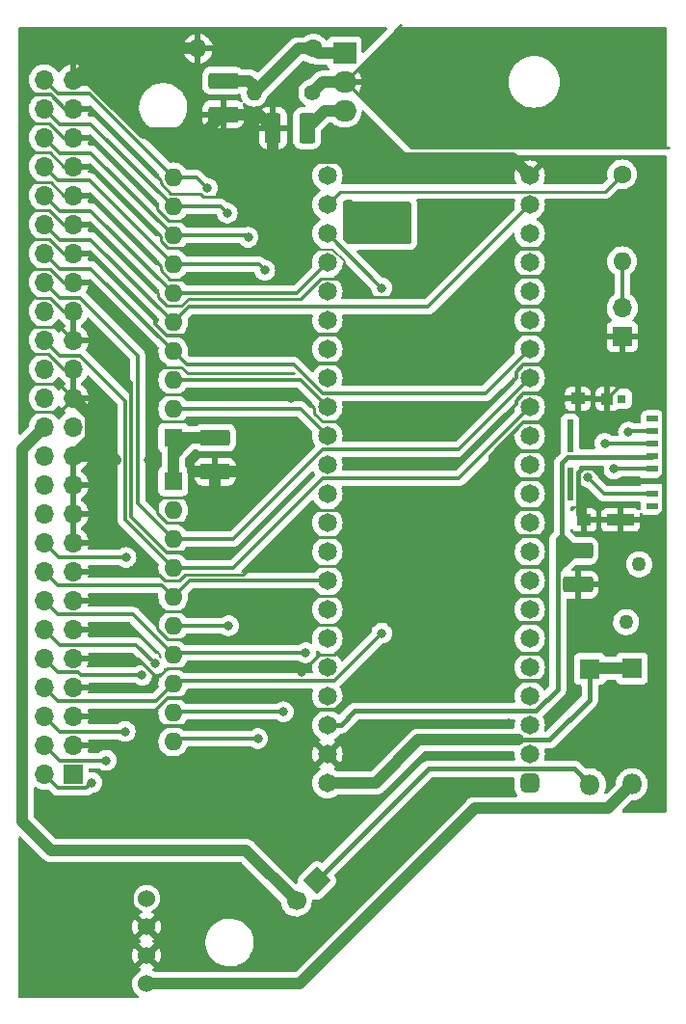
<source format=gbr>
%TF.GenerationSoftware,KiCad,Pcbnew,(6.0.2)*%
%TF.CreationDate,2022-04-05T14:05:12-06:00*%
%TF.ProjectId,F4Lite_THTV1,46344c69-7465-45f5-9448-5456312e6b69,rev?*%
%TF.SameCoordinates,Original*%
%TF.FileFunction,Copper,L1,Top*%
%TF.FilePolarity,Positive*%
%FSLAX46Y46*%
G04 Gerber Fmt 4.6, Leading zero omitted, Abs format (unit mm)*
G04 Created by KiCad (PCBNEW (6.0.2)) date 2022-04-05 14:05:12*
%MOMM*%
%LPD*%
G01*
G04 APERTURE LIST*
G04 Aperture macros list*
%AMRoundRect*
0 Rectangle with rounded corners*
0 $1 Rounding radius*
0 $2 $3 $4 $5 $6 $7 $8 $9 X,Y pos of 4 corners*
0 Add a 4 corners polygon primitive as box body*
4,1,4,$2,$3,$4,$5,$6,$7,$8,$9,$2,$3,0*
0 Add four circle primitives for the rounded corners*
1,1,$1+$1,$2,$3*
1,1,$1+$1,$4,$5*
1,1,$1+$1,$6,$7*
1,1,$1+$1,$8,$9*
0 Add four rect primitives between the rounded corners*
20,1,$1+$1,$2,$3,$4,$5,0*
20,1,$1+$1,$4,$5,$6,$7,0*
20,1,$1+$1,$6,$7,$8,$9,0*
20,1,$1+$1,$8,$9,$2,$3,0*%
%AMHorizOval*
0 Thick line with rounded ends*
0 $1 width*
0 $2 $3 position (X,Y) of the first rounded end (center of the circle)*
0 $4 $5 position (X,Y) of the second rounded end (center of the circle)*
0 Add line between two ends*
20,1,$1,$2,$3,$4,$5,0*
0 Add two circle primitives to create the rounded ends*
1,1,$1,$2,$3*
1,1,$1,$4,$5*%
%AMRotRect*
0 Rectangle, with rotation*
0 The origin of the aperture is its center*
0 $1 length*
0 $2 width*
0 $3 Rotation angle, in degrees counterclockwise*
0 Add horizontal line*
21,1,$1,$2,0,0,$3*%
G04 Aperture macros list end*
%TA.AperFunction,ComponentPad*%
%ADD10R,1.700000X1.700000*%
%TD*%
%TA.AperFunction,ComponentPad*%
%ADD11O,1.700000X1.700000*%
%TD*%
%TA.AperFunction,ComponentPad*%
%ADD12C,1.524000*%
%TD*%
%TA.AperFunction,SMDPad,CuDef*%
%ADD13RoundRect,0.250001X0.462499X1.074999X-0.462499X1.074999X-0.462499X-1.074999X0.462499X-1.074999X0*%
%TD*%
%TA.AperFunction,SMDPad,CuDef*%
%ADD14RoundRect,0.250001X-1.074999X0.462499X-1.074999X-0.462499X1.074999X-0.462499X1.074999X0.462499X0*%
%TD*%
%TA.AperFunction,SMDPad,CuDef*%
%ADD15R,0.550000X2.910000*%
%TD*%
%TA.AperFunction,SMDPad,CuDef*%
%ADD16R,1.000000X0.500000*%
%TD*%
%TA.AperFunction,SMDPad,CuDef*%
%ADD17R,0.780000X0.720000*%
%TD*%
%TA.AperFunction,SMDPad,CuDef*%
%ADD18R,1.200000X1.050000*%
%TD*%
%TA.AperFunction,SMDPad,CuDef*%
%ADD19R,2.390000X1.050000*%
%TD*%
%TA.AperFunction,SMDPad,CuDef*%
%ADD20R,1.080000X1.050000*%
%TD*%
%TA.AperFunction,ComponentPad*%
%ADD21C,1.270000*%
%TD*%
%TA.AperFunction,ComponentPad*%
%ADD22C,1.600000*%
%TD*%
%TA.AperFunction,ComponentPad*%
%ADD23O,1.600000X1.600000*%
%TD*%
%TA.AperFunction,ComponentPad*%
%ADD24C,1.400000*%
%TD*%
%TA.AperFunction,ComponentPad*%
%ADD25O,1.400000X1.400000*%
%TD*%
%TA.AperFunction,ComponentPad*%
%ADD26R,1.600000X1.600000*%
%TD*%
%TA.AperFunction,ComponentPad*%
%ADD27R,2.000000X1.905000*%
%TD*%
%TA.AperFunction,ComponentPad*%
%ADD28O,2.000000X1.905000*%
%TD*%
%TA.AperFunction,ComponentPad*%
%ADD29RotRect,1.700000X1.700000X315.000000*%
%TD*%
%TA.AperFunction,ComponentPad*%
%ADD30HorizOval,1.700000X0.000000X0.000000X0.000000X0.000000X0*%
%TD*%
%TA.AperFunction,ComponentPad*%
%ADD31R,1.800000X1.800000*%
%TD*%
%TA.AperFunction,ComponentPad*%
%ADD32O,1.800000X1.800000*%
%TD*%
%TA.AperFunction,ComponentPad*%
%ADD33RoundRect,0.412500X0.412500X0.412500X-0.412500X0.412500X-0.412500X-0.412500X0.412500X-0.412500X0*%
%TD*%
%TA.AperFunction,ComponentPad*%
%ADD34C,1.650000*%
%TD*%
%TA.AperFunction,ViaPad*%
%ADD35C,0.800000*%
%TD*%
%TA.AperFunction,Conductor*%
%ADD36C,0.330000*%
%TD*%
%TA.AperFunction,Conductor*%
%ADD37C,1.000000*%
%TD*%
%TA.AperFunction,Conductor*%
%ADD38C,0.450000*%
%TD*%
%TA.AperFunction,Conductor*%
%ADD39C,0.250000*%
%TD*%
%TA.AperFunction,Conductor*%
%ADD40C,0.200000*%
%TD*%
%TA.AperFunction,Conductor*%
%ADD41C,0.750000*%
%TD*%
G04 APERTURE END LIST*
D10*
%TO.P,J4,1*%
%TO.N,GND*%
X110200000Y-131400000D03*
D11*
%TO.P,J4,2*%
%TO.N,DB0*%
X107660000Y-131400000D03*
%TO.P,J4,3*%
%TO.N,GND*%
X110200000Y-128860000D03*
%TO.P,J4,4*%
%TO.N,DB1*%
X107660000Y-128860000D03*
%TO.P,J4,5*%
%TO.N,GND*%
X110200000Y-126320000D03*
%TO.P,J4,6*%
%TO.N,DB2*%
X107660000Y-126320000D03*
%TO.P,J4,7*%
%TO.N,GND*%
X110200000Y-123780000D03*
%TO.P,J4,8*%
%TO.N,DB3*%
X107660000Y-123780000D03*
%TO.P,J4,9*%
%TO.N,GND*%
X110200000Y-121240000D03*
%TO.P,J4,10*%
%TO.N,DB4*%
X107660000Y-121240000D03*
%TO.P,J4,11*%
%TO.N,GND*%
X110200000Y-118700000D03*
%TO.P,J4,12*%
%TO.N,DB5*%
X107660000Y-118700000D03*
%TO.P,J4,13*%
%TO.N,GND*%
X110200000Y-116160000D03*
%TO.P,J4,14*%
%TO.N,DB6*%
X107660000Y-116160000D03*
%TO.P,J4,15*%
%TO.N,GND*%
X110200000Y-113620000D03*
%TO.P,J4,16*%
%TO.N,DB7*%
X107660000Y-113620000D03*
%TO.P,J4,17*%
%TO.N,GND*%
X110200000Y-111080000D03*
%TO.P,J4,18*%
%TO.N,DBP*%
X107660000Y-111080000D03*
%TO.P,J4,19*%
%TO.N,GND*%
X110200000Y-108540000D03*
%TO.P,J4,20*%
%TO.N,Net-(J4-Pad20)*%
X107660000Y-108540000D03*
%TO.P,J4,21*%
%TO.N,GND*%
X110200000Y-106000000D03*
%TO.P,J4,22*%
%TO.N,Net-(J4-Pad22)*%
X107660000Y-106000000D03*
%TO.P,J4,23*%
%TO.N,GND*%
X110200000Y-103460000D03*
%TO.P,J4,24*%
%TO.N,Net-(J4-Pad24)*%
X107660000Y-103460000D03*
%TO.P,J4,25*%
%TO.N,Net-(J4-Pad25)*%
X110200000Y-100920000D03*
%TO.P,J4,26*%
%TO.N,+5V*%
X107660000Y-100920000D03*
%TO.P,J4,27*%
%TO.N,GND*%
X110200000Y-98380000D03*
%TO.P,J4,28*%
%TO.N,Net-(J4-Pad28)*%
X107660000Y-98380000D03*
%TO.P,J4,29*%
%TO.N,GND*%
X110200000Y-95840000D03*
%TO.P,J4,30*%
%TO.N,Net-(J4-Pad30)*%
X107660000Y-95840000D03*
%TO.P,J4,31*%
%TO.N,GND*%
X110200000Y-93300000D03*
%TO.P,J4,32*%
%TO.N,ATN*%
X107660000Y-93300000D03*
%TO.P,J4,33*%
%TO.N,GND*%
X110200000Y-90760000D03*
%TO.P,J4,34*%
%TO.N,Net-(J4-Pad34)*%
X107660000Y-90760000D03*
%TO.P,J4,35*%
%TO.N,GND*%
X110200000Y-88220000D03*
%TO.P,J4,36*%
%TO.N,BSY*%
X107660000Y-88220000D03*
%TO.P,J4,37*%
%TO.N,GND*%
X110200000Y-85680000D03*
%TO.P,J4,38*%
%TO.N,ACK*%
X107660000Y-85680000D03*
%TO.P,J4,39*%
%TO.N,GND*%
X110200000Y-83140000D03*
%TO.P,J4,40*%
%TO.N,RST*%
X107660000Y-83140000D03*
%TO.P,J4,41*%
%TO.N,GND*%
X110200000Y-80600000D03*
%TO.P,J4,42*%
%TO.N,MSG*%
X107660000Y-80600000D03*
%TO.P,J4,43*%
%TO.N,GND*%
X110200000Y-78060000D03*
%TO.P,J4,44*%
%TO.N,SEL*%
X107660000Y-78060000D03*
%TO.P,J4,45*%
%TO.N,GND*%
X110200000Y-75520000D03*
%TO.P,J4,46*%
%TO.N,CD*%
X107660000Y-75520000D03*
%TO.P,J4,47*%
%TO.N,GND*%
X110200000Y-72980000D03*
%TO.P,J4,48*%
%TO.N,REQ*%
X107660000Y-72980000D03*
%TO.P,J4,49*%
%TO.N,GND*%
X110200000Y-70440000D03*
%TO.P,J4,50*%
%TO.N,IO*%
X107660000Y-70440000D03*
%TD*%
D12*
%TO.P,J2,1*%
%TO.N,Net-(D1-Pad2)*%
X116666000Y-149794600D03*
%TO.P,J2,2*%
%TO.N,GND*%
X116666000Y-147294600D03*
%TO.P,J2,3*%
X116666000Y-144794600D03*
%TO.P,J2,4*%
%TO.N,Net-(J2-Pad4)*%
X116666000Y-142294600D03*
%TD*%
D13*
%TO.P,C2,1*%
%TO.N,+5F*%
X130746500Y-74676000D03*
%TO.P,C2,2*%
%TO.N,GND*%
X127771500Y-74676000D03*
%TD*%
D14*
%TO.P,C3,1*%
%TO.N,+2V8*%
X122682000Y-101854000D03*
%TO.P,C3,2*%
%TO.N,GND*%
X122682000Y-104829000D03*
%TD*%
D15*
%TO.P,J5,*%
%TO.N,*%
X153860720Y-105890520D03*
X153860720Y-101700520D03*
D16*
%TO.P,J5,1*%
%TO.N,Net-(J5-Pad1)*%
X161095720Y-100195520D03*
%TO.P,J5,2*%
%TO.N,SD_CS*%
X161095720Y-101295520D03*
%TO.P,J5,3*%
%TO.N,SD_MOSI*%
X161095720Y-102395520D03*
%TO.P,J5,4*%
%TO.N,+3V3*%
X161095720Y-103495520D03*
%TO.P,J5,5*%
%TO.N,SD_CLK*%
X161095720Y-104595520D03*
%TO.P,J5,6*%
%TO.N,GND*%
X161095720Y-105695520D03*
%TO.P,J5,7*%
%TO.N,SD_MISO*%
X161095720Y-106795520D03*
%TO.P,J5,8*%
%TO.N,Net-(J5-Pad8)*%
X161095720Y-107895520D03*
D17*
%TO.P,J5,9*%
%TO.N,Net-(J5-Pad9)*%
X158415720Y-98435520D03*
D18*
%TO.P,J5,10*%
%TO.N,GND*%
X155105720Y-109070520D03*
D19*
%TO.P,J5,11*%
X158290720Y-109070520D03*
D18*
%TO.P,J5,12*%
X154535720Y-98425520D03*
D20*
%TO.P,J5,13*%
X157145720Y-98435520D03*
%TD*%
D21*
%TO.P,F1,1*%
%TO.N,+5VP*%
X158790640Y-118038880D03*
%TO.P,F1,2*%
%TO.N,+5F*%
X159933640Y-112958880D03*
%TD*%
D14*
%TO.P,C1,1*%
%TO.N,Net-(C1-Pad1)*%
X123380500Y-70494500D03*
%TO.P,C1,2*%
%TO.N,GND*%
X123380500Y-73469500D03*
%TD*%
D22*
%TO.P,R1,1*%
%TO.N,Net-(C1-Pad1)*%
X131318000Y-67691000D03*
D23*
%TO.P,R1,2*%
%TO.N,GND*%
X121158000Y-67691000D03*
%TD*%
D24*
%TO.P,R2,1*%
%TO.N,+2V8*%
X131191000Y-71564500D03*
D25*
%TO.P,R2,2*%
%TO.N,Net-(C1-Pad1)*%
X126111000Y-71564500D03*
%TD*%
D26*
%TO.P,RN1,1*%
%TO.N,+2V8*%
X118999000Y-105664000D03*
D23*
%TO.P,RN1,2*%
%TO.N,DBP*%
X118999000Y-108204000D03*
%TO.P,RN1,3*%
%TO.N,BSY*%
X118999000Y-110744000D03*
%TO.P,RN1,4*%
%TO.N,ATN*%
X118999000Y-113284000D03*
%TO.P,RN1,5*%
%TO.N,DB7*%
X118999000Y-115824000D03*
%TO.P,RN1,6*%
%TO.N,DB2*%
X118999000Y-118364000D03*
%TO.P,RN1,7*%
%TO.N,DB6*%
X118999000Y-120904000D03*
%TO.P,RN1,8*%
%TO.N,DB3*%
X118999000Y-123444000D03*
%TO.P,RN1,9*%
%TO.N,DB5*%
X118999000Y-125984000D03*
%TO.P,RN1,10*%
%TO.N,DB4*%
X118999000Y-128524000D03*
%TD*%
D26*
%TO.P,RN2,1*%
%TO.N,+2V8*%
X118999000Y-101854000D03*
D23*
%TO.P,RN2,2*%
%TO.N,DB1*%
X118999000Y-99314000D03*
%TO.P,RN2,3*%
%TO.N,DB0*%
X118999000Y-96774000D03*
%TO.P,RN2,4*%
%TO.N,ACK*%
X118999000Y-94234000D03*
%TO.P,RN2,5*%
%TO.N,RST*%
X118999000Y-91694000D03*
%TO.P,RN2,6*%
%TO.N,MSG*%
X118999000Y-89154000D03*
%TO.P,RN2,7*%
%TO.N,SEL*%
X118999000Y-86614000D03*
%TO.P,RN2,8*%
%TO.N,CD*%
X118999000Y-84074000D03*
%TO.P,RN2,9*%
%TO.N,REQ*%
X118999000Y-81534000D03*
%TO.P,RN2,10*%
%TO.N,IO*%
X118999000Y-78994000D03*
%TD*%
D27*
%TO.P,U1,1*%
%TO.N,Net-(C1-Pad1)*%
X134048500Y-68072000D03*
D28*
%TO.P,U1,2*%
%TO.N,+2V8*%
X134048500Y-70612000D03*
%TO.P,U1,3*%
%TO.N,+5F*%
X134048500Y-73152000D03*
%TD*%
D29*
%TO.P,J1,1*%
%TO.N,Net-(D2-Pad2)*%
X131615180Y-140736320D03*
D30*
%TO.P,J1,2*%
%TO.N,+5V*%
X129819129Y-142532371D03*
%TD*%
D31*
%TO.P,D1,1*%
%TO.N,+5VP*%
X159290000Y-122120000D03*
D32*
%TO.P,D1,2*%
%TO.N,Net-(D1-Pad2)*%
X159290000Y-132280000D03*
%TD*%
D31*
%TO.P,D2,1*%
%TO.N,+5VP*%
X155610000Y-122140000D03*
D32*
%TO.P,D2,2*%
%TO.N,Net-(D2-Pad2)*%
X155610000Y-132300000D03*
%TD*%
D14*
%TO.P,C4,1*%
%TO.N,+3V3*%
X154533600Y-111775240D03*
%TO.P,C4,2*%
%TO.N,GND*%
X154533600Y-114750240D03*
%TD*%
D10*
%TO.P,J3,1*%
%TO.N,GND*%
X158452820Y-92971620D03*
D11*
%TO.P,J3,2*%
%TO.N,Net-(J3-Pad2)*%
X158452820Y-90431620D03*
%TD*%
D22*
%TO.P,R3,1*%
%TO.N,Net-(R3-Pad1)*%
X158432500Y-78734920D03*
D23*
%TO.P,R3,2*%
%TO.N,Net-(J3-Pad2)*%
X158432500Y-86354920D03*
%TD*%
D33*
%TO.P,U2,1*%
%TO.N,Net-(U2-Pad1)*%
X150322280Y-132189220D03*
D34*
%TO.P,U2,2*%
%TO.N,Net-(U2-Pad2)*%
X150322280Y-129649220D03*
%TO.P,U2,3*%
%TO.N,Net-(U2-Pad3)*%
X150322280Y-127109220D03*
%TO.P,U2,4*%
%TO.N,Net-(U2-Pad4)*%
X150322280Y-124569220D03*
%TO.P,U2,5*%
%TO.N,Net-(U2-Pad5)*%
X150322280Y-122029220D03*
%TO.P,U2,6*%
%TO.N,Net-(U2-Pad6)*%
X150322280Y-119489220D03*
%TO.P,U2,7*%
%TO.N,Net-(U2-Pad7)*%
X150322280Y-116949220D03*
%TO.P,U2,8*%
%TO.N,Net-(U2-Pad8)*%
X150322280Y-114409220D03*
%TO.P,U2,9*%
%TO.N,Net-(U2-Pad9)*%
X150322280Y-111869220D03*
%TO.P,U2,10*%
%TO.N,SD_CS*%
X150322280Y-109329220D03*
%TO.P,U2,11*%
%TO.N,SD_CLK*%
X150322280Y-106789220D03*
%TO.P,U2,12*%
%TO.N,SD_MISO*%
X150322280Y-104249220D03*
%TO.P,U2,13*%
%TO.N,SD_MOSI*%
X150322280Y-101709220D03*
%TO.P,U2,14*%
%TO.N,ATN*%
X150322280Y-99169220D03*
%TO.P,U2,15*%
%TO.N,BSY*%
X150322280Y-96629220D03*
%TO.P,U2,16*%
%TO.N,ACK*%
X150322280Y-94089220D03*
%TO.P,U2,17*%
%TO.N,Net-(U2-Pad17)*%
X150322280Y-91549220D03*
%TO.P,U2,18*%
%TO.N,Net-(U2-Pad18)*%
X150322280Y-89009220D03*
%TO.P,U2,19*%
%TO.N,Net-(U2-Pad19)*%
X150322280Y-86469220D03*
%TO.P,U2,20*%
%TO.N,Net-(U2-Pad20)*%
X150322280Y-83929220D03*
%TO.P,U2,21*%
%TO.N,RST*%
X150322280Y-81389220D03*
%TO.P,U2,22*%
%TO.N,GND*%
X150322280Y-78849220D03*
%TO.P,U2,23*%
%TO.N,DBP*%
X132542280Y-78849220D03*
%TO.P,U2,24*%
%TO.N,Net-(R3-Pad1)*%
X132542280Y-81389220D03*
%TO.P,U2,25*%
%TO.N,DB3*%
X132542280Y-83929220D03*
%TO.P,U2,26*%
%TO.N,MSG*%
X132542280Y-86469220D03*
%TO.P,U2,27*%
%TO.N,SEL*%
X132542280Y-89009220D03*
%TO.P,U2,28*%
%TO.N,CD*%
X132542280Y-91549220D03*
%TO.P,U2,29*%
%TO.N,REQ*%
X132542280Y-94089220D03*
%TO.P,U2,30*%
%TO.N,IO*%
X132542280Y-96629220D03*
%TO.P,U2,31*%
%TO.N,DB0*%
X132542280Y-99169220D03*
%TO.P,U2,32*%
%TO.N,DB1*%
X132542280Y-101709220D03*
%TO.P,U2,33*%
%TO.N,DB2*%
X132542280Y-104249220D03*
%TO.P,U2,34*%
%TO.N,DB4*%
X132542280Y-106789220D03*
%TO.P,U2,35*%
%TO.N,DB5*%
X132542280Y-109329220D03*
%TO.P,U2,36*%
%TO.N,DB6*%
X132542280Y-111869220D03*
%TO.P,U2,37*%
%TO.N,DB7*%
X132542280Y-114409220D03*
%TO.P,U2,38*%
%TO.N,Net-(U2-Pad38)*%
X132542280Y-116949220D03*
%TO.P,U2,39*%
%TO.N,Net-(U2-Pad39)*%
X132542280Y-119489220D03*
%TO.P,U2,40*%
%TO.N,Net-(U2-Pad40)*%
X132542280Y-122029220D03*
%TO.P,U2,41*%
%TO.N,Net-(U2-Pad41)*%
X132542280Y-124569220D03*
%TO.P,U2,42*%
%TO.N,+3V3*%
X132542280Y-127109220D03*
%TO.P,U2,43*%
%TO.N,GND*%
X132542280Y-129649220D03*
%TO.P,U2,44*%
%TO.N,+5VP*%
X132542280Y-132189220D03*
%TD*%
D35*
%TO.N,GND*%
X117886480Y-136133840D03*
X142412720Y-104084120D03*
X135173720Y-104152700D03*
X144813020Y-99966780D03*
X128871980Y-100398580D03*
X129651760Y-118800880D03*
X127502920Y-104828340D03*
X135379460Y-116535200D03*
X122184160Y-74665840D03*
X152257760Y-129621280D03*
X148107400Y-86796880D03*
X154523440Y-116613940D03*
X113797080Y-131439920D03*
X152372060Y-126210060D03*
X159747180Y-105695520D03*
X154586940Y-119936260D03*
X157260000Y-100960000D03*
X148188680Y-132194300D03*
X128211580Y-86283800D03*
X128635760Y-127383540D03*
X130268980Y-122402600D03*
X129379980Y-98358960D03*
X138673840Y-100449380D03*
X146014440Y-82026760D03*
X130942080Y-92809060D03*
X138785600Y-119001540D03*
X115227100Y-128917700D03*
X122682000Y-106352340D03*
X121589800Y-122059700D03*
X122168920Y-78455520D03*
X113981370Y-103822500D03*
X126773940Y-83256120D03*
X157548580Y-111137700D03*
X156600500Y-114750240D03*
X126451360Y-129758440D03*
X148371560Y-129796540D03*
X121556780Y-111940340D03*
X146530060Y-123225560D03*
X124602240Y-80924400D03*
X116834920Y-103822500D03*
X127771500Y-76510540D03*
X121000520Y-94315280D03*
X121097040Y-98079560D03*
X146837400Y-106967020D03*
X121658380Y-119555260D03*
X114367539Y-121271259D03*
X130568700Y-112588040D03*
X138912600Y-96227900D03*
X120681140Y-104829000D03*
X129651760Y-115747800D03*
X139019280Y-88681560D03*
X148447760Y-126946660D03*
X121658380Y-116365020D03*
X114272060Y-136032240D03*
X135689340Y-107754420D03*
X111884460Y-133583680D03*
%TO.N,+2V8*%
X137662920Y-83705700D03*
X138257280Y-82402680D03*
X134762240Y-81709260D03*
X134607300Y-82892900D03*
X150487380Y-67536060D03*
X147866100Y-69420740D03*
X153108660Y-69400420D03*
X134762240Y-84079080D03*
X138983720Y-83677760D03*
X152968960Y-66502280D03*
X147845780Y-66522600D03*
%TO.N,SD_CS*%
X158996380Y-101363780D03*
%TO.N,SD_CLK*%
X157731460Y-104607360D03*
%TO.N,SD_MISO*%
X155422600Y-105326180D03*
%TO.N,SD_MOSI*%
X156911040Y-102351840D03*
%TO.N,DBP*%
X114846100Y-112356900D03*
%TO.N,SEL*%
X127035560Y-87142320D03*
%TO.N,CD*%
X125577600Y-84254340D03*
%TO.N,REQ*%
X123741180Y-82120740D03*
%TO.N,IO*%
X121986040Y-79936340D03*
%TO.N,DB6*%
X130629660Y-120728740D03*
%TO.N,DB5*%
X117401340Y-121691400D03*
X128661160Y-125915420D03*
%TO.N,DB4*%
X116250720Y-122704860D03*
X126423420Y-128262380D03*
%TO.N,DB3*%
X137304780Y-88691720D03*
X137315431Y-119017271D03*
%TO.N,DB2*%
X114769739Y-127644999D03*
X123852940Y-118364000D03*
%TO.N,DB1*%
X113106200Y-130182620D03*
%TO.N,DB0*%
X111828580Y-132128422D03*
%TD*%
D36*
%TO.N,GND*%
X159747180Y-105695520D02*
X159747180Y-105695520D01*
D37*
X124955960Y-104829000D02*
X124955960Y-104829000D01*
X122682000Y-106352340D02*
X122682000Y-106352340D01*
X127771500Y-76510540D02*
X127771500Y-74676000D01*
X122184160Y-74665840D02*
X121715499Y-75134501D01*
D38*
X156600500Y-114750240D02*
X157153000Y-114750240D01*
D37*
X120681140Y-104829000D02*
X120681140Y-104829000D01*
X112949000Y-67691000D02*
X110200000Y-70440000D01*
D36*
X148851620Y-105521760D02*
X151358600Y-105521760D01*
D39*
X133504321Y-108179219D02*
X131219559Y-108179219D01*
D36*
X146530060Y-123225560D02*
X146530060Y-120373140D01*
D39*
X118198900Y-98079560D02*
X117358160Y-97238820D01*
X117553740Y-118583742D02*
X117553740Y-118224300D01*
X134292959Y-87859219D02*
X135940800Y-89507060D01*
X111593080Y-72980000D02*
X117873999Y-79260919D01*
D38*
X158290720Y-113612520D02*
X158290720Y-109070520D01*
D39*
X120990360Y-116365020D02*
X120258840Y-117096540D01*
X109024999Y-99555001D02*
X106550759Y-99555001D01*
X117203439Y-100439001D02*
X120081259Y-100439001D01*
X130568700Y-112588040D02*
X130568700Y-111081820D01*
D37*
X110200000Y-103460000D02*
X113547470Y-103460000D01*
D39*
X117693440Y-89513442D02*
X118458999Y-90279001D01*
X110200000Y-83140000D02*
X111664200Y-83140000D01*
X118276979Y-114409001D02*
X117771738Y-113903760D01*
X120044242Y-113903760D02*
X119539001Y-114409001D01*
D36*
X138912600Y-96227900D02*
X145130520Y-96227900D01*
X130942080Y-94858840D02*
X131450080Y-95366840D01*
D38*
X161095720Y-105695520D02*
X161510722Y-105695520D01*
D39*
X118662418Y-87942420D02*
X119923560Y-87942420D01*
D36*
X130942080Y-92809060D02*
X130942080Y-94858840D01*
D39*
X133929120Y-107754420D02*
X133504321Y-108179219D01*
D36*
X148107400Y-86796880D02*
X148107400Y-86123780D01*
D39*
X118458999Y-109329001D02*
X117604540Y-108474542D01*
X118748997Y-80408999D02*
X121385697Y-80408999D01*
D37*
X122682000Y-104829000D02*
X122682000Y-106352340D01*
D36*
X146530060Y-117177820D02*
X147948661Y-115759219D01*
D39*
X121664878Y-80688180D02*
X123474480Y-80688180D01*
X109024999Y-92124999D02*
X106808739Y-92124999D01*
X111692140Y-80600000D02*
X117873999Y-86781859D01*
X115876938Y-121240000D02*
X117324018Y-122687080D01*
X121378980Y-106352340D02*
X120652321Y-107078999D01*
D36*
X151065219Y-97979219D02*
X151099520Y-98013520D01*
X155105720Y-109070520D02*
X161327722Y-109070520D01*
D39*
X120251662Y-96179640D02*
X129567940Y-96179640D01*
X108171462Y-76832460D02*
X106794300Y-76832460D01*
D36*
X149169120Y-108132880D02*
X151178260Y-108132880D01*
D37*
X150322280Y-78849220D02*
X148797279Y-77324219D01*
D36*
X115304990Y-108840444D02*
X115304990Y-97011910D01*
D38*
X162143440Y-105062802D02*
X162143440Y-99692460D01*
D36*
X133231879Y-125759221D02*
X131542779Y-125759221D01*
D39*
X130637280Y-118800880D02*
X131185920Y-118252240D01*
D36*
X148107400Y-90002360D02*
X148464259Y-90359219D01*
D38*
X161510722Y-105695520D02*
X162143440Y-105062802D01*
D37*
X113547470Y-103460000D02*
X113909970Y-103822500D01*
D39*
X117771738Y-113903760D02*
X117058440Y-113903760D01*
D36*
X158452820Y-97128420D02*
X157145720Y-98435520D01*
D39*
X134660640Y-116535200D02*
X133799580Y-115674140D01*
X120356012Y-89644010D02*
X130205488Y-89644010D01*
D40*
X129436200Y-86283800D02*
X130170000Y-85550000D01*
D39*
X108034003Y-94475001D02*
X106313941Y-94475001D01*
D37*
X127771500Y-76918160D02*
X127771500Y-76510540D01*
D36*
X146837400Y-105003600D02*
X148781781Y-103059219D01*
D38*
X157012942Y-105695520D02*
X155818601Y-104501179D01*
D39*
X108189242Y-87010240D02*
X106855260Y-87010240D01*
X122682000Y-107292140D02*
X120645139Y-109329001D01*
X108113042Y-84394040D02*
X106657140Y-84394040D01*
X117358160Y-97238820D02*
X117358160Y-96146620D01*
D38*
X154533600Y-114750240D02*
X156600500Y-114750240D01*
D36*
X121556780Y-111940340D02*
X118404886Y-111940340D01*
X149042120Y-87731600D02*
X151218900Y-87731600D01*
D39*
X130268980Y-122402600D02*
X131792361Y-120879219D01*
D36*
X146837400Y-106967020D02*
X146837400Y-103432898D01*
X148581121Y-113219219D02*
X151794221Y-113219219D01*
D39*
X119721021Y-90279001D02*
X120356012Y-89644010D01*
X108115582Y-81856580D02*
X106944160Y-81856580D01*
X131792361Y-120879219D02*
X133166501Y-120879219D01*
D36*
X149751079Y-100519219D02*
X151316679Y-100519219D01*
D39*
X117871240Y-95633540D02*
X119705562Y-95633540D01*
D36*
X149132279Y-98598019D02*
X149751079Y-97979219D01*
D39*
X110200000Y-83140000D02*
X109399002Y-83140000D01*
X130568700Y-112588040D02*
X126431040Y-112588040D01*
X110200000Y-78060000D02*
X109399002Y-78060000D01*
D36*
X147406360Y-106967020D02*
X148851620Y-105521760D01*
D39*
X138071125Y-89507060D02*
X139222480Y-88355705D01*
X131392279Y-99721221D02*
X132120438Y-100449380D01*
X118619238Y-82819240D02*
X119753380Y-82819240D01*
D38*
X162143440Y-99253040D02*
X161851340Y-98960940D01*
D37*
X122682000Y-104829000D02*
X124955960Y-104829000D01*
D36*
X148851620Y-120904000D02*
X148932900Y-120822720D01*
D40*
X134050000Y-86386640D02*
X134050000Y-86560000D01*
D36*
X146837400Y-106967020D02*
X146837400Y-105003600D01*
D39*
X118471918Y-85211920D02*
X119971820Y-85211920D01*
D37*
X122682000Y-104829000D02*
X120681140Y-104829000D01*
D38*
X154597599Y-104930179D02*
X154597599Y-108562399D01*
D39*
X117873999Y-87154001D02*
X118662418Y-87942420D01*
D37*
X111668308Y-70440000D02*
X110200000Y-70440000D01*
D38*
X154597599Y-108562399D02*
X155105720Y-109070520D01*
D36*
X161925720Y-105695520D02*
X161095720Y-105695520D01*
X109450454Y-72980000D02*
X108220374Y-71749920D01*
D39*
X117604540Y-108474542D02*
X117604540Y-108099860D01*
X131990279Y-87859219D02*
X134292959Y-87859219D01*
X119539001Y-114409001D02*
X118276979Y-114409001D01*
X122682000Y-106352340D02*
X122682000Y-107292140D01*
X130568700Y-111081820D02*
X131086860Y-110563660D01*
D37*
X116362809Y-75134501D02*
X111668308Y-70440000D01*
D38*
X161095720Y-105695520D02*
X162045720Y-105695520D01*
D36*
X121000520Y-93731080D02*
X120128441Y-92859001D01*
D39*
X108224001Y-79424999D02*
X106680801Y-79424999D01*
X121589800Y-122059700D02*
X118475760Y-122059700D01*
D38*
X162045720Y-105695520D02*
X162065971Y-105715771D01*
D39*
X109399002Y-85680000D02*
X108113042Y-84394040D01*
X109399002Y-90760000D02*
X108194322Y-89555320D01*
D36*
X146530060Y-123225560D02*
X148851620Y-120904000D01*
D37*
X123380500Y-73469500D02*
X126565000Y-73469500D01*
D39*
X130205488Y-89644010D02*
X131990279Y-87859219D01*
D36*
X157135720Y-98425520D02*
X157145720Y-98435520D01*
D39*
X131124960Y-113144300D02*
X133553200Y-113144300D01*
X117873999Y-84165659D02*
X117873999Y-84614001D01*
D38*
X162143440Y-99692460D02*
X162143440Y-99253040D01*
D39*
X110200000Y-98380000D02*
X108959760Y-97139760D01*
X109399002Y-80600000D02*
X108224001Y-79424999D01*
D36*
X148107400Y-86796880D02*
X149042120Y-87731600D01*
D39*
X132120438Y-100449380D02*
X138673840Y-100449380D01*
D36*
X146530060Y-123225560D02*
X151246840Y-123225560D01*
D37*
X111750001Y-101909999D02*
X111750001Y-99930001D01*
D39*
X135940800Y-89507060D02*
X138071125Y-89507060D01*
X109399002Y-95840000D02*
X108034003Y-94475001D01*
D36*
X143903700Y-104084120D02*
X149132279Y-98855541D01*
D37*
X121158000Y-67691000D02*
X112949000Y-67691000D01*
D39*
X109399002Y-75520000D02*
X108115582Y-74236580D01*
X117873999Y-86781859D02*
X117873999Y-87154001D01*
D37*
X148797279Y-77324219D02*
X128177559Y-77324219D01*
D39*
X121658380Y-116365020D02*
X120990360Y-116365020D01*
X110200000Y-98380000D02*
X109024999Y-99555001D01*
D40*
X130170000Y-85550000D02*
X130400000Y-85320000D01*
D36*
X149751079Y-95439219D02*
X151255719Y-95439219D01*
D39*
X130568700Y-112588040D02*
X131124960Y-113144300D01*
D40*
X128211580Y-86283800D02*
X129436200Y-86283800D01*
D36*
X148932900Y-120822720D02*
X151419560Y-120822720D01*
X115304990Y-97011910D02*
X113431320Y-95138240D01*
D39*
X131392279Y-99263819D02*
X131392279Y-99721221D01*
D36*
X148107400Y-86796880D02*
X148107400Y-90002360D01*
D39*
X111768340Y-78060000D02*
X117873999Y-84165659D01*
D36*
X148992579Y-110519221D02*
X151578321Y-110519221D01*
X118439799Y-92859001D02*
X117434360Y-91853562D01*
X146530060Y-120373140D02*
X148763979Y-118139221D01*
X118404886Y-111940340D02*
X115304990Y-108840444D01*
D37*
X123380500Y-73469500D02*
X122184160Y-74665840D01*
D39*
X129379980Y-98358960D02*
X130487420Y-98358960D01*
X133725920Y-115747800D02*
X133799580Y-115674140D01*
D40*
X132750000Y-85320000D02*
X132983360Y-85320000D01*
D39*
X108194322Y-89555320D02*
X106873040Y-89555320D01*
X117873999Y-79534001D02*
X118748997Y-80408999D01*
X117873999Y-84614001D02*
X118471918Y-85211920D01*
D36*
X146530060Y-121114820D02*
X146530060Y-115270280D01*
X161327722Y-109070520D02*
X162065971Y-108332271D01*
D39*
X106808739Y-92124999D02*
X106707940Y-92024200D01*
D36*
X117434360Y-91853562D02*
X117434360Y-91432380D01*
X146837400Y-106967020D02*
X147406360Y-106967020D01*
D39*
X129651760Y-118800880D02*
X130637280Y-118800880D01*
X121097040Y-98079560D02*
X118287800Y-98079560D01*
X131086860Y-110563660D02*
X134147560Y-110563660D01*
X117693440Y-89169240D02*
X117693440Y-89513442D01*
D36*
X147948661Y-115759219D02*
X151321781Y-115759219D01*
X118485920Y-124754640D02*
X119700040Y-124754640D01*
X161095720Y-105695520D02*
X159747180Y-105695520D01*
X144813020Y-99966780D02*
X145790920Y-99966780D01*
D39*
X110200000Y-121240000D02*
X115876938Y-121240000D01*
X110200000Y-90760000D02*
X109399002Y-90760000D01*
X109399002Y-83140000D02*
X108115582Y-81856580D01*
X133166501Y-120879219D02*
X133342380Y-120703340D01*
D36*
X149132279Y-98855541D02*
X149132279Y-98598019D01*
D39*
X110200000Y-93300000D02*
X109024999Y-92124999D01*
X108959760Y-97139760D02*
X106227880Y-97139760D01*
D36*
X120128441Y-92859001D02*
X118439799Y-92859001D01*
X148988780Y-85242400D02*
X151640540Y-85242400D01*
D39*
X130487420Y-98358960D02*
X131392279Y-99263819D01*
D40*
X117820440Y-121074498D02*
X117898999Y-121153057D01*
D39*
X118287800Y-98079560D02*
X118198900Y-98079560D01*
X110200000Y-78060000D02*
X111768340Y-78060000D01*
D40*
X117820440Y-120904000D02*
X117820440Y-121074498D01*
D39*
X110200000Y-95840000D02*
X109399002Y-95840000D01*
X117607080Y-81807082D02*
X118619238Y-82819240D01*
D36*
X108220374Y-71749920D02*
X106766360Y-71749920D01*
X117703600Y-127208280D02*
X119979440Y-127208280D01*
D39*
X116834920Y-100807520D02*
X117203439Y-100439001D01*
D38*
X162045720Y-105160522D02*
X162143440Y-105062802D01*
D36*
X148464259Y-90359219D02*
X151443701Y-90359219D01*
X110200000Y-126320000D02*
X116920560Y-126320000D01*
X142412720Y-104084120D02*
X143903700Y-104084120D01*
D40*
X110200000Y-118700000D02*
X115616440Y-118700000D01*
D36*
X146530060Y-123225560D02*
X146530060Y-112981740D01*
D37*
X121715499Y-75134501D02*
X116362809Y-75134501D01*
D38*
X155026599Y-104501179D02*
X154597599Y-104930179D01*
D39*
X108115582Y-74236580D02*
X106619040Y-74236580D01*
X122682000Y-106352340D02*
X121378980Y-106352340D01*
D36*
X146837400Y-103432898D02*
X149751079Y-100519219D01*
D39*
X118475760Y-122059700D02*
X117764560Y-122770900D01*
D36*
X146530060Y-123225560D02*
X146530060Y-121114820D01*
D39*
X131185920Y-118252240D02*
X133972300Y-118252240D01*
D38*
X162065971Y-105715771D02*
X162065971Y-108332271D01*
D39*
X110200000Y-80600000D02*
X111692140Y-80600000D01*
D38*
X159747180Y-105695520D02*
X157012942Y-105695520D01*
D39*
X121385697Y-80408999D02*
X121664878Y-80688180D01*
X135379460Y-116535200D02*
X134660640Y-116535200D01*
X110200000Y-80600000D02*
X109399002Y-80600000D01*
D36*
X110200000Y-72980000D02*
X109450454Y-72980000D01*
D38*
X157153000Y-114750240D02*
X158290720Y-113612520D01*
D39*
X120258840Y-117096540D02*
X118069360Y-117096540D01*
D36*
X149132279Y-96058019D02*
X149751079Y-95439219D01*
D39*
X117873999Y-79260919D02*
X117873999Y-79534001D01*
X110200000Y-85680000D02*
X109399002Y-85680000D01*
D36*
X158452820Y-92971620D02*
X158452820Y-97128420D01*
D39*
X110200000Y-88220000D02*
X109399002Y-88220000D01*
D40*
X130400000Y-85320000D02*
X132750000Y-85320000D01*
D39*
X109399002Y-78060000D02*
X108171462Y-76832460D01*
X116834920Y-103822500D02*
X116834920Y-100807520D01*
D36*
X148781781Y-103059219D02*
X151527499Y-103059219D01*
X148107400Y-86123780D02*
X148988780Y-85242400D01*
X145790920Y-99966780D02*
X149132279Y-96625421D01*
D39*
X110200000Y-72980000D02*
X111593080Y-72980000D01*
X125115320Y-113903760D02*
X120044242Y-113903760D01*
D36*
X149132279Y-96625421D02*
X149132279Y-96058019D01*
X146530060Y-121114820D02*
X146530060Y-117177820D01*
D39*
X129651760Y-115747800D02*
X133725920Y-115747800D01*
D36*
X146530060Y-123225560D02*
X135765540Y-123225560D01*
D39*
X110200000Y-75520000D02*
X109399002Y-75520000D01*
D36*
X149751079Y-97979219D02*
X151065219Y-97979219D01*
D39*
X135689340Y-107754420D02*
X133929120Y-107754420D01*
D36*
X116920560Y-126320000D02*
X118485920Y-124754640D01*
D39*
X139222480Y-88355705D02*
X139222480Y-87790020D01*
D36*
X110200000Y-126320000D02*
X116815320Y-126320000D01*
D39*
X111768340Y-75520000D02*
X117607080Y-81358740D01*
X119705562Y-95633540D02*
X120251662Y-96179640D01*
D38*
X155818601Y-104501179D02*
X155026599Y-104501179D01*
D36*
X146530060Y-115270280D02*
X148581121Y-113219219D01*
X135765540Y-123225560D02*
X133231879Y-125759221D01*
X148763979Y-118139221D02*
X151311599Y-118139221D01*
X145130520Y-96227900D02*
X148619199Y-92739221D01*
D40*
X115616440Y-118700000D02*
X117820440Y-120904000D01*
D39*
X120645139Y-109329001D02*
X118458999Y-109329001D01*
D36*
X116815320Y-126320000D02*
X117703600Y-127208280D01*
D40*
X132983360Y-85320000D02*
X134050000Y-86386640D01*
D39*
X118525258Y-119555260D02*
X117553740Y-118583742D01*
X126431040Y-112588040D02*
X125115320Y-113903760D01*
D36*
X146530060Y-112981740D02*
X148992579Y-110519221D01*
X154535720Y-98425520D02*
X157135720Y-98425520D01*
D37*
X110200000Y-103460000D02*
X111750001Y-101909999D01*
D39*
X111664200Y-83140000D02*
X117693440Y-89169240D01*
D37*
X126565000Y-73469500D02*
X127771500Y-74676000D01*
D36*
X131450080Y-95366840D02*
X133700520Y-95366840D01*
D37*
X111750001Y-99930001D02*
X110200000Y-98380000D01*
D39*
X117607080Y-81358740D02*
X117607080Y-81807082D01*
X118287800Y-98079560D02*
X118120160Y-98079560D01*
D36*
X148619199Y-92739221D02*
X151593539Y-92739221D01*
D39*
X109399002Y-88220000D02*
X108189242Y-87010240D01*
X120652321Y-107078999D02*
X117690681Y-107078999D01*
D36*
X121000520Y-94315280D02*
X121000520Y-93731080D01*
D39*
X121658380Y-119555260D02*
X118525258Y-119555260D01*
D37*
X128177559Y-77324219D02*
X127771500Y-76918160D01*
D36*
X148003260Y-106967020D02*
X149169120Y-108132880D01*
D39*
X117358160Y-96146620D02*
X117871240Y-95633540D01*
D36*
X146837400Y-106967020D02*
X148003260Y-106967020D01*
D38*
X162045720Y-105695520D02*
X162045720Y-105160522D01*
D39*
X118458999Y-90279001D02*
X119721021Y-90279001D01*
D36*
X130942080Y-92809060D02*
X133868160Y-92809060D01*
D39*
X110200000Y-75520000D02*
X111768340Y-75520000D01*
D37*
%TO.N,+2V8*%
X134584440Y-83677760D02*
X134500620Y-83593940D01*
X134500620Y-82737960D02*
X134500620Y-81523840D01*
X134778750Y-81801970D02*
X134500620Y-81523840D01*
D40*
X134175500Y-81048860D02*
X134706360Y-81048860D01*
X139715240Y-84777580D02*
X134353300Y-84777580D01*
D37*
X134048500Y-70612000D02*
X132143500Y-70612000D01*
D39*
X134048500Y-70612000D02*
X134152640Y-70612000D01*
D37*
X138983720Y-83677760D02*
X134584440Y-83677760D01*
D40*
X139710160Y-81170780D02*
X139824460Y-81285080D01*
X134012940Y-84437220D02*
X134012940Y-81211420D01*
X134353300Y-84777580D02*
X134012940Y-84437220D01*
D39*
X134048500Y-70612000D02*
X147165060Y-70612000D01*
D37*
X134584440Y-83677760D02*
X134584440Y-83677760D01*
D40*
X139824460Y-84668360D02*
X139715240Y-84777580D01*
D39*
X139025270Y-65653010D02*
X134754620Y-69923660D01*
D37*
X134500620Y-83593940D02*
X134500620Y-82737960D01*
D39*
X134152640Y-70612000D02*
X139926060Y-76385420D01*
D37*
X138257280Y-82402680D02*
X135379460Y-82402680D01*
X118999000Y-105664000D02*
X118999000Y-103426260D01*
D39*
X162361880Y-76385420D02*
X162507570Y-76385420D01*
D37*
X132143500Y-70612000D02*
X131191000Y-71564500D01*
X135379460Y-82402680D02*
X134778750Y-81801970D01*
D40*
X134500620Y-81523840D02*
X134500620Y-81470500D01*
D39*
X139926060Y-76385420D02*
X162361880Y-76385420D01*
D41*
X122682000Y-101854000D02*
X120571260Y-101854000D01*
D40*
X134500620Y-81470500D02*
X134800340Y-81170780D01*
X134012940Y-81211420D02*
X134175500Y-81048860D01*
D41*
X120571260Y-101854000D02*
X118999000Y-103426260D01*
D37*
X118999000Y-103426260D02*
X118999000Y-101854000D01*
X122682000Y-101854000D02*
X118999000Y-101854000D01*
D40*
X134800340Y-81170780D02*
X139710160Y-81170780D01*
X139824460Y-81285080D02*
X139824460Y-84668360D01*
D37*
%TO.N,+5V*%
X108275120Y-138109960D02*
X125396718Y-138109960D01*
X125396718Y-138109960D02*
X129819129Y-142532371D01*
X105707180Y-104503220D02*
X105717340Y-104513380D01*
X105717340Y-135552180D02*
X108275120Y-138109960D01*
X107660000Y-100920000D02*
X105707180Y-102872820D01*
X105717340Y-104513380D02*
X105717340Y-135552180D01*
X105707180Y-102872820D02*
X105707180Y-104503220D01*
%TO.N,Net-(D1-Pad2)*%
X116666000Y-149794600D02*
X130122066Y-149794600D01*
X157160000Y-134410000D02*
X159290000Y-132280000D01*
X130122066Y-149787934D02*
X145500000Y-134410000D01*
X145500000Y-134410000D02*
X157160000Y-134410000D01*
X130122066Y-149794600D02*
X130122066Y-149787934D01*
D36*
%TO.N,SD_CS*%
X159064640Y-101295520D02*
X158996380Y-101363780D01*
X161095720Y-101295520D02*
X159064640Y-101295520D01*
%TO.N,SD_CLK*%
X161095720Y-104595520D02*
X157743300Y-104595520D01*
X157743300Y-104595520D02*
X157731460Y-104607360D01*
%TO.N,SD_MISO*%
X156891940Y-106795520D02*
X155422600Y-105326180D01*
X161095720Y-106795520D02*
X156891940Y-106795520D01*
%TO.N,SD_MOSI*%
X156954720Y-102395520D02*
X156911040Y-102351840D01*
X161095720Y-102395520D02*
X156954720Y-102395520D01*
%TO.N,ATN*%
X107660000Y-93300000D02*
X108984999Y-94624999D01*
X132131077Y-105439221D02*
X144052279Y-105439221D01*
X108984999Y-94624999D02*
X110783201Y-94624999D01*
X110783201Y-94624999D02*
X114774980Y-98616778D01*
X144052279Y-105439221D02*
X150322280Y-99169220D01*
X124286298Y-113284000D02*
X132131077Y-105439221D01*
X114774980Y-98616778D02*
X114774980Y-109059980D01*
X118999000Y-113284000D02*
X124286298Y-113284000D01*
X114774980Y-109059980D02*
X118999000Y-113284000D01*
%TO.N,BSY*%
X107660000Y-88220000D02*
X108984999Y-89544999D01*
X110783201Y-89544999D02*
X115887500Y-94649298D01*
X115887500Y-94649298D02*
X115887500Y-107632500D01*
X118999000Y-110744000D02*
X124286298Y-110744000D01*
X108984999Y-89544999D02*
X110783201Y-89544999D01*
X124286298Y-110744000D02*
X132131077Y-102899221D01*
X115887500Y-107632500D02*
X118999000Y-110744000D01*
X132131077Y-102899221D02*
X144052279Y-102899221D01*
X144052279Y-102899221D02*
X150322280Y-96629220D01*
%TO.N,DBP*%
X114846100Y-112356900D02*
X108936900Y-112356900D01*
X108936900Y-112356900D02*
X107660000Y-111080000D01*
%TO.N,ACK*%
X111769999Y-87004999D02*
X118999000Y-94234000D01*
X129591077Y-95439219D02*
X132101878Y-97950020D01*
X108984999Y-87004999D02*
X111769999Y-87004999D01*
X107660000Y-85680000D02*
X108984999Y-87004999D01*
X118999000Y-94234000D02*
X120204219Y-95439219D01*
X146461480Y-97950020D02*
X150322280Y-94089220D01*
X132101878Y-97950020D02*
X146461480Y-97950020D01*
X120204219Y-95439219D02*
X129591077Y-95439219D01*
%TO.N,RST*%
X111769999Y-84464999D02*
X118999000Y-91694000D01*
X120333781Y-90359219D02*
X118999000Y-91694000D01*
X107660000Y-83140000D02*
X108984999Y-84464999D01*
X141352281Y-90359219D02*
X120333781Y-90359219D01*
X150322280Y-81389220D02*
X141352281Y-90359219D01*
X108984999Y-84464999D02*
X111769999Y-84464999D01*
%TO.N,MSG*%
X107660000Y-80600000D02*
X108984999Y-81924999D01*
X129857500Y-89154000D02*
X118999000Y-89154000D01*
X111769999Y-81924999D02*
X118999000Y-89154000D01*
X132542280Y-86469220D02*
X129857500Y-89154000D01*
X108984999Y-81924999D02*
X111769999Y-81924999D01*
%TO.N,SEL*%
X118999000Y-86614000D02*
X126507240Y-86614000D01*
X126507240Y-86614000D02*
X127035560Y-87142320D01*
X107660000Y-78060000D02*
X108875001Y-79275001D01*
X108875001Y-79275001D02*
X111660001Y-79275001D01*
X111660001Y-79275001D02*
X118999000Y-86614000D01*
%TO.N,CD*%
X125397260Y-84074000D02*
X125577600Y-84254340D01*
X107660000Y-75520000D02*
X108984999Y-76844999D01*
X111769999Y-76844999D02*
X118999000Y-84074000D01*
X108984999Y-76844999D02*
X111769999Y-76844999D01*
X118999000Y-84074000D02*
X125397260Y-84074000D01*
%TO.N,REQ*%
X118999000Y-81534000D02*
X123154440Y-81534000D01*
X107660000Y-72980000D02*
X108984999Y-74304999D01*
X123154440Y-81534000D02*
X123741180Y-82120740D01*
X108984999Y-74304999D02*
X111769999Y-74304999D01*
X111769999Y-74304999D02*
X118999000Y-81534000D01*
%TO.N,IO*%
X111660001Y-71655001D02*
X118999000Y-78994000D01*
X121043700Y-78994000D02*
X121986040Y-79936340D01*
X107660000Y-70440000D02*
X108875001Y-71655001D01*
X118999000Y-78994000D02*
X121043700Y-78994000D01*
X108875001Y-71655001D02*
X111660001Y-71655001D01*
%TO.N,DB7*%
X118999000Y-115824000D02*
X118010001Y-114835001D01*
X120413780Y-114409220D02*
X118999000Y-115824000D01*
X132542280Y-114409220D02*
X120413780Y-114409220D01*
X118010001Y-114835001D02*
X108875001Y-114835001D01*
X108875001Y-114835001D02*
X107660000Y-113620000D01*
%TO.N,DB6*%
X108875001Y-117375001D02*
X115470001Y-117375001D01*
X130629660Y-120728740D02*
X119174260Y-120728740D01*
X107660000Y-116160000D02*
X108875001Y-117375001D01*
X115470001Y-117375001D02*
X118999000Y-120904000D01*
X119174260Y-120728740D02*
X118999000Y-120904000D01*
%TO.N,DB5*%
X119067580Y-125915420D02*
X118999000Y-125984000D01*
X117401340Y-121691400D02*
X115734939Y-120024999D01*
X128661160Y-125915420D02*
X119067580Y-125915420D01*
X115734939Y-120024999D02*
X108984999Y-120024999D01*
X108984999Y-120024999D02*
X107660000Y-118700000D01*
%TO.N,DB4*%
X110598281Y-122455001D02*
X108875001Y-122455001D01*
X108875001Y-122455001D02*
X107660000Y-121240000D01*
X119260620Y-128262380D02*
X118999000Y-128524000D01*
X126423420Y-128262380D02*
X119260620Y-128262380D01*
X110848140Y-122704860D02*
X110598281Y-122455001D01*
X116250720Y-122704860D02*
X110848140Y-122704860D01*
%TO.N,DB3*%
X137304780Y-88691720D02*
X137304780Y-88691720D01*
X137315431Y-119017271D02*
X133113481Y-123219221D01*
X119223779Y-123219221D02*
X118999000Y-123444000D01*
X132542280Y-83929220D02*
X137304780Y-88691720D01*
X108875001Y-124995001D02*
X107660000Y-123780000D01*
X133113481Y-123219221D02*
X119223779Y-123219221D01*
X117447999Y-124995001D02*
X108875001Y-124995001D01*
X118999000Y-123444000D02*
X117447999Y-124995001D01*
%TO.N,DB2*%
X123852940Y-118364000D02*
X123852940Y-118364000D01*
X114769739Y-127644999D02*
X114769739Y-127644999D01*
X108984999Y-127644999D02*
X114769739Y-127644999D01*
X118999000Y-118364000D02*
X123852940Y-118364000D01*
X107660000Y-126320000D02*
X108984999Y-127644999D01*
%TO.N,DB1*%
X113106200Y-130182620D02*
X113106200Y-130182620D01*
X107660000Y-128860000D02*
X108982620Y-130182620D01*
X108982620Y-130182620D02*
X113106200Y-130182620D01*
X118999000Y-99314000D02*
X130147060Y-99314000D01*
X130147060Y-99314000D02*
X132542280Y-101709220D01*
%TO.N,DB0*%
X111828580Y-132128422D02*
X111828580Y-132128422D01*
X130147060Y-96774000D02*
X132542280Y-99169220D01*
X108875001Y-132615001D02*
X111342001Y-132615001D01*
X111342001Y-132615001D02*
X111828580Y-132128422D01*
X107660000Y-131400000D02*
X108875001Y-132615001D01*
X118999000Y-96774000D02*
X130147060Y-96774000D01*
D38*
%TO.N,+3V3*%
X152783590Y-110779488D02*
X152982919Y-110580159D01*
X153160719Y-104095519D02*
X153160719Y-110402359D01*
X150882283Y-125859219D02*
X134959007Y-125859219D01*
X134959007Y-125859219D02*
X133709006Y-127109220D01*
X153151840Y-110749080D02*
X152982919Y-110580159D01*
X153151840Y-113157000D02*
X153151840Y-110749080D01*
X133709006Y-127109220D02*
X132542280Y-127109220D01*
X153504900Y-110746540D02*
X154533600Y-111775240D01*
X150882283Y-125859219D02*
X152783590Y-123957912D01*
X153454100Y-112854740D02*
X153454100Y-110797340D01*
X153675717Y-103580521D02*
X153160719Y-104095519D01*
X161010719Y-103580521D02*
X153675717Y-103580521D01*
X153160719Y-110402359D02*
X153504900Y-110746540D01*
X152783590Y-113525250D02*
X152783590Y-110779488D01*
X152982919Y-110580159D02*
X153160719Y-110402359D01*
X153151840Y-113157000D02*
X153454100Y-112854740D01*
X153454100Y-110797340D02*
X153504900Y-110746540D01*
X153454100Y-112854740D02*
X154533600Y-111775240D01*
X161095720Y-103495520D02*
X161010719Y-103580521D01*
X152783590Y-113525250D02*
X153151840Y-113157000D01*
X152783590Y-123957912D02*
X152783590Y-113525250D01*
D37*
%TO.N,+5VP*%
X140556301Y-128399219D02*
X149315279Y-128399219D01*
X159290000Y-122120000D02*
X155630000Y-122120000D01*
X149315279Y-128399219D02*
X149335278Y-128379220D01*
D38*
X155610000Y-124850000D02*
X155610000Y-122140000D01*
X152060781Y-128399219D02*
X155610000Y-124850000D01*
D37*
X155630000Y-122120000D02*
X155610000Y-122140000D01*
X132542280Y-132189220D02*
X136766300Y-132189220D01*
D38*
X142639101Y-128399219D02*
X152060781Y-128399219D01*
D37*
X136766300Y-132189220D02*
X140556301Y-128399219D01*
%TO.N,+5F*%
X134048500Y-73152000D02*
X132270500Y-73152000D01*
X132270500Y-73152000D02*
X130746500Y-74676000D01*
D36*
%TO.N,Net-(J3-Pad2)*%
X158432500Y-90411300D02*
X158452820Y-90431620D01*
X158432500Y-86354920D02*
X158432500Y-90411300D01*
D38*
%TO.N,Net-(D2-Pad2)*%
X141412290Y-130939210D02*
X154249210Y-130939210D01*
X154249210Y-130939210D02*
X155610000Y-132300000D01*
X141412290Y-130939210D02*
X131615180Y-140736320D01*
D37*
%TO.N,Net-(C1-Pad1)*%
X129984500Y-67691000D02*
X126111000Y-71564500D01*
X131699000Y-68072000D02*
X131318000Y-67691000D01*
X131318000Y-67691000D02*
X129984500Y-67691000D01*
X126111000Y-71564500D02*
X126111000Y-70970140D01*
X126111000Y-70970140D02*
X125635360Y-70494500D01*
X125635360Y-70494500D02*
X123380500Y-70494500D01*
X134048500Y-68072000D02*
X131699000Y-68072000D01*
D39*
%TO.N,Net-(R3-Pad1)*%
X133692281Y-80239219D02*
X156928201Y-80239219D01*
X132542280Y-81389220D02*
X133692281Y-80239219D01*
X156928201Y-80239219D02*
X158432500Y-78734920D01*
%TD*%
%TA.AperFunction,Conductor*%
%TO.N,+2V8*%
G36*
X162316701Y-65806002D02*
G01*
X162363194Y-65859658D01*
X162374580Y-65912000D01*
X162374580Y-76254328D01*
X162354578Y-76322449D01*
X162300922Y-76368942D01*
X162248566Y-76380328D01*
X155470336Y-76379560D01*
X149173442Y-76378847D01*
X149136625Y-76373343D01*
X149097748Y-76361457D01*
X149096720Y-76361137D01*
X149007973Y-76332984D01*
X149002677Y-76332390D01*
X148997581Y-76330832D01*
X148905022Y-76321429D01*
X148903886Y-76321308D01*
X148870271Y-76317538D01*
X148857549Y-76316111D01*
X148857545Y-76316111D01*
X148854052Y-76315719D01*
X148850525Y-76315719D01*
X148849540Y-76315664D01*
X148843860Y-76315217D01*
X148814454Y-76312230D01*
X148806942Y-76311467D01*
X148806940Y-76311467D01*
X148800817Y-76310845D01*
X148758538Y-76314842D01*
X148755170Y-76315160D01*
X148743312Y-76315719D01*
X139926568Y-76315719D01*
X139858447Y-76295717D01*
X139837365Y-76278707D01*
X139813045Y-76254328D01*
X135252835Y-71683135D01*
X135218886Y-71620784D01*
X135224036Y-71549975D01*
X135243157Y-71516057D01*
X135313445Y-71427056D01*
X135319150Y-71418469D01*
X135430214Y-71217278D01*
X135434444Y-71207866D01*
X135511159Y-70991232D01*
X135513793Y-70981261D01*
X135531147Y-70883837D01*
X135529687Y-70870540D01*
X135515130Y-70866000D01*
X134656531Y-70866000D01*
X134649060Y-70612000D01*
X148445154Y-70612000D01*
X148445424Y-70616119D01*
X148462971Y-70883837D01*
X148464517Y-70907426D01*
X148465319Y-70911459D01*
X148465320Y-70911465D01*
X148481187Y-70991232D01*
X148522276Y-71197797D01*
X148617441Y-71478145D01*
X148619265Y-71481843D01*
X148722410Y-71691000D01*
X148748385Y-71743673D01*
X148912867Y-71989838D01*
X148915581Y-71992932D01*
X148915585Y-71992938D01*
X149105364Y-72209338D01*
X149108073Y-72212427D01*
X149111162Y-72215136D01*
X149327562Y-72404915D01*
X149327568Y-72404919D01*
X149330662Y-72407633D01*
X149334088Y-72409922D01*
X149334093Y-72409926D01*
X149368529Y-72432935D01*
X149576827Y-72572115D01*
X149580526Y-72573939D01*
X149580531Y-72573942D01*
X149603614Y-72585325D01*
X149842355Y-72703059D01*
X149846260Y-72704384D01*
X149846261Y-72704385D01*
X150118790Y-72796896D01*
X150118794Y-72796897D01*
X150122703Y-72798224D01*
X150126747Y-72799028D01*
X150126753Y-72799030D01*
X150409035Y-72855180D01*
X150409041Y-72855181D01*
X150413074Y-72855983D01*
X150417179Y-72856252D01*
X150417186Y-72856253D01*
X150704381Y-72875076D01*
X150708500Y-72875346D01*
X150712619Y-72875076D01*
X150999814Y-72856253D01*
X150999821Y-72856252D01*
X151003926Y-72855983D01*
X151007959Y-72855181D01*
X151007965Y-72855180D01*
X151290247Y-72799030D01*
X151290253Y-72799028D01*
X151294297Y-72798224D01*
X151298206Y-72796897D01*
X151298210Y-72796896D01*
X151570739Y-72704385D01*
X151570740Y-72704384D01*
X151574645Y-72703059D01*
X151813386Y-72585325D01*
X151836469Y-72573942D01*
X151836474Y-72573939D01*
X151840173Y-72572115D01*
X152048471Y-72432935D01*
X152082907Y-72409926D01*
X152082912Y-72409922D01*
X152086338Y-72407633D01*
X152089432Y-72404919D01*
X152089438Y-72404915D01*
X152305838Y-72215136D01*
X152308927Y-72212427D01*
X152311636Y-72209338D01*
X152501415Y-71992938D01*
X152501419Y-71992932D01*
X152504133Y-71989838D01*
X152668615Y-71743673D01*
X152694591Y-71691000D01*
X152797735Y-71481843D01*
X152799559Y-71478145D01*
X152894724Y-71197797D01*
X152935813Y-70991232D01*
X152951680Y-70911465D01*
X152951681Y-70911459D01*
X152952483Y-70907426D01*
X152954030Y-70883837D01*
X152971576Y-70616119D01*
X152971846Y-70612000D01*
X152970492Y-70591340D01*
X152952753Y-70320686D01*
X152952752Y-70320679D01*
X152952483Y-70316574D01*
X152894724Y-70026203D01*
X152799559Y-69745855D01*
X152698053Y-69540021D01*
X152670442Y-69484031D01*
X152670439Y-69484026D01*
X152668615Y-69480327D01*
X152610360Y-69393142D01*
X152506426Y-69237593D01*
X152506422Y-69237588D01*
X152504133Y-69234162D01*
X152501419Y-69231068D01*
X152501415Y-69231062D01*
X152311636Y-69014662D01*
X152308927Y-69011573D01*
X152191001Y-68908154D01*
X152089438Y-68819085D01*
X152089432Y-68819081D01*
X152086338Y-68816367D01*
X152082912Y-68814078D01*
X152082907Y-68814074D01*
X151843606Y-68654179D01*
X151840173Y-68651885D01*
X151836474Y-68650061D01*
X151836469Y-68650058D01*
X151700187Y-68582852D01*
X151574645Y-68520941D01*
X151570739Y-68519615D01*
X151298210Y-68427104D01*
X151298206Y-68427103D01*
X151294297Y-68425776D01*
X151290253Y-68424972D01*
X151290247Y-68424970D01*
X151007965Y-68368820D01*
X151007959Y-68368819D01*
X151003926Y-68368017D01*
X150999821Y-68367748D01*
X150999814Y-68367747D01*
X150712619Y-68348924D01*
X150708500Y-68348654D01*
X150704381Y-68348924D01*
X150417186Y-68367747D01*
X150417179Y-68367748D01*
X150413074Y-68368017D01*
X150409041Y-68368819D01*
X150409035Y-68368820D01*
X150126753Y-68424970D01*
X150126747Y-68424972D01*
X150122703Y-68425776D01*
X150118794Y-68427103D01*
X150118790Y-68427104D01*
X149846261Y-68519615D01*
X149842355Y-68520941D01*
X149716813Y-68582852D01*
X149580531Y-68650058D01*
X149580526Y-68650061D01*
X149576827Y-68651885D01*
X149573394Y-68654179D01*
X149334093Y-68814074D01*
X149334088Y-68814078D01*
X149330662Y-68816367D01*
X149327568Y-68819081D01*
X149327562Y-68819085D01*
X149225999Y-68908154D01*
X149108073Y-69011573D01*
X149105364Y-69014662D01*
X148915585Y-69231062D01*
X148915581Y-69231068D01*
X148912867Y-69234162D01*
X148910578Y-69237588D01*
X148910574Y-69237593D01*
X148806640Y-69393142D01*
X148748385Y-69480327D01*
X148746561Y-69484026D01*
X148746558Y-69484031D01*
X148718947Y-69540021D01*
X148617441Y-69745855D01*
X148522276Y-70026203D01*
X148464517Y-70316574D01*
X148464248Y-70320679D01*
X148464247Y-70320686D01*
X148446508Y-70591340D01*
X148445154Y-70612000D01*
X134649060Y-70612000D01*
X134641590Y-70358000D01*
X135516596Y-70358000D01*
X135529940Y-70354082D01*
X135531927Y-70339806D01*
X135522390Y-70277485D01*
X135520001Y-70267457D01*
X135448602Y-70049012D01*
X135444605Y-70039503D01*
X135338489Y-69835656D01*
X135332995Y-69826931D01*
X135219598Y-69675901D01*
X135194692Y-69609416D01*
X135209684Y-69540021D01*
X135259815Y-69489747D01*
X135276119Y-69482270D01*
X135295205Y-69475115D01*
X135302384Y-69469735D01*
X135302387Y-69469733D01*
X135404581Y-69393142D01*
X135411761Y-69387761D01*
X135499115Y-69271205D01*
X135539097Y-69164554D01*
X135567947Y-69119725D01*
X136033111Y-68654179D01*
X138862027Y-65822940D01*
X138924323Y-65788891D01*
X138951157Y-65786000D01*
X162248580Y-65786000D01*
X162316701Y-65806002D01*
G37*
%TD.AperFunction*%
%TD*%
%TA.AperFunction,Conductor*%
%TO.N,GND*%
G36*
X148930901Y-131692712D02*
G01*
X148977394Y-131746368D01*
X148988780Y-131798710D01*
X148988781Y-132245469D01*
X148988781Y-132666180D01*
X148992153Y-132709030D01*
X148994068Y-132733368D01*
X148995108Y-132746590D01*
X149045216Y-132933595D01*
X149133110Y-133106096D01*
X149137263Y-133111225D01*
X149137264Y-133111226D01*
X149143709Y-133119185D01*
X149204575Y-133194346D01*
X149206080Y-133196205D01*
X149233406Y-133261732D01*
X149220967Y-133331631D01*
X149172713Y-133383708D01*
X149108160Y-133401500D01*
X145561843Y-133401500D01*
X145548236Y-133400763D01*
X145516738Y-133397341D01*
X145516733Y-133397341D01*
X145510612Y-133396676D01*
X145484362Y-133398973D01*
X145460612Y-133401050D01*
X145455786Y-133401379D01*
X145453314Y-133401500D01*
X145450231Y-133401500D01*
X145438262Y-133402674D01*
X145407494Y-133405690D01*
X145406181Y-133405812D01*
X145361916Y-133409685D01*
X145313587Y-133413913D01*
X145308468Y-133415400D01*
X145303167Y-133415920D01*
X145214166Y-133442791D01*
X145213033Y-133443126D01*
X145129586Y-133467370D01*
X145129582Y-133467372D01*
X145123664Y-133469091D01*
X145118932Y-133471544D01*
X145113831Y-133473084D01*
X145108388Y-133475978D01*
X145031740Y-133516731D01*
X145030574Y-133517343D01*
X144953547Y-133557271D01*
X144948074Y-133560108D01*
X144943911Y-133563431D01*
X144939204Y-133565934D01*
X144934429Y-133569828D01*
X144934428Y-133569829D01*
X144867102Y-133624739D01*
X144866075Y-133625567D01*
X144829792Y-133654531D01*
X144829787Y-133654536D01*
X144827028Y-133656738D01*
X144824527Y-133659239D01*
X144823809Y-133659881D01*
X144819461Y-133663594D01*
X144785938Y-133690935D01*
X144782015Y-133695677D01*
X144782013Y-133695679D01*
X144756703Y-133726273D01*
X144748713Y-133735053D01*
X129734571Y-148749195D01*
X129672259Y-148783221D01*
X129645476Y-148786100D01*
X117480490Y-148786100D01*
X117408219Y-148763313D01*
X117308186Y-148693269D01*
X117308184Y-148693268D01*
X117303677Y-148690112D01*
X117298695Y-148687789D01*
X117298690Y-148687786D01*
X117235926Y-148658519D01*
X117182641Y-148611601D01*
X117163180Y-148543324D01*
X117183722Y-148475364D01*
X117235926Y-148430129D01*
X117298445Y-148400976D01*
X117307931Y-148395498D01*
X117351764Y-148364807D01*
X117360139Y-148354329D01*
X117353071Y-148340881D01*
X116678812Y-147666622D01*
X116664868Y-147659008D01*
X116663035Y-147659139D01*
X116656420Y-147663390D01*
X115978207Y-148341603D01*
X115971777Y-148353377D01*
X115981074Y-148365393D01*
X116024069Y-148395498D01*
X116033555Y-148400976D01*
X116096075Y-148430129D01*
X116149360Y-148477046D01*
X116168821Y-148545323D01*
X116148279Y-148613283D01*
X116096075Y-148658519D01*
X116033311Y-148687786D01*
X116033306Y-148687789D01*
X116028324Y-148690112D01*
X116023817Y-148693268D01*
X116023815Y-148693269D01*
X115850730Y-148814464D01*
X115850727Y-148814466D01*
X115846219Y-148817623D01*
X115689023Y-148974819D01*
X115561512Y-149156924D01*
X115559189Y-149161906D01*
X115559186Y-149161911D01*
X115469883Y-149353422D01*
X115467560Y-149358404D01*
X115410022Y-149573137D01*
X115390647Y-149794600D01*
X115410022Y-150016063D01*
X115467560Y-150230796D01*
X115469882Y-150235777D01*
X115469883Y-150235778D01*
X115559186Y-150427289D01*
X115559189Y-150427294D01*
X115561512Y-150432276D01*
X115689023Y-150614381D01*
X115846219Y-150771577D01*
X115850727Y-150774734D01*
X115850730Y-150774736D01*
X115940062Y-150837287D01*
X115984390Y-150892744D01*
X115991699Y-150963364D01*
X115959668Y-151026724D01*
X115898467Y-151062709D01*
X115867791Y-151066500D01*
X105536000Y-151066500D01*
X105467879Y-151046498D01*
X105421386Y-150992842D01*
X105410000Y-150940500D01*
X105410000Y-147300075D01*
X115391628Y-147300075D01*
X115410038Y-147510496D01*
X115411941Y-147521291D01*
X115466609Y-147725315D01*
X115470355Y-147735607D01*
X115559623Y-147927041D01*
X115565103Y-147936532D01*
X115595794Y-147980365D01*
X115606271Y-147988740D01*
X115619718Y-147981672D01*
X116293978Y-147307412D01*
X116300356Y-147295732D01*
X117030408Y-147295732D01*
X117030539Y-147297565D01*
X117034790Y-147304180D01*
X117713003Y-147982393D01*
X117724777Y-147988823D01*
X117736793Y-147979526D01*
X117766897Y-147936532D01*
X117772377Y-147927041D01*
X117861645Y-147735607D01*
X117865391Y-147725315D01*
X117920059Y-147521291D01*
X117921962Y-147510496D01*
X117940372Y-147300075D01*
X117940372Y-147289125D01*
X117921962Y-147078704D01*
X117920059Y-147067909D01*
X117865391Y-146863885D01*
X117861645Y-146853593D01*
X117772377Y-146662159D01*
X117766897Y-146652668D01*
X117736206Y-146608835D01*
X117725729Y-146600460D01*
X117712282Y-146607528D01*
X117038022Y-147281788D01*
X117030408Y-147295732D01*
X116300356Y-147295732D01*
X116301592Y-147293468D01*
X116301461Y-147291635D01*
X116297210Y-147285020D01*
X115618997Y-146606807D01*
X115607223Y-146600377D01*
X115595207Y-146609674D01*
X115565103Y-146652668D01*
X115559623Y-146662159D01*
X115470355Y-146853593D01*
X115466609Y-146863885D01*
X115411941Y-147067909D01*
X115410038Y-147078704D01*
X115391628Y-147289125D01*
X115391628Y-147300075D01*
X105410000Y-147300075D01*
X105410000Y-145853377D01*
X115971777Y-145853377D01*
X115981074Y-145865393D01*
X116024069Y-145895498D01*
X116033555Y-145900976D01*
X116096667Y-145930405D01*
X116149952Y-145977322D01*
X116169413Y-146045599D01*
X116148871Y-146113559D01*
X116096667Y-146158795D01*
X116033559Y-146188223D01*
X116024068Y-146193703D01*
X115980235Y-146224394D01*
X115971860Y-146234871D01*
X115978928Y-146248318D01*
X116653188Y-146922578D01*
X116667132Y-146930192D01*
X116668965Y-146930061D01*
X116675580Y-146925810D01*
X117291687Y-146309703D01*
X121842743Y-146309703D01*
X121880268Y-146594734D01*
X121881401Y-146598874D01*
X121881401Y-146598876D01*
X121884355Y-146609674D01*
X121956129Y-146872036D01*
X122068923Y-147136476D01*
X122080693Y-147156142D01*
X122160282Y-147289125D01*
X122216561Y-147383161D01*
X122396313Y-147607528D01*
X122604851Y-147805423D01*
X122838317Y-147973186D01*
X122842112Y-147975195D01*
X122842113Y-147975196D01*
X122863869Y-147986715D01*
X123092392Y-148107712D01*
X123362373Y-148206511D01*
X123643264Y-148267755D01*
X123671841Y-148270004D01*
X123866282Y-148285307D01*
X123866291Y-148285307D01*
X123868739Y-148285500D01*
X124024271Y-148285500D01*
X124026407Y-148285354D01*
X124026418Y-148285354D01*
X124234548Y-148271165D01*
X124234554Y-148271164D01*
X124238825Y-148270873D01*
X124243020Y-148270004D01*
X124243022Y-148270004D01*
X124379583Y-148241724D01*
X124520342Y-148212574D01*
X124791343Y-148116607D01*
X125038921Y-147988823D01*
X125043005Y-147986715D01*
X125043006Y-147986715D01*
X125046812Y-147984750D01*
X125050313Y-147982289D01*
X125050317Y-147982287D01*
X125164418Y-147902095D01*
X125282023Y-147819441D01*
X125372239Y-147735607D01*
X125489479Y-147626661D01*
X125489481Y-147626658D01*
X125492622Y-147623740D01*
X125674713Y-147401268D01*
X125824927Y-147156142D01*
X125940483Y-146892898D01*
X126019244Y-146616406D01*
X126059751Y-146331784D01*
X126059845Y-146313951D01*
X126061235Y-146048583D01*
X126061235Y-146048576D01*
X126061257Y-146044297D01*
X126023732Y-145759266D01*
X125947871Y-145481964D01*
X125937295Y-145457170D01*
X125836763Y-145221476D01*
X125836761Y-145221472D01*
X125835077Y-145217524D01*
X125687439Y-144970839D01*
X125507687Y-144746472D01*
X125299149Y-144548577D01*
X125065683Y-144380814D01*
X125043843Y-144369250D01*
X125014272Y-144353593D01*
X124811608Y-144246288D01*
X124581715Y-144162159D01*
X124545658Y-144148964D01*
X124545656Y-144148963D01*
X124541627Y-144147489D01*
X124260736Y-144086245D01*
X124229685Y-144083801D01*
X124037718Y-144068693D01*
X124037709Y-144068693D01*
X124035261Y-144068500D01*
X123879729Y-144068500D01*
X123877593Y-144068646D01*
X123877582Y-144068646D01*
X123669452Y-144082835D01*
X123669446Y-144082836D01*
X123665175Y-144083127D01*
X123660980Y-144083996D01*
X123660978Y-144083996D01*
X123550828Y-144106807D01*
X123383658Y-144141426D01*
X123112657Y-144237393D01*
X123108848Y-144239359D01*
X122867583Y-144363885D01*
X122857188Y-144369250D01*
X122853687Y-144371711D01*
X122853683Y-144371713D01*
X122843594Y-144378804D01*
X122621977Y-144534559D01*
X122411378Y-144730260D01*
X122229287Y-144952732D01*
X122079073Y-145197858D01*
X121963517Y-145461102D01*
X121884756Y-145737594D01*
X121844249Y-146022216D01*
X121844227Y-146026505D01*
X121844226Y-146026512D01*
X121842765Y-146305417D01*
X121842743Y-146309703D01*
X117291687Y-146309703D01*
X117353793Y-146247597D01*
X117360223Y-146235823D01*
X117350926Y-146223807D01*
X117307931Y-146193702D01*
X117298445Y-146188224D01*
X117235334Y-146158795D01*
X117182049Y-146111877D01*
X117162588Y-146043600D01*
X117183130Y-145975640D01*
X117235334Y-145930405D01*
X117298445Y-145900976D01*
X117307931Y-145895498D01*
X117351764Y-145864807D01*
X117360139Y-145854329D01*
X117353071Y-145840881D01*
X116678812Y-145166622D01*
X116664868Y-145159008D01*
X116663035Y-145159139D01*
X116656420Y-145163390D01*
X115978207Y-145841603D01*
X115971777Y-145853377D01*
X105410000Y-145853377D01*
X105410000Y-144800075D01*
X115391628Y-144800075D01*
X115410038Y-145010496D01*
X115411941Y-145021291D01*
X115466609Y-145225315D01*
X115470355Y-145235607D01*
X115559623Y-145427041D01*
X115565103Y-145436532D01*
X115595794Y-145480365D01*
X115606271Y-145488740D01*
X115619718Y-145481672D01*
X116293978Y-144807412D01*
X116300356Y-144795732D01*
X117030408Y-144795732D01*
X117030539Y-144797565D01*
X117034790Y-144804180D01*
X117713003Y-145482393D01*
X117724777Y-145488823D01*
X117736793Y-145479526D01*
X117766897Y-145436532D01*
X117772377Y-145427041D01*
X117861645Y-145235607D01*
X117865391Y-145225315D01*
X117920059Y-145021291D01*
X117921962Y-145010496D01*
X117940372Y-144800075D01*
X117940372Y-144789125D01*
X117921962Y-144578704D01*
X117920059Y-144567909D01*
X117865391Y-144363885D01*
X117861645Y-144353593D01*
X117772377Y-144162159D01*
X117766897Y-144152668D01*
X117736206Y-144108835D01*
X117725729Y-144100460D01*
X117712282Y-144107528D01*
X117038022Y-144781788D01*
X117030408Y-144795732D01*
X116300356Y-144795732D01*
X116301592Y-144793468D01*
X116301461Y-144791635D01*
X116297210Y-144785020D01*
X115618997Y-144106807D01*
X115607223Y-144100377D01*
X115595207Y-144109674D01*
X115565103Y-144152668D01*
X115559623Y-144162159D01*
X115470355Y-144353593D01*
X115466609Y-144363885D01*
X115411941Y-144567909D01*
X115410038Y-144578704D01*
X115391628Y-144789125D01*
X115391628Y-144800075D01*
X105410000Y-144800075D01*
X105410000Y-142264039D01*
X115498920Y-142264039D01*
X115512894Y-142477234D01*
X115565485Y-142684313D01*
X115654933Y-142878340D01*
X115778241Y-143052818D01*
X115931281Y-143201902D01*
X116108927Y-143320601D01*
X116114231Y-143322880D01*
X116114237Y-143322883D01*
X116221518Y-143368974D01*
X116276212Y-143414242D01*
X116297749Y-143481893D01*
X116279292Y-143550449D01*
X116225031Y-143598937D01*
X116033559Y-143688223D01*
X116024068Y-143693703D01*
X115980235Y-143724394D01*
X115971860Y-143734871D01*
X115978928Y-143748318D01*
X116653188Y-144422578D01*
X116667132Y-144430192D01*
X116668965Y-144430061D01*
X116675580Y-144425810D01*
X117353793Y-143747597D01*
X117360223Y-143735823D01*
X117350926Y-143723807D01*
X117307931Y-143693702D01*
X117298445Y-143688224D01*
X117110558Y-143600611D01*
X117057273Y-143553694D01*
X117037812Y-143485416D01*
X117058354Y-143417456D01*
X117112377Y-143371391D01*
X117123296Y-143367107D01*
X117140857Y-143361146D01*
X117327268Y-143256751D01*
X117349035Y-143238648D01*
X117487095Y-143123824D01*
X117491533Y-143120133D01*
X117628151Y-142955868D01*
X117732546Y-142769457D01*
X117748626Y-142722086D01*
X117799366Y-142572612D01*
X117799367Y-142572607D01*
X117801222Y-142567143D01*
X117806751Y-142529015D01*
X117821431Y-142427767D01*
X117831880Y-142355701D01*
X117833480Y-142294600D01*
X117813930Y-142081844D01*
X117807092Y-142057596D01*
X117757504Y-141881772D01*
X117757503Y-141881770D01*
X117755936Y-141876213D01*
X117744662Y-141853350D01*
X117663995Y-141689774D01*
X117661440Y-141684593D01*
X117642139Y-141658745D01*
X117537060Y-141518027D01*
X117537059Y-141518026D01*
X117533607Y-141513403D01*
X117529371Y-141509487D01*
X117380957Y-141372295D01*
X117380954Y-141372293D01*
X117376717Y-141368376D01*
X117196025Y-141254368D01*
X116997582Y-141175197D01*
X116991925Y-141174072D01*
X116991919Y-141174070D01*
X116793703Y-141134643D01*
X116793699Y-141134643D01*
X116788035Y-141133516D01*
X116782260Y-141133440D01*
X116782256Y-141133440D01*
X116674997Y-141132036D01*
X116574401Y-141130719D01*
X116568704Y-141131698D01*
X116568703Y-141131698D01*
X116369531Y-141165922D01*
X116363834Y-141166901D01*
X116163387Y-141240850D01*
X116158426Y-141243802D01*
X116158425Y-141243802D01*
X115984740Y-141347133D01*
X115984737Y-141347135D01*
X115979772Y-141350089D01*
X115975432Y-141353895D01*
X115975428Y-141353898D01*
X115823481Y-141487153D01*
X115819140Y-141490960D01*
X115686869Y-141658745D01*
X115684180Y-141663856D01*
X115684178Y-141663859D01*
X115670544Y-141689774D01*
X115587389Y-141847825D01*
X115585675Y-141853346D01*
X115585673Y-141853350D01*
X115580183Y-141871033D01*
X115524032Y-142051867D01*
X115498920Y-142264039D01*
X105410000Y-142264039D01*
X105410000Y-136975265D01*
X105430002Y-136907144D01*
X105483658Y-136860651D01*
X105553932Y-136850547D01*
X105618512Y-136880041D01*
X105625095Y-136886170D01*
X107518265Y-138779339D01*
X107527367Y-138789482D01*
X107551088Y-138818985D01*
X107555816Y-138822952D01*
X107589541Y-138851251D01*
X107593189Y-138854432D01*
X107595001Y-138856075D01*
X107597195Y-138858269D01*
X107630469Y-138885602D01*
X107631267Y-138886264D01*
X107702594Y-138946114D01*
X107707264Y-138948682D01*
X107711381Y-138952063D01*
X107769265Y-138983100D01*
X107793206Y-138995937D01*
X107794365Y-138996566D01*
X107870501Y-139038422D01*
X107870509Y-139038425D01*
X107875907Y-139041393D01*
X107880989Y-139043005D01*
X107885683Y-139045522D01*
X107974651Y-139072722D01*
X107975679Y-139073042D01*
X108064426Y-139101195D01*
X108069722Y-139101789D01*
X108074818Y-139103347D01*
X108167377Y-139112750D01*
X108168513Y-139112871D01*
X108202128Y-139116641D01*
X108214850Y-139118068D01*
X108214854Y-139118068D01*
X108218347Y-139118460D01*
X108221874Y-139118460D01*
X108222859Y-139118515D01*
X108228539Y-139118962D01*
X108257945Y-139121949D01*
X108265457Y-139122712D01*
X108265459Y-139122712D01*
X108271582Y-139123334D01*
X108317228Y-139119019D01*
X108329087Y-139118460D01*
X124926793Y-139118460D01*
X124994914Y-139138462D01*
X125015888Y-139155365D01*
X128428368Y-142567844D01*
X128462394Y-142630156D01*
X128465064Y-142649685D01*
X128469239Y-142722086D01*
X128470376Y-142727132D01*
X128470377Y-142727138D01*
X128481049Y-142774492D01*
X128518351Y-142940010D01*
X128556590Y-143034182D01*
X128592990Y-143123824D01*
X128602395Y-143146987D01*
X128719116Y-143337459D01*
X128865379Y-143506309D01*
X129037255Y-143649003D01*
X129230129Y-143761709D01*
X129438821Y-143841401D01*
X129443889Y-143842432D01*
X129443892Y-143842433D01*
X129551146Y-143864254D01*
X129657726Y-143885938D01*
X129662901Y-143886128D01*
X129662903Y-143886128D01*
X129875802Y-143893935D01*
X129875806Y-143893935D01*
X129880966Y-143894124D01*
X129886086Y-143893468D01*
X129886088Y-143893468D01*
X130097417Y-143866396D01*
X130097418Y-143866396D01*
X130102545Y-143865739D01*
X130107495Y-143864254D01*
X130311558Y-143803032D01*
X130311563Y-143803030D01*
X130316513Y-143801545D01*
X130517123Y-143703267D01*
X130698989Y-143573544D01*
X130718909Y-143553694D01*
X130780338Y-143492478D01*
X130857225Y-143415860D01*
X130865073Y-143404939D01*
X130984564Y-143238648D01*
X130987582Y-143234448D01*
X131005661Y-143197869D01*
X131084265Y-143038824D01*
X131084266Y-143038822D01*
X131086559Y-143034182D01*
X131151499Y-142820440D01*
X131180658Y-142598961D01*
X131181418Y-142567844D01*
X131182203Y-142535736D01*
X131182203Y-142535732D01*
X131182285Y-142532371D01*
X131180037Y-142505023D01*
X131194390Y-142435492D01*
X131244057Y-142384760D01*
X131313267Y-142368933D01*
X131357764Y-142379999D01*
X131470994Y-142431481D01*
X131479877Y-142432753D01*
X131479880Y-142432754D01*
X131606291Y-142450857D01*
X131615180Y-142452130D01*
X131624069Y-142450857D01*
X131750480Y-142432754D01*
X131750483Y-142432753D01*
X131759366Y-142431481D01*
X131891962Y-142371194D01*
X131898115Y-142366247D01*
X131898118Y-142366245D01*
X131938046Y-142334141D01*
X131940708Y-142332001D01*
X133210861Y-141061848D01*
X133235487Y-141031220D01*
X133245105Y-141019258D01*
X133245107Y-141019255D01*
X133250054Y-141013102D01*
X133310341Y-140880506D01*
X133330990Y-140736320D01*
X133310341Y-140592134D01*
X133250054Y-140459538D01*
X133245107Y-140453385D01*
X133245105Y-140453382D01*
X133213001Y-140413454D01*
X133210861Y-140410792D01*
X133183542Y-140383473D01*
X133149516Y-140321161D01*
X133154581Y-140250346D01*
X133183542Y-140205283D01*
X141679210Y-131709615D01*
X141741522Y-131675589D01*
X141768305Y-131672710D01*
X148862780Y-131672710D01*
X148930901Y-131692712D01*
G37*
%TD.AperFunction*%
%TA.AperFunction,Conductor*%
G36*
X131256722Y-123912723D02*
G01*
X131303215Y-123966379D01*
X131313319Y-124036653D01*
X131302796Y-124071970D01*
X131286738Y-124106407D01*
X131284413Y-124111394D01*
X131282991Y-124116702D01*
X131282990Y-124116704D01*
X131237011Y-124288300D01*
X131224022Y-124336776D01*
X131203686Y-124569220D01*
X131224022Y-124801664D01*
X131225446Y-124806977D01*
X131225446Y-124806979D01*
X131270372Y-124974643D01*
X131284413Y-125027046D01*
X131286735Y-125032026D01*
X131286736Y-125032028D01*
X131380698Y-125233530D01*
X131380701Y-125233535D01*
X131383024Y-125238517D01*
X131386180Y-125243024D01*
X131386181Y-125243026D01*
X131497747Y-125402358D01*
X131516858Y-125429652D01*
X131681848Y-125594642D01*
X131686356Y-125597799D01*
X131686359Y-125597801D01*
X131692589Y-125602163D01*
X131872983Y-125728476D01*
X131876987Y-125730343D01*
X131925749Y-125781484D01*
X131939185Y-125851197D01*
X131912798Y-125917108D01*
X131877092Y-125948048D01*
X131872983Y-125949964D01*
X131816555Y-125989475D01*
X131686359Y-126080639D01*
X131686356Y-126080641D01*
X131681848Y-126083798D01*
X131516858Y-126248788D01*
X131513701Y-126253296D01*
X131513699Y-126253299D01*
X131486111Y-126292699D01*
X131383024Y-126439923D01*
X131380701Y-126444905D01*
X131380698Y-126444910D01*
X131291702Y-126635762D01*
X131284413Y-126651394D01*
X131282991Y-126656702D01*
X131282990Y-126656704D01*
X131237011Y-126828300D01*
X131224022Y-126876776D01*
X131203686Y-127109220D01*
X131224022Y-127341664D01*
X131225446Y-127346977D01*
X131225446Y-127346979D01*
X131280556Y-127552650D01*
X131284413Y-127567046D01*
X131286735Y-127572026D01*
X131286736Y-127572028D01*
X131380698Y-127773530D01*
X131380701Y-127773535D01*
X131383024Y-127778517D01*
X131386180Y-127783024D01*
X131386181Y-127783026D01*
X131447860Y-127871112D01*
X131516858Y-127969652D01*
X131681848Y-128134642D01*
X131686356Y-128137799D01*
X131686359Y-128137801D01*
X131741235Y-128176225D01*
X131872983Y-128268476D01*
X131877393Y-128270532D01*
X131926250Y-128321771D01*
X131939687Y-128391485D01*
X131913301Y-128457396D01*
X131877261Y-128488626D01*
X131868729Y-128493552D01*
X131811280Y-128533779D01*
X131802905Y-128544256D01*
X131809973Y-128557703D01*
X132529468Y-129277198D01*
X132543412Y-129284812D01*
X132545245Y-129284681D01*
X132551860Y-129280430D01*
X133275308Y-128556982D01*
X133281738Y-128545207D01*
X133272442Y-128533192D01*
X133215831Y-128493552D01*
X133207299Y-128488626D01*
X133158307Y-128437241D01*
X133144874Y-128367527D01*
X133171263Y-128301617D01*
X133207105Y-128270561D01*
X133211577Y-128268476D01*
X133343325Y-128176225D01*
X133398201Y-128137801D01*
X133398204Y-128137799D01*
X133402712Y-128134642D01*
X133567702Y-127969652D01*
X133617629Y-127898349D01*
X133673086Y-127854021D01*
X133710627Y-127845035D01*
X133733985Y-127843135D01*
X133744200Y-127842720D01*
X133751832Y-127842720D01*
X133755451Y-127842298D01*
X133755470Y-127842297D01*
X133779075Y-127839545D01*
X133783441Y-127839113D01*
X133810760Y-127836891D01*
X133846410Y-127833991D01*
X133846412Y-127833991D01*
X133853710Y-127833397D01*
X133860679Y-127831139D01*
X133866199Y-127830036D01*
X133871624Y-127828754D01*
X133878896Y-127827906D01*
X133945216Y-127803833D01*
X133949362Y-127802410D01*
X134009464Y-127782940D01*
X134009468Y-127782938D01*
X134016426Y-127780684D01*
X134022678Y-127776890D01*
X134027794Y-127774548D01*
X134032795Y-127772044D01*
X134039673Y-127769547D01*
X134045790Y-127765537D01*
X134045795Y-127765534D01*
X134098660Y-127730873D01*
X134102382Y-127728525D01*
X134157854Y-127694864D01*
X134157855Y-127694863D01*
X134162651Y-127691953D01*
X134170761Y-127684791D01*
X134170776Y-127684808D01*
X134174086Y-127681874D01*
X134176593Y-127679778D01*
X134182712Y-127675766D01*
X134234172Y-127621444D01*
X134236550Y-127619002D01*
X135225928Y-126629624D01*
X135288240Y-126595598D01*
X135315023Y-126592719D01*
X148915928Y-126592719D01*
X148984049Y-126612721D01*
X149030542Y-126666377D01*
X149040646Y-126736651D01*
X149037635Y-126751330D01*
X149010876Y-126851196D01*
X149004022Y-126876776D01*
X148983686Y-127109220D01*
X148984165Y-127114695D01*
X148984165Y-127114696D01*
X148996329Y-127253738D01*
X148982339Y-127323343D01*
X148932940Y-127374335D01*
X148870808Y-127390719D01*
X140618144Y-127390719D01*
X140604537Y-127389982D01*
X140573039Y-127386560D01*
X140573034Y-127386560D01*
X140566913Y-127385895D01*
X140540663Y-127388192D01*
X140516913Y-127390269D01*
X140512087Y-127390598D01*
X140509615Y-127390719D01*
X140506532Y-127390719D01*
X140494563Y-127391893D01*
X140463795Y-127394909D01*
X140462482Y-127395031D01*
X140418217Y-127398904D01*
X140369888Y-127403132D01*
X140364769Y-127404619D01*
X140359468Y-127405139D01*
X140270467Y-127432010D01*
X140269334Y-127432345D01*
X140185887Y-127456589D01*
X140185883Y-127456591D01*
X140179965Y-127458310D01*
X140175233Y-127460763D01*
X140170132Y-127462303D01*
X140164689Y-127465197D01*
X140088041Y-127505950D01*
X140086875Y-127506562D01*
X140040219Y-127530747D01*
X140004375Y-127549327D01*
X140000212Y-127552650D01*
X139995505Y-127555153D01*
X139990730Y-127559047D01*
X139990729Y-127559048D01*
X139923403Y-127613958D01*
X139922376Y-127614786D01*
X139886093Y-127643750D01*
X139886088Y-127643755D01*
X139883329Y-127645957D01*
X139880828Y-127648458D01*
X139880110Y-127649100D01*
X139875762Y-127652813D01*
X139842239Y-127680154D01*
X139838316Y-127684896D01*
X139838314Y-127684898D01*
X139813004Y-127715492D01*
X139805014Y-127724272D01*
X136385471Y-131143815D01*
X136323159Y-131177841D01*
X136296376Y-131180720D01*
X133466607Y-131180720D01*
X133394336Y-131157933D01*
X133371444Y-131141904D01*
X133211577Y-131029964D01*
X133207167Y-131027908D01*
X133158310Y-130976669D01*
X133144873Y-130906955D01*
X133171259Y-130841044D01*
X133207299Y-130809814D01*
X133215831Y-130804888D01*
X133273280Y-130764661D01*
X133281655Y-130754184D01*
X133274587Y-130740737D01*
X132555092Y-130021242D01*
X132541148Y-130013628D01*
X132539315Y-130013759D01*
X132532700Y-130018010D01*
X131809252Y-130741458D01*
X131802822Y-130753233D01*
X131812118Y-130765248D01*
X131868729Y-130804888D01*
X131877261Y-130809814D01*
X131926253Y-130861199D01*
X131939686Y-130930913D01*
X131913297Y-130996823D01*
X131877455Y-131027879D01*
X131872983Y-131029964D01*
X131785643Y-131091120D01*
X131686359Y-131160639D01*
X131686356Y-131160641D01*
X131681848Y-131163798D01*
X131516858Y-131328788D01*
X131513701Y-131333296D01*
X131513699Y-131333299D01*
X131420368Y-131466590D01*
X131383024Y-131519923D01*
X131380701Y-131524905D01*
X131380698Y-131524910D01*
X131304616Y-131688069D01*
X131284413Y-131731394D01*
X131282991Y-131736702D01*
X131282990Y-131736704D01*
X131228115Y-131941501D01*
X131224022Y-131956776D01*
X131203686Y-132189220D01*
X131224022Y-132421664D01*
X131225446Y-132426977D01*
X131225446Y-132426979D01*
X131278970Y-132626731D01*
X131284413Y-132647046D01*
X131286735Y-132652026D01*
X131286736Y-132652028D01*
X131380698Y-132853530D01*
X131380701Y-132853535D01*
X131383024Y-132858517D01*
X131386180Y-132863024D01*
X131386181Y-132863026D01*
X131509478Y-133039112D01*
X131516858Y-133049652D01*
X131681848Y-133214642D01*
X131686356Y-133217799D01*
X131686359Y-133217801D01*
X131868474Y-133345319D01*
X131872983Y-133348476D01*
X131877965Y-133350799D01*
X131877970Y-133350802D01*
X132079472Y-133444764D01*
X132084454Y-133447087D01*
X132089762Y-133448509D01*
X132089764Y-133448510D01*
X132304521Y-133506054D01*
X132304523Y-133506054D01*
X132309836Y-133507478D01*
X132542280Y-133527814D01*
X132774724Y-133507478D01*
X132780037Y-133506054D01*
X132780039Y-133506054D01*
X132994796Y-133448510D01*
X132994798Y-133448509D01*
X133000106Y-133447087D01*
X133005088Y-133444764D01*
X133206590Y-133350802D01*
X133206595Y-133350799D01*
X133211577Y-133348476D01*
X133241019Y-133327861D01*
X133394336Y-133220507D01*
X133466607Y-133197720D01*
X136704457Y-133197720D01*
X136718064Y-133198457D01*
X136749562Y-133201879D01*
X136749567Y-133201879D01*
X136755688Y-133202544D01*
X136781938Y-133200247D01*
X136805688Y-133198170D01*
X136810514Y-133197841D01*
X136812986Y-133197720D01*
X136816069Y-133197720D01*
X136831520Y-133196205D01*
X136858806Y-133193530D01*
X136860119Y-133193408D01*
X136904384Y-133189535D01*
X136952713Y-133185307D01*
X136957832Y-133183820D01*
X136963133Y-133183300D01*
X137052134Y-133156429D01*
X137053267Y-133156094D01*
X137136714Y-133131850D01*
X137136718Y-133131848D01*
X137142636Y-133130129D01*
X137147368Y-133127676D01*
X137152469Y-133126136D01*
X137167314Y-133118243D01*
X137234560Y-133082489D01*
X137235726Y-133081877D01*
X137312753Y-133041949D01*
X137318226Y-133039112D01*
X137322389Y-133035789D01*
X137327096Y-133033286D01*
X137399218Y-132974465D01*
X137400074Y-132973774D01*
X137439273Y-132942482D01*
X137441777Y-132939978D01*
X137442495Y-132939336D01*
X137446828Y-132935635D01*
X137480362Y-132908285D01*
X137509588Y-132872957D01*
X137517577Y-132864178D01*
X139223822Y-131157933D01*
X140937130Y-129444624D01*
X140999442Y-129410598D01*
X141026225Y-129407719D01*
X148867309Y-129407719D01*
X148935430Y-129427721D01*
X148981923Y-129481377D01*
X148992830Y-129544700D01*
X148983686Y-129649220D01*
X149004022Y-129881664D01*
X149005446Y-129886977D01*
X149005446Y-129886979D01*
X149048350Y-130047099D01*
X149046660Y-130118075D01*
X149006866Y-130176871D01*
X148941601Y-130204819D01*
X148926643Y-130205710D01*
X141477462Y-130205710D01*
X141458514Y-130204277D01*
X141451681Y-130203238D01*
X141445295Y-130202266D01*
X141445293Y-130202266D01*
X141438063Y-130201166D01*
X141430772Y-130201759D01*
X141430769Y-130201759D01*
X141387302Y-130205295D01*
X141377087Y-130205710D01*
X141369464Y-130205710D01*
X141342252Y-130208882D01*
X141337881Y-130209315D01*
X141274886Y-130214439D01*
X141274884Y-130214439D01*
X141267586Y-130215033D01*
X141260616Y-130217291D01*
X141255098Y-130218394D01*
X141249673Y-130219676D01*
X141242400Y-130220524D01*
X141176080Y-130244597D01*
X141171934Y-130246020D01*
X141111832Y-130265490D01*
X141111828Y-130265492D01*
X141104870Y-130267746D01*
X141098618Y-130271540D01*
X141093502Y-130273882D01*
X141088501Y-130276386D01*
X141081623Y-130278883D01*
X141075506Y-130282893D01*
X141075501Y-130282896D01*
X141022636Y-130317557D01*
X141018914Y-130319905D01*
X140958645Y-130356477D01*
X140950535Y-130363639D01*
X140950520Y-130363622D01*
X140947210Y-130366556D01*
X140944703Y-130368652D01*
X140938584Y-130372664D01*
X140933552Y-130377976D01*
X140887124Y-130426986D01*
X140884746Y-130429428D01*
X132146217Y-139167958D01*
X132083905Y-139201984D01*
X132013090Y-139196919D01*
X131968027Y-139167958D01*
X131940708Y-139140639D01*
X131918464Y-139122754D01*
X131898118Y-139106395D01*
X131898115Y-139106393D01*
X131891962Y-139101446D01*
X131828683Y-139072675D01*
X131767535Y-139044873D01*
X131767534Y-139044873D01*
X131759366Y-139041159D01*
X131750483Y-139039887D01*
X131750480Y-139039886D01*
X131624069Y-139021783D01*
X131615180Y-139020510D01*
X131606291Y-139021783D01*
X131479880Y-139039886D01*
X131479877Y-139039887D01*
X131470994Y-139041159D01*
X131462826Y-139044873D01*
X131462825Y-139044873D01*
X131401677Y-139072675D01*
X131338398Y-139101446D01*
X131332245Y-139106393D01*
X131332242Y-139106395D01*
X131311896Y-139122754D01*
X131289652Y-139140639D01*
X130019499Y-140410792D01*
X130017359Y-140413454D01*
X129985255Y-140453382D01*
X129985253Y-140453385D01*
X129980306Y-140459538D01*
X129920019Y-140592134D01*
X129899370Y-140736320D01*
X129900643Y-140745209D01*
X129920019Y-140880506D01*
X129918589Y-140880711D01*
X129918522Y-140942115D01*
X129880072Y-141001799D01*
X129815458Y-141031220D01*
X129745196Y-141021038D01*
X129708570Y-140995578D01*
X126153573Y-137440581D01*
X126144471Y-137430438D01*
X126124615Y-137405742D01*
X126120750Y-137400935D01*
X126082296Y-137368668D01*
X126078649Y-137365488D01*
X126076837Y-137363845D01*
X126074643Y-137361651D01*
X126041369Y-137334318D01*
X126040571Y-137333656D01*
X125969244Y-137273806D01*
X125964574Y-137271238D01*
X125960457Y-137267857D01*
X125878632Y-137223983D01*
X125877473Y-137223354D01*
X125801337Y-137181498D01*
X125801329Y-137181495D01*
X125795931Y-137178527D01*
X125790849Y-137176915D01*
X125786155Y-137174398D01*
X125697187Y-137147198D01*
X125696159Y-137146878D01*
X125607412Y-137118725D01*
X125602116Y-137118131D01*
X125597020Y-137116573D01*
X125504461Y-137107170D01*
X125503325Y-137107049D01*
X125469710Y-137103279D01*
X125456988Y-137101852D01*
X125456984Y-137101852D01*
X125453491Y-137101460D01*
X125449964Y-137101460D01*
X125448979Y-137101405D01*
X125443299Y-137100958D01*
X125413893Y-137097971D01*
X125406381Y-137097208D01*
X125406379Y-137097208D01*
X125400256Y-137096586D01*
X125357977Y-137100583D01*
X125354609Y-137100901D01*
X125342751Y-137101460D01*
X108745045Y-137101460D01*
X108676924Y-137081458D01*
X108655950Y-137064555D01*
X106762745Y-135171351D01*
X106728720Y-135109039D01*
X106725840Y-135082256D01*
X106725840Y-132647207D01*
X106745842Y-132579086D01*
X106799498Y-132532593D01*
X106869772Y-132522489D01*
X106915410Y-132538419D01*
X107071000Y-132629338D01*
X107075825Y-132631180D01*
X107075826Y-132631181D01*
X107117794Y-132647207D01*
X107279692Y-132709030D01*
X107284760Y-132710061D01*
X107284763Y-132710062D01*
X107386729Y-132730807D01*
X107498597Y-132753567D01*
X107503772Y-132753757D01*
X107503774Y-132753757D01*
X107716673Y-132761564D01*
X107716677Y-132761564D01*
X107721837Y-132761753D01*
X107726957Y-132761097D01*
X107726959Y-132761097D01*
X107840202Y-132746590D01*
X107943416Y-132733368D01*
X107948372Y-132731881D01*
X107953426Y-132730807D01*
X107953777Y-132732460D01*
X108017288Y-132732075D01*
X108071616Y-132764089D01*
X108379168Y-133071641D01*
X108385021Y-133077906D01*
X108421031Y-133119185D01*
X108470606Y-133154027D01*
X108475848Y-133157920D01*
X108523547Y-133195320D01*
X108530473Y-133198447D01*
X108535619Y-133201564D01*
X108542907Y-133205721D01*
X108548184Y-133208550D01*
X108554400Y-133212919D01*
X108610837Y-133234923D01*
X108616917Y-133237479D01*
X108665194Y-133259277D01*
X108665196Y-133259278D01*
X108672118Y-133262403D01*
X108679585Y-133263787D01*
X108685282Y-133265572D01*
X108693378Y-133267878D01*
X108699199Y-133269373D01*
X108706278Y-133272133D01*
X108713807Y-133273124D01*
X108713810Y-133273125D01*
X108766318Y-133280038D01*
X108772832Y-133281070D01*
X108824932Y-133290726D01*
X108824935Y-133290726D01*
X108832401Y-133292110D01*
X108839981Y-133291673D01*
X108839982Y-133291673D01*
X108891365Y-133288710D01*
X108898618Y-133288501D01*
X111314296Y-133288501D01*
X111322866Y-133288793D01*
X111369932Y-133292002D01*
X111369936Y-133292002D01*
X111377508Y-133292518D01*
X111384985Y-133291213D01*
X111384988Y-133291213D01*
X111437187Y-133282103D01*
X111443711Y-133281140D01*
X111496289Y-133274777D01*
X111503833Y-133273864D01*
X111510937Y-133271180D01*
X111516751Y-133269752D01*
X111524905Y-133267521D01*
X111530613Y-133265798D01*
X111538094Y-133264492D01*
X111545042Y-133261442D01*
X111545045Y-133261441D01*
X111564627Y-133252845D01*
X111593586Y-133240132D01*
X111599642Y-133237660D01*
X111656323Y-133216243D01*
X111662585Y-133211940D01*
X111667894Y-133209164D01*
X111675248Y-133205071D01*
X111680403Y-133202022D01*
X111687358Y-133198969D01*
X111735431Y-133162081D01*
X111740721Y-133158238D01*
X111790666Y-133123912D01*
X111806540Y-133106096D01*
X111829962Y-133079807D01*
X111834944Y-133074531D01*
X111835727Y-133073748D01*
X111898039Y-133039722D01*
X111911652Y-133037533D01*
X111917467Y-133036922D01*
X111924067Y-133036922D01*
X111930519Y-133035550D01*
X111930524Y-133035550D01*
X112040769Y-133012116D01*
X112110868Y-132997216D01*
X112129845Y-132988767D01*
X112279302Y-132922225D01*
X112279304Y-132922224D01*
X112285332Y-132919540D01*
X112439833Y-132807288D01*
X112481424Y-132761097D01*
X112563201Y-132670274D01*
X112563202Y-132670273D01*
X112567620Y-132665366D01*
X112663107Y-132499978D01*
X112722122Y-132318350D01*
X112728220Y-132260336D01*
X112741394Y-132134987D01*
X112742084Y-132128422D01*
X112735856Y-132069167D01*
X112722812Y-131945057D01*
X112722812Y-131945055D01*
X112722122Y-131938494D01*
X112663107Y-131756866D01*
X112651467Y-131736704D01*
X112591091Y-131632131D01*
X112567620Y-131591478D01*
X112455171Y-131466590D01*
X112444255Y-131454467D01*
X112444254Y-131454466D01*
X112439833Y-131449556D01*
X112285332Y-131337304D01*
X112279304Y-131334620D01*
X112279302Y-131334619D01*
X112116899Y-131262313D01*
X112116898Y-131262313D01*
X112110868Y-131259628D01*
X112017467Y-131239775D01*
X111930524Y-131221294D01*
X111930519Y-131221294D01*
X111924067Y-131219922D01*
X111733093Y-131219922D01*
X111726640Y-131221294D01*
X111726627Y-131221295D01*
X111710196Y-131224788D01*
X111639406Y-131219387D01*
X111582773Y-131176570D01*
X111558279Y-131109933D01*
X111557999Y-131101542D01*
X111557999Y-130982120D01*
X111578001Y-130913999D01*
X111631657Y-130867506D01*
X111683999Y-130856120D01*
X112446621Y-130856120D01*
X112514742Y-130876122D01*
X112520682Y-130880184D01*
X112644106Y-130969857D01*
X112649448Y-130973738D01*
X112655476Y-130976422D01*
X112655478Y-130976423D01*
X112775734Y-131029964D01*
X112823912Y-131051414D01*
X112917313Y-131071267D01*
X113004256Y-131089748D01*
X113004261Y-131089748D01*
X113010713Y-131091120D01*
X113201687Y-131091120D01*
X113208139Y-131089748D01*
X113208144Y-131089748D01*
X113295087Y-131071267D01*
X113388488Y-131051414D01*
X113436666Y-131029964D01*
X113556922Y-130976423D01*
X113556924Y-130976422D01*
X113562952Y-130973738D01*
X113580895Y-130960702D01*
X113621895Y-130930913D01*
X113717453Y-130861486D01*
X113722285Y-130856120D01*
X113840821Y-130724472D01*
X113840822Y-130724471D01*
X113845240Y-130719564D01*
X113940727Y-130554176D01*
X113999742Y-130372548D01*
X114000679Y-130363639D01*
X114019014Y-130189185D01*
X114019704Y-130182620D01*
X114012920Y-130118075D01*
X114000432Y-129999255D01*
X114000432Y-129999253D01*
X113999742Y-129992692D01*
X113940727Y-129811064D01*
X113845240Y-129645676D01*
X113737755Y-129526301D01*
X113721875Y-129508665D01*
X113721874Y-129508664D01*
X113717453Y-129503754D01*
X113562952Y-129391502D01*
X113556924Y-129388818D01*
X113556922Y-129388817D01*
X113394519Y-129316511D01*
X113394518Y-129316511D01*
X113388488Y-129313826D01*
X113295088Y-129293973D01*
X113208144Y-129275492D01*
X113208139Y-129275492D01*
X113201687Y-129274120D01*
X113010713Y-129274120D01*
X113004261Y-129275492D01*
X113004256Y-129275492D01*
X112917312Y-129293973D01*
X112823912Y-129313826D01*
X112817882Y-129316511D01*
X112817881Y-129316511D01*
X112655478Y-129388817D01*
X112655476Y-129388818D01*
X112649448Y-129391502D01*
X112644107Y-129395382D01*
X112644106Y-129395383D01*
X112520682Y-129485056D01*
X112453814Y-129508915D01*
X112446621Y-129509120D01*
X111592120Y-129509120D01*
X111523999Y-129489118D01*
X111477506Y-129435462D01*
X111467402Y-129365188D01*
X111471562Y-129346491D01*
X111530377Y-129152910D01*
X111532555Y-129142837D01*
X111533986Y-129131962D01*
X111531775Y-129117778D01*
X111518617Y-129114000D01*
X110472115Y-129114000D01*
X110456876Y-129118475D01*
X110455671Y-129119865D01*
X110454000Y-129127548D01*
X110454000Y-129383120D01*
X110433998Y-129451241D01*
X110380342Y-129497734D01*
X110328000Y-129509120D01*
X110072000Y-129509120D01*
X110003879Y-129489118D01*
X109957386Y-129435462D01*
X109946000Y-129383120D01*
X109946000Y-128444499D01*
X109966002Y-128376378D01*
X110019658Y-128329885D01*
X110072000Y-128318499D01*
X110328000Y-128318499D01*
X110396121Y-128338501D01*
X110442614Y-128392157D01*
X110454000Y-128444499D01*
X110454000Y-128587885D01*
X110458475Y-128603124D01*
X110459865Y-128604329D01*
X110467548Y-128606000D01*
X111518344Y-128606000D01*
X111531875Y-128602027D01*
X111533180Y-128592947D01*
X111503602Y-128475195D01*
X111506406Y-128404254D01*
X111547118Y-128346090D01*
X111612813Y-128319171D01*
X111625806Y-128318499D01*
X114110160Y-128318499D01*
X114178281Y-128338501D01*
X114184221Y-128342563D01*
X114291770Y-128420702D01*
X114312987Y-128436117D01*
X114319015Y-128438801D01*
X114319017Y-128438802D01*
X114481420Y-128511108D01*
X114487451Y-128513793D01*
X114561229Y-128529475D01*
X114667795Y-128552127D01*
X114667800Y-128552127D01*
X114674252Y-128553499D01*
X114865226Y-128553499D01*
X114871678Y-128552127D01*
X114871683Y-128552127D01*
X114978249Y-128529475D01*
X115052027Y-128513793D01*
X115058058Y-128511108D01*
X115220461Y-128438802D01*
X115220463Y-128438801D01*
X115226491Y-128436117D01*
X115270347Y-128404254D01*
X115281896Y-128395863D01*
X115380992Y-128323865D01*
X115430442Y-128268945D01*
X115504360Y-128186851D01*
X115504361Y-128186850D01*
X115508779Y-128181943D01*
X115604266Y-128016555D01*
X115663281Y-127834927D01*
X115664282Y-127825409D01*
X115682553Y-127651564D01*
X115683243Y-127644999D01*
X115680021Y-127614343D01*
X115663971Y-127461634D01*
X115663971Y-127461632D01*
X115663281Y-127455071D01*
X115604266Y-127273443D01*
X115508779Y-127108055D01*
X115380992Y-126966133D01*
X115226491Y-126853881D01*
X115220463Y-126851197D01*
X115220461Y-126851196D01*
X115058058Y-126778890D01*
X115058057Y-126778890D01*
X115052027Y-126776205D01*
X114958627Y-126756352D01*
X114871683Y-126737871D01*
X114871678Y-126737871D01*
X114865226Y-126736499D01*
X114674252Y-126736499D01*
X114667800Y-126737871D01*
X114667795Y-126737871D01*
X114580851Y-126756352D01*
X114487451Y-126776205D01*
X114481421Y-126778890D01*
X114481420Y-126778890D01*
X114319017Y-126851196D01*
X114319015Y-126851197D01*
X114312987Y-126853881D01*
X114307646Y-126857761D01*
X114307645Y-126857762D01*
X114184221Y-126947435D01*
X114117353Y-126971294D01*
X114110160Y-126971499D01*
X111591398Y-126971499D01*
X111523277Y-126951497D01*
X111476784Y-126897841D01*
X111466680Y-126827567D01*
X111470839Y-126808871D01*
X111530379Y-126612903D01*
X111532555Y-126602837D01*
X111533986Y-126591962D01*
X111531775Y-126577778D01*
X111518617Y-126574000D01*
X110472115Y-126574000D01*
X110456876Y-126578475D01*
X110455671Y-126579865D01*
X110454000Y-126587548D01*
X110454000Y-126845499D01*
X110433998Y-126913620D01*
X110380342Y-126960113D01*
X110328000Y-126971499D01*
X110072000Y-126971499D01*
X110003879Y-126951497D01*
X109957386Y-126897841D01*
X109946000Y-126845499D01*
X109946000Y-125794501D01*
X109966002Y-125726380D01*
X110019658Y-125679887D01*
X110072000Y-125668501D01*
X110328000Y-125668501D01*
X110396121Y-125688503D01*
X110442614Y-125742159D01*
X110454000Y-125794501D01*
X110454000Y-126047885D01*
X110458475Y-126063124D01*
X110459865Y-126064329D01*
X110467548Y-126066000D01*
X111518344Y-126066000D01*
X111531875Y-126062027D01*
X111533180Y-126052947D01*
X111491214Y-125885875D01*
X111487893Y-125876119D01*
X111474250Y-125844742D01*
X111465431Y-125774296D01*
X111496098Y-125710264D01*
X111556515Y-125672977D01*
X111589800Y-125668501D01*
X117420294Y-125668501D01*
X117428864Y-125668793D01*
X117475930Y-125672002D01*
X117475934Y-125672002D01*
X117483506Y-125672518D01*
X117490983Y-125671213D01*
X117490986Y-125671213D01*
X117543185Y-125662103D01*
X117549695Y-125661142D01*
X117561307Y-125659736D01*
X117631336Y-125671407D01*
X117683939Y-125719087D01*
X117702415Y-125787638D01*
X117701967Y-125795802D01*
X117685502Y-125984000D01*
X117705457Y-126212087D01*
X117706881Y-126217400D01*
X117706881Y-126217402D01*
X117725524Y-126286976D01*
X117764716Y-126433243D01*
X117767039Y-126438224D01*
X117767039Y-126438225D01*
X117859151Y-126635762D01*
X117859154Y-126635767D01*
X117861477Y-126640749D01*
X117929483Y-126737871D01*
X117979198Y-126808871D01*
X117992802Y-126828300D01*
X118154700Y-126990198D01*
X118159208Y-126993355D01*
X118159211Y-126993357D01*
X118237389Y-127048098D01*
X118342251Y-127121523D01*
X118347233Y-127123846D01*
X118347238Y-127123849D01*
X118381457Y-127139805D01*
X118434742Y-127186722D01*
X118454203Y-127254999D01*
X118433661Y-127322959D01*
X118381457Y-127368195D01*
X118347238Y-127384151D01*
X118347233Y-127384154D01*
X118342251Y-127386477D01*
X118262258Y-127442489D01*
X118159211Y-127514643D01*
X118159208Y-127514645D01*
X118154700Y-127517802D01*
X117992802Y-127679700D01*
X117989645Y-127684208D01*
X117989643Y-127684211D01*
X117967740Y-127715492D01*
X117861477Y-127867251D01*
X117859154Y-127872233D01*
X117859151Y-127872238D01*
X117791856Y-128016555D01*
X117764716Y-128074757D01*
X117763294Y-128080065D01*
X117763293Y-128080067D01*
X117735995Y-128181943D01*
X117705457Y-128295913D01*
X117685502Y-128524000D01*
X117705457Y-128752087D01*
X117706881Y-128757400D01*
X117706881Y-128757402D01*
X117761153Y-128959944D01*
X117764716Y-128973243D01*
X117767039Y-128978224D01*
X117767039Y-128978225D01*
X117859151Y-129175762D01*
X117859154Y-129175767D01*
X117861477Y-129180749D01*
X117992802Y-129368300D01*
X118154700Y-129530198D01*
X118159208Y-129533355D01*
X118159211Y-129533357D01*
X118175411Y-129544700D01*
X118342251Y-129661523D01*
X118347233Y-129663846D01*
X118347238Y-129663849D01*
X118544775Y-129755961D01*
X118549757Y-129758284D01*
X118555065Y-129759706D01*
X118555067Y-129759707D01*
X118765598Y-129816119D01*
X118765600Y-129816119D01*
X118770913Y-129817543D01*
X118999000Y-129837498D01*
X119227087Y-129817543D01*
X119232400Y-129816119D01*
X119232402Y-129816119D01*
X119442933Y-129759707D01*
X119442935Y-129759706D01*
X119448243Y-129758284D01*
X119453225Y-129755961D01*
X119650762Y-129663849D01*
X119650767Y-129663846D01*
X119655749Y-129661523D01*
X119665500Y-129654695D01*
X131204667Y-129654695D01*
X131224038Y-129876097D01*
X131225941Y-129886892D01*
X131283462Y-130101564D01*
X131287208Y-130111856D01*
X131381132Y-130313279D01*
X131386615Y-130322774D01*
X131426839Y-130380220D01*
X131437316Y-130388595D01*
X131450763Y-130381527D01*
X132170258Y-129662032D01*
X132176636Y-129650352D01*
X132906688Y-129650352D01*
X132906819Y-129652185D01*
X132911070Y-129658800D01*
X133634518Y-130382248D01*
X133646293Y-130388678D01*
X133658308Y-130379382D01*
X133697945Y-130322774D01*
X133703428Y-130313279D01*
X133797352Y-130111856D01*
X133801098Y-130101564D01*
X133858619Y-129886892D01*
X133860522Y-129876097D01*
X133879893Y-129654695D01*
X133879893Y-129643745D01*
X133860522Y-129422343D01*
X133858619Y-129411548D01*
X133801098Y-129196876D01*
X133797352Y-129186584D01*
X133703428Y-128985161D01*
X133697945Y-128975666D01*
X133657721Y-128918220D01*
X133647244Y-128909845D01*
X133633797Y-128916913D01*
X132914302Y-129636408D01*
X132906688Y-129650352D01*
X132176636Y-129650352D01*
X132177872Y-129648088D01*
X132177741Y-129646255D01*
X132173490Y-129639640D01*
X131450042Y-128916192D01*
X131438267Y-128909762D01*
X131426252Y-128919058D01*
X131386615Y-128975666D01*
X131381132Y-128985161D01*
X131287208Y-129186584D01*
X131283462Y-129196876D01*
X131225941Y-129411548D01*
X131224038Y-129422343D01*
X131204667Y-129643745D01*
X131204667Y-129654695D01*
X119665500Y-129654695D01*
X119822589Y-129544700D01*
X119838789Y-129533357D01*
X119838792Y-129533355D01*
X119843300Y-129530198D01*
X120005198Y-129368300D01*
X120136523Y-129180749D01*
X120138846Y-129175767D01*
X120138849Y-129175762D01*
X120216783Y-129008630D01*
X120263700Y-128955345D01*
X120330978Y-128935880D01*
X125763841Y-128935880D01*
X125831962Y-128955882D01*
X125837902Y-128959944D01*
X125921762Y-129020872D01*
X125966668Y-129053498D01*
X125972696Y-129056182D01*
X125972698Y-129056183D01*
X126135101Y-129128489D01*
X126141132Y-129131174D01*
X126234533Y-129151027D01*
X126321476Y-129169508D01*
X126321481Y-129169508D01*
X126327933Y-129170880D01*
X126518907Y-129170880D01*
X126525359Y-129169508D01*
X126525364Y-129169508D01*
X126612307Y-129151027D01*
X126705708Y-129131174D01*
X126711739Y-129128489D01*
X126874142Y-129056183D01*
X126874144Y-129056182D01*
X126880172Y-129053498D01*
X127034673Y-128941246D01*
X127063021Y-128909762D01*
X127158041Y-128804232D01*
X127158042Y-128804231D01*
X127162460Y-128799324D01*
X127257947Y-128633936D01*
X127316962Y-128452308D01*
X127324943Y-128376378D01*
X127336234Y-128268945D01*
X127336924Y-128262380D01*
X127327869Y-128176225D01*
X127317652Y-128079015D01*
X127317652Y-128079013D01*
X127316962Y-128072452D01*
X127257947Y-127890824D01*
X127241735Y-127862743D01*
X127220180Y-127825409D01*
X127162460Y-127725436D01*
X127157621Y-127720061D01*
X127039095Y-127588425D01*
X127039094Y-127588424D01*
X127034673Y-127583514D01*
X126918468Y-127499086D01*
X126885514Y-127475143D01*
X126885513Y-127475142D01*
X126880172Y-127471262D01*
X126874144Y-127468578D01*
X126874142Y-127468577D01*
X126711739Y-127396271D01*
X126711738Y-127396271D01*
X126705708Y-127393586D01*
X126612308Y-127373733D01*
X126525364Y-127355252D01*
X126525359Y-127355252D01*
X126518907Y-127353880D01*
X126327933Y-127353880D01*
X126321481Y-127355252D01*
X126321476Y-127355252D01*
X126234532Y-127373733D01*
X126141132Y-127393586D01*
X126135102Y-127396271D01*
X126135101Y-127396271D01*
X125972698Y-127468577D01*
X125972696Y-127468578D01*
X125966668Y-127471262D01*
X125961327Y-127475142D01*
X125961326Y-127475143D01*
X125837902Y-127564816D01*
X125771034Y-127588675D01*
X125763841Y-127588880D01*
X119966568Y-127588880D01*
X119898447Y-127568878D01*
X119877473Y-127551975D01*
X119843300Y-127517802D01*
X119838792Y-127514645D01*
X119838789Y-127514643D01*
X119735742Y-127442489D01*
X119655749Y-127386477D01*
X119650767Y-127384154D01*
X119650762Y-127384151D01*
X119616543Y-127368195D01*
X119563258Y-127321278D01*
X119543797Y-127253001D01*
X119564339Y-127185041D01*
X119616543Y-127139805D01*
X119650762Y-127123849D01*
X119650767Y-127123846D01*
X119655749Y-127121523D01*
X119760611Y-127048098D01*
X119838789Y-126993357D01*
X119838792Y-126993355D01*
X119843300Y-126990198D01*
X120005198Y-126828300D01*
X120009226Y-126822548D01*
X120135193Y-126642649D01*
X120190650Y-126598321D01*
X120238406Y-126588920D01*
X128001581Y-126588920D01*
X128069702Y-126608922D01*
X128075642Y-126612984D01*
X128199066Y-126702657D01*
X128204408Y-126706538D01*
X128210436Y-126709222D01*
X128210438Y-126709223D01*
X128360883Y-126776205D01*
X128378872Y-126784214D01*
X128472273Y-126804067D01*
X128559216Y-126822548D01*
X128559221Y-126822548D01*
X128565673Y-126823920D01*
X128756647Y-126823920D01*
X128763099Y-126822548D01*
X128763104Y-126822548D01*
X128850047Y-126804067D01*
X128943448Y-126784214D01*
X128961437Y-126776205D01*
X129111882Y-126709223D01*
X129111884Y-126709222D01*
X129117912Y-126706538D01*
X129272413Y-126594286D01*
X129400200Y-126452364D01*
X129495687Y-126286976D01*
X129554702Y-126105348D01*
X129555542Y-126097361D01*
X129573974Y-125921985D01*
X129574664Y-125915420D01*
X129560587Y-125781484D01*
X129555392Y-125732055D01*
X129555392Y-125732053D01*
X129554702Y-125725492D01*
X129495687Y-125543864D01*
X129400200Y-125378476D01*
X129364098Y-125338380D01*
X129276835Y-125241465D01*
X129276834Y-125241464D01*
X129272413Y-125236554D01*
X129140252Y-125140533D01*
X129123254Y-125128183D01*
X129123253Y-125128182D01*
X129117912Y-125124302D01*
X129111884Y-125121618D01*
X129111882Y-125121617D01*
X128949479Y-125049311D01*
X128949478Y-125049311D01*
X128943448Y-125046626D01*
X128850047Y-125026773D01*
X128763104Y-125008292D01*
X128763099Y-125008292D01*
X128756647Y-125006920D01*
X128565673Y-125006920D01*
X128559221Y-125008292D01*
X128559216Y-125008292D01*
X128472273Y-125026773D01*
X128378872Y-125046626D01*
X128372842Y-125049311D01*
X128372841Y-125049311D01*
X128210438Y-125121617D01*
X128210436Y-125121618D01*
X128204408Y-125124302D01*
X128199067Y-125128182D01*
X128199066Y-125128183D01*
X128075642Y-125217856D01*
X128008774Y-125241715D01*
X128001581Y-125241920D01*
X120142364Y-125241920D01*
X120074243Y-125221918D01*
X120039153Y-125188193D01*
X120005198Y-125139700D01*
X119843300Y-124977802D01*
X119838792Y-124974645D01*
X119838789Y-124974643D01*
X119735742Y-124902489D01*
X119655749Y-124846477D01*
X119650767Y-124844154D01*
X119650762Y-124844151D01*
X119616543Y-124828195D01*
X119563258Y-124781278D01*
X119543797Y-124713001D01*
X119564339Y-124645041D01*
X119616543Y-124599805D01*
X119650762Y-124583849D01*
X119650767Y-124583846D01*
X119655749Y-124581523D01*
X119782988Y-124492429D01*
X119838789Y-124453357D01*
X119838792Y-124453355D01*
X119843300Y-124450198D01*
X120005198Y-124288300D01*
X120033527Y-124247843D01*
X120121667Y-124121965D01*
X120136523Y-124100749D01*
X120138846Y-124095767D01*
X120138849Y-124095762D01*
X120199604Y-123965471D01*
X120246521Y-123912186D01*
X120313799Y-123892721D01*
X131188601Y-123892721D01*
X131256722Y-123912723D01*
G37*
%TD.AperFunction*%
%TA.AperFunction,Conductor*%
G36*
X137760307Y-65806002D02*
G01*
X137806800Y-65859658D01*
X137816904Y-65929932D01*
X137787410Y-65994512D01*
X137781281Y-66001095D01*
X135772095Y-68010280D01*
X135709783Y-68044306D01*
X135638967Y-68039241D01*
X135582132Y-67996694D01*
X135557321Y-67930174D01*
X135557000Y-67921185D01*
X135557000Y-67071366D01*
X135550245Y-67009184D01*
X135499115Y-66872795D01*
X135411761Y-66756239D01*
X135295205Y-66668885D01*
X135158816Y-66617755D01*
X135096634Y-66611000D01*
X133000366Y-66611000D01*
X132938184Y-66617755D01*
X132801795Y-66668885D01*
X132685239Y-66756239D01*
X132597885Y-66872795D01*
X132594733Y-66881203D01*
X132594732Y-66881205D01*
X132592799Y-66886361D01*
X132550158Y-66943126D01*
X132483596Y-66967826D01*
X132414247Y-66952619D01*
X132371604Y-66914402D01*
X132327361Y-66851216D01*
X132327356Y-66851210D01*
X132324198Y-66846700D01*
X132162300Y-66684802D01*
X132157792Y-66681645D01*
X132157789Y-66681643D01*
X132056900Y-66611000D01*
X131974749Y-66553477D01*
X131969767Y-66551154D01*
X131969762Y-66551151D01*
X131772225Y-66459039D01*
X131772224Y-66459039D01*
X131767243Y-66456716D01*
X131761935Y-66455294D01*
X131761933Y-66455293D01*
X131551402Y-66398881D01*
X131551400Y-66398881D01*
X131546087Y-66397457D01*
X131318000Y-66377502D01*
X131089913Y-66397457D01*
X131084600Y-66398881D01*
X131084598Y-66398881D01*
X130874067Y-66455293D01*
X130874065Y-66455294D01*
X130868757Y-66456716D01*
X130863776Y-66459039D01*
X130863775Y-66459039D01*
X130666238Y-66551151D01*
X130666233Y-66551154D01*
X130661251Y-66553477D01*
X130555450Y-66627560D01*
X130509531Y-66659713D01*
X130437260Y-66682500D01*
X130046342Y-66682500D01*
X130032735Y-66681763D01*
X130001237Y-66678341D01*
X130001232Y-66678341D01*
X129995111Y-66677676D01*
X129977111Y-66679251D01*
X129945109Y-66682050D01*
X129940284Y-66682379D01*
X129937813Y-66682500D01*
X129934731Y-66682500D01*
X129912263Y-66684703D01*
X129891989Y-66686691D01*
X129890674Y-66686813D01*
X129858413Y-66689636D01*
X129798087Y-66694913D01*
X129792968Y-66696400D01*
X129787667Y-66696920D01*
X129698694Y-66723782D01*
X129697554Y-66724120D01*
X129608163Y-66750091D01*
X129603429Y-66752545D01*
X129598331Y-66754084D01*
X129592887Y-66756978D01*
X129592886Y-66756979D01*
X129516331Y-66797684D01*
X129515163Y-66798298D01*
X129432574Y-66841108D01*
X129428411Y-66844431D01*
X129423704Y-66846934D01*
X129351582Y-66905755D01*
X129350726Y-66906446D01*
X129311527Y-66937738D01*
X129309023Y-66940242D01*
X129308305Y-66940884D01*
X129303972Y-66944585D01*
X129270438Y-66971935D01*
X129266511Y-66976682D01*
X129266509Y-66976684D01*
X129241213Y-67007262D01*
X129233223Y-67016042D01*
X127823490Y-68425776D01*
X126497799Y-69751467D01*
X126435487Y-69785493D01*
X126364672Y-69780428D01*
X126327717Y-69758896D01*
X126320908Y-69753183D01*
X126317291Y-69750028D01*
X126315479Y-69748385D01*
X126313285Y-69746191D01*
X126280011Y-69718858D01*
X126279213Y-69718196D01*
X126207886Y-69658346D01*
X126203216Y-69655778D01*
X126199099Y-69652397D01*
X126131056Y-69615913D01*
X126117274Y-69608523D01*
X126116115Y-69607894D01*
X126039979Y-69566038D01*
X126039971Y-69566035D01*
X126034573Y-69563067D01*
X126029491Y-69561455D01*
X126024797Y-69558938D01*
X125935829Y-69531738D01*
X125934801Y-69531418D01*
X125846054Y-69503265D01*
X125840758Y-69502671D01*
X125835662Y-69501113D01*
X125743103Y-69491710D01*
X125741967Y-69491589D01*
X125708352Y-69487819D01*
X125695630Y-69486392D01*
X125695626Y-69486392D01*
X125692133Y-69486000D01*
X125688606Y-69486000D01*
X125687621Y-69485945D01*
X125681941Y-69485498D01*
X125652535Y-69482511D01*
X125645023Y-69481748D01*
X125645021Y-69481748D01*
X125638898Y-69481126D01*
X125596619Y-69485123D01*
X125593251Y-69485441D01*
X125581393Y-69486000D01*
X125034328Y-69486000D01*
X124966207Y-69465998D01*
X124945311Y-69449174D01*
X124933984Y-69437867D01*
X124928803Y-69432695D01*
X124915911Y-69424748D01*
X124784468Y-69343725D01*
X124784466Y-69343724D01*
X124778238Y-69339885D01*
X124698495Y-69313436D01*
X124616889Y-69286368D01*
X124616887Y-69286368D01*
X124610361Y-69284203D01*
X124603525Y-69283503D01*
X124603522Y-69283502D01*
X124553636Y-69278391D01*
X124505900Y-69273500D01*
X122255100Y-69273500D01*
X122251854Y-69273837D01*
X122251850Y-69273837D01*
X122156193Y-69283762D01*
X122156189Y-69283763D01*
X122149335Y-69284474D01*
X122142799Y-69286655D01*
X122142797Y-69286655D01*
X122010695Y-69330728D01*
X121981555Y-69340450D01*
X121831152Y-69433522D01*
X121706195Y-69558697D01*
X121702355Y-69564927D01*
X121702354Y-69564928D01*
X121634169Y-69675545D01*
X121613385Y-69709262D01*
X121593797Y-69768319D01*
X121574146Y-69827566D01*
X121557703Y-69877139D01*
X121557003Y-69883975D01*
X121557002Y-69883978D01*
X121552591Y-69927031D01*
X121547000Y-69981600D01*
X121547000Y-71007400D01*
X121547337Y-71010646D01*
X121547337Y-71010650D01*
X121554271Y-71077472D01*
X121557974Y-71113165D01*
X121560155Y-71119701D01*
X121560155Y-71119703D01*
X121586398Y-71198361D01*
X121613950Y-71280945D01*
X121707022Y-71431348D01*
X121832197Y-71556305D01*
X121838427Y-71560145D01*
X121838428Y-71560146D01*
X121955031Y-71632021D01*
X121982762Y-71649115D01*
X122043733Y-71669338D01*
X122144111Y-71702632D01*
X122144113Y-71702632D01*
X122150639Y-71704797D01*
X122157475Y-71705497D01*
X122157478Y-71705498D01*
X122200531Y-71709909D01*
X122255100Y-71715500D01*
X124505900Y-71715500D01*
X124509146Y-71715163D01*
X124509150Y-71715163D01*
X124604807Y-71705238D01*
X124604811Y-71705237D01*
X124611665Y-71704526D01*
X124618201Y-71702345D01*
X124618203Y-71702345D01*
X124750191Y-71658310D01*
X124821140Y-71655726D01*
X124882224Y-71691909D01*
X124914049Y-71755374D01*
X124915588Y-71766859D01*
X124916314Y-71775155D01*
X124917738Y-71780468D01*
X124917738Y-71780470D01*
X124932700Y-71836307D01*
X124971044Y-71979410D01*
X124973366Y-71984391D01*
X124973367Y-71984392D01*
X125047609Y-72143603D01*
X125060411Y-72171058D01*
X125087215Y-72209338D01*
X125104206Y-72233604D01*
X125126894Y-72300878D01*
X125109609Y-72369738D01*
X125057839Y-72418322D01*
X124988021Y-72431204D01*
X124929014Y-72407239D01*
X124928490Y-72408090D01*
X124923432Y-72404972D01*
X124922902Y-72404757D01*
X124922259Y-72404249D01*
X124784255Y-72319182D01*
X124771077Y-72313038D01*
X124616784Y-72261861D01*
X124603419Y-72258995D01*
X124509061Y-72249328D01*
X124502644Y-72249000D01*
X123652615Y-72249000D01*
X123637376Y-72253475D01*
X123636171Y-72254865D01*
X123634500Y-72262548D01*
X123634500Y-73197385D01*
X123638975Y-73212624D01*
X123640365Y-73213829D01*
X123648048Y-73215500D01*
X125195385Y-73215500D01*
X125210624Y-73211025D01*
X125211829Y-73209635D01*
X125213500Y-73201952D01*
X125213500Y-72959904D01*
X125213163Y-72953389D01*
X125203244Y-72857797D01*
X125200350Y-72844398D01*
X125148912Y-72690217D01*
X125142738Y-72677039D01*
X125110130Y-72624344D01*
X125091292Y-72555892D01*
X125112453Y-72488122D01*
X125166894Y-72442551D01*
X125237330Y-72433647D01*
X125306369Y-72468946D01*
X125331224Y-72493801D01*
X125504442Y-72615089D01*
X125509420Y-72617410D01*
X125509423Y-72617412D01*
X125691108Y-72702133D01*
X125696090Y-72704456D01*
X125701398Y-72705878D01*
X125701400Y-72705879D01*
X125895030Y-72757762D01*
X125895032Y-72757762D01*
X125900345Y-72759186D01*
X126111000Y-72777616D01*
X126321655Y-72759186D01*
X126326968Y-72757762D01*
X126326970Y-72757762D01*
X126520600Y-72705879D01*
X126520602Y-72705878D01*
X126525910Y-72704456D01*
X126530892Y-72702133D01*
X126712577Y-72617412D01*
X126712580Y-72617410D01*
X126717558Y-72615089D01*
X126890776Y-72493801D01*
X127040301Y-72344276D01*
X127161589Y-72171058D01*
X127174392Y-72143603D01*
X127248633Y-71984392D01*
X127248634Y-71984391D01*
X127250956Y-71979410D01*
X127289300Y-71836306D01*
X127321912Y-71779823D01*
X130358260Y-68743474D01*
X130420572Y-68709448D01*
X130491387Y-68714513D01*
X130519626Y-68729356D01*
X130647772Y-68819085D01*
X130661251Y-68828523D01*
X130666233Y-68830846D01*
X130666238Y-68830849D01*
X130842780Y-68913171D01*
X130868757Y-68925284D01*
X130874065Y-68926706D01*
X130874067Y-68926707D01*
X131084598Y-68983119D01*
X131084600Y-68983119D01*
X131089913Y-68984543D01*
X131280553Y-69001222D01*
X131309338Y-69008293D01*
X131309562Y-69007561D01*
X131309563Y-69007562D01*
X131398531Y-69034762D01*
X131399559Y-69035082D01*
X131488306Y-69063235D01*
X131493602Y-69063829D01*
X131498698Y-69065387D01*
X131591257Y-69074790D01*
X131592393Y-69074911D01*
X131626008Y-69078681D01*
X131638730Y-69080108D01*
X131638734Y-69080108D01*
X131642227Y-69080500D01*
X131645754Y-69080500D01*
X131646739Y-69080555D01*
X131652419Y-69081002D01*
X131681825Y-69083989D01*
X131689337Y-69084752D01*
X131689339Y-69084752D01*
X131695462Y-69085374D01*
X131741108Y-69081059D01*
X131752967Y-69080500D01*
X132439065Y-69080500D01*
X132507186Y-69100502D01*
X132553679Y-69154158D01*
X132557047Y-69162270D01*
X132597885Y-69271205D01*
X132685239Y-69387761D01*
X132688779Y-69390414D01*
X132721708Y-69450717D01*
X132716643Y-69521532D01*
X132674096Y-69578368D01*
X132607576Y-69603179D01*
X132598587Y-69603500D01*
X132205340Y-69603500D01*
X132191732Y-69602763D01*
X132160236Y-69599341D01*
X132160232Y-69599341D01*
X132154111Y-69598676D01*
X132136111Y-69600251D01*
X132104109Y-69603050D01*
X132099284Y-69603379D01*
X132096813Y-69603500D01*
X132093731Y-69603500D01*
X132071263Y-69605703D01*
X132050989Y-69607691D01*
X132049674Y-69607813D01*
X132017413Y-69610636D01*
X131957087Y-69615913D01*
X131951968Y-69617400D01*
X131946667Y-69617920D01*
X131857694Y-69644782D01*
X131856554Y-69645120D01*
X131767163Y-69671091D01*
X131762429Y-69673545D01*
X131757331Y-69675084D01*
X131751887Y-69677978D01*
X131751886Y-69677979D01*
X131675331Y-69718684D01*
X131674163Y-69719298D01*
X131612103Y-69751467D01*
X131591574Y-69762108D01*
X131587411Y-69765431D01*
X131582704Y-69767934D01*
X131577930Y-69771828D01*
X131577928Y-69771829D01*
X131510605Y-69826737D01*
X131509660Y-69827500D01*
X131470527Y-69858739D01*
X131468036Y-69861230D01*
X131467309Y-69861880D01*
X131462963Y-69865592D01*
X131448806Y-69877139D01*
X131429438Y-69892935D01*
X131425515Y-69897677D01*
X131425513Y-69897679D01*
X131400203Y-69928273D01*
X131392213Y-69937053D01*
X130975679Y-70353587D01*
X130919195Y-70386199D01*
X130781400Y-70423121D01*
X130781398Y-70423122D01*
X130776090Y-70424544D01*
X130771109Y-70426866D01*
X130771108Y-70426867D01*
X130589423Y-70511588D01*
X130589420Y-70511590D01*
X130584442Y-70513911D01*
X130411224Y-70635199D01*
X130261699Y-70784724D01*
X130140411Y-70957942D01*
X130138090Y-70962920D01*
X130138088Y-70962923D01*
X130053367Y-71144608D01*
X130051044Y-71149590D01*
X130049622Y-71154898D01*
X130049621Y-71154900D01*
X130014178Y-71287176D01*
X129996314Y-71353845D01*
X129977884Y-71564500D01*
X129996314Y-71775155D01*
X129997738Y-71780468D01*
X129997738Y-71780470D01*
X130012700Y-71836307D01*
X130051044Y-71979410D01*
X130053366Y-71984391D01*
X130053367Y-71984392D01*
X130127609Y-72143603D01*
X130140411Y-72171058D01*
X130261699Y-72344276D01*
X130411224Y-72493801D01*
X130581870Y-72613288D01*
X130626197Y-72668744D01*
X130633506Y-72739363D01*
X130601475Y-72802724D01*
X130540274Y-72838709D01*
X130509598Y-72842500D01*
X130233600Y-72842500D01*
X130230354Y-72842837D01*
X130230350Y-72842837D01*
X130134693Y-72852762D01*
X130134689Y-72852763D01*
X130127835Y-72853474D01*
X130121299Y-72855655D01*
X130121297Y-72855655D01*
X130020982Y-72889123D01*
X129960055Y-72909450D01*
X129809652Y-73002522D01*
X129684695Y-73127697D01*
X129680855Y-73133927D01*
X129680854Y-73133928D01*
X129608097Y-73251962D01*
X129591885Y-73278262D01*
X129589581Y-73285209D01*
X129538771Y-73438398D01*
X129536203Y-73446139D01*
X129535503Y-73452975D01*
X129535502Y-73452978D01*
X129533874Y-73468871D01*
X129525500Y-73550600D01*
X129525500Y-75801400D01*
X129525837Y-75804646D01*
X129525837Y-75804650D01*
X129535752Y-75900203D01*
X129536474Y-75907165D01*
X129538655Y-75913701D01*
X129538655Y-75913703D01*
X129544901Y-75932425D01*
X129592450Y-76074945D01*
X129685522Y-76225348D01*
X129810697Y-76350305D01*
X129816927Y-76354145D01*
X129816928Y-76354146D01*
X129954090Y-76438694D01*
X129961262Y-76443115D01*
X130041005Y-76469564D01*
X130122611Y-76496632D01*
X130122613Y-76496632D01*
X130129139Y-76498797D01*
X130135975Y-76499497D01*
X130135978Y-76499498D01*
X130179031Y-76503909D01*
X130233600Y-76509500D01*
X131259400Y-76509500D01*
X131262646Y-76509163D01*
X131262650Y-76509163D01*
X131358307Y-76499238D01*
X131358311Y-76499237D01*
X131365165Y-76498526D01*
X131371701Y-76496345D01*
X131371703Y-76496345D01*
X131503805Y-76452272D01*
X131532945Y-76442550D01*
X131683348Y-76349478D01*
X131808305Y-76224303D01*
X131843078Y-76167891D01*
X131897275Y-76079968D01*
X131897276Y-76079966D01*
X131901115Y-76073738D01*
X131954196Y-75913703D01*
X131954632Y-75912389D01*
X131954632Y-75912387D01*
X131956797Y-75905861D01*
X131957509Y-75898919D01*
X131966321Y-75812903D01*
X131967500Y-75801400D01*
X131967500Y-74933425D01*
X131987502Y-74865304D01*
X132004405Y-74844330D01*
X132651330Y-74197405D01*
X132713642Y-74163379D01*
X132740425Y-74160500D01*
X132891013Y-74160500D01*
X132959134Y-74180502D01*
X132978064Y-74195406D01*
X133078412Y-74291301D01*
X133082684Y-74294215D01*
X133270009Y-74422000D01*
X133276878Y-74426686D01*
X133281561Y-74428860D01*
X133281565Y-74428862D01*
X133490095Y-74525658D01*
X133490099Y-74525659D01*
X133494790Y-74527837D01*
X133726298Y-74592040D01*
X133731435Y-74592589D01*
X133919093Y-74612644D01*
X133919101Y-74612644D01*
X133922428Y-74613000D01*
X134156902Y-74613000D01*
X134159475Y-74612788D01*
X134159486Y-74612788D01*
X134260446Y-74604487D01*
X134335437Y-74598322D01*
X134568444Y-74539794D01*
X134719710Y-74474022D01*
X134784026Y-74446057D01*
X134784029Y-74446055D01*
X134788763Y-74443997D01*
X134990477Y-74313502D01*
X135168170Y-74151814D01*
X135299429Y-73985611D01*
X135313867Y-73967330D01*
X135313870Y-73967325D01*
X135317068Y-73963276D01*
X135380506Y-73848359D01*
X135430677Y-73757474D01*
X135430679Y-73757470D01*
X135433174Y-73752950D01*
X135438806Y-73737048D01*
X135511644Y-73531360D01*
X135511645Y-73531356D01*
X135513370Y-73526485D01*
X135517108Y-73505499D01*
X135554595Y-73295052D01*
X135554596Y-73295046D01*
X135555501Y-73289963D01*
X135556425Y-73214332D01*
X135577258Y-73146460D01*
X135631478Y-73100626D01*
X135701870Y-73091382D01*
X135766086Y-73121662D01*
X135771511Y-73126776D01*
X139422408Y-76777673D01*
X139429948Y-76785959D01*
X139434060Y-76792438D01*
X139439837Y-76797863D01*
X139483711Y-76839063D01*
X139486553Y-76841818D01*
X139506290Y-76861555D01*
X139509487Y-76864035D01*
X139518507Y-76871738D01*
X139550739Y-76902006D01*
X139557685Y-76905825D01*
X139557688Y-76905827D01*
X139568494Y-76911768D01*
X139585013Y-76922619D01*
X139601019Y-76935034D01*
X139608288Y-76938179D01*
X139608292Y-76938182D01*
X139641597Y-76952594D01*
X139652247Y-76957811D01*
X139691000Y-76979115D01*
X139698675Y-76981086D01*
X139698676Y-76981086D01*
X139710622Y-76984153D01*
X139729327Y-76990557D01*
X139747915Y-76998601D01*
X139755738Y-76999840D01*
X139755748Y-76999843D01*
X139791584Y-77005519D01*
X139803204Y-77007925D01*
X139838349Y-77016948D01*
X139846030Y-77018920D01*
X139866284Y-77018920D01*
X139885994Y-77020471D01*
X139906003Y-77023640D01*
X139913895Y-77022894D01*
X139950021Y-77019479D01*
X139961879Y-77018920D01*
X162248580Y-77018920D01*
X162316701Y-77038922D01*
X162363194Y-77092578D01*
X162374580Y-77144920D01*
X162374580Y-134626080D01*
X162354578Y-134694201D01*
X162300922Y-134740694D01*
X162248580Y-134752080D01*
X158548345Y-134752080D01*
X158480224Y-134732078D01*
X158433731Y-134678422D01*
X158423627Y-134608148D01*
X158453121Y-134543568D01*
X158459250Y-134536985D01*
X159267882Y-133728353D01*
X159330194Y-133694327D01*
X159350128Y-133691726D01*
X159354113Y-133691872D01*
X159359233Y-133691216D01*
X159359235Y-133691216D01*
X159432270Y-133681860D01*
X159583847Y-133662442D01*
X159588795Y-133660957D01*
X159588802Y-133660956D01*
X159800747Y-133597369D01*
X159805690Y-133595886D01*
X159858879Y-133569829D01*
X160009049Y-133496262D01*
X160009052Y-133496260D01*
X160013684Y-133493991D01*
X160202243Y-133359494D01*
X160366303Y-133196005D01*
X160375433Y-133183300D01*
X160418364Y-133123554D01*
X160501458Y-133007917D01*
X160510923Y-132988767D01*
X160601784Y-132804922D01*
X160601785Y-132804920D01*
X160604078Y-132800280D01*
X160671408Y-132578671D01*
X160701640Y-132349041D01*
X160702822Y-132300672D01*
X160703245Y-132283365D01*
X160703245Y-132283361D01*
X160703327Y-132280000D01*
X160696314Y-132194695D01*
X160684773Y-132054318D01*
X160684772Y-132054312D01*
X160684349Y-132049167D01*
X160650905Y-131916020D01*
X160629184Y-131829544D01*
X160629183Y-131829540D01*
X160627925Y-131824533D01*
X160616697Y-131798710D01*
X160537630Y-131616868D01*
X160537628Y-131616865D01*
X160535570Y-131612131D01*
X160409764Y-131417665D01*
X160253887Y-131246358D01*
X160249836Y-131243159D01*
X160249832Y-131243155D01*
X160076177Y-131106011D01*
X160076172Y-131106008D01*
X160072123Y-131102810D01*
X160067607Y-131100317D01*
X160067604Y-131100315D01*
X159873879Y-130993373D01*
X159873875Y-130993371D01*
X159869355Y-130990876D01*
X159864486Y-130989152D01*
X159864482Y-130989150D01*
X159655903Y-130915288D01*
X159655899Y-130915287D01*
X159651028Y-130913562D01*
X159645935Y-130912655D01*
X159645932Y-130912654D01*
X159428095Y-130873851D01*
X159428089Y-130873850D01*
X159423006Y-130872945D01*
X159350096Y-130872054D01*
X159196581Y-130870179D01*
X159196579Y-130870179D01*
X159191411Y-130870116D01*
X158962464Y-130905150D01*
X158742314Y-130977106D01*
X158737726Y-130979494D01*
X158737722Y-130979496D01*
X158541461Y-131081663D01*
X158536872Y-131084052D01*
X158532739Y-131087155D01*
X158532736Y-131087157D01*
X158355910Y-131219922D01*
X158351655Y-131223117D01*
X158313394Y-131263155D01*
X158254398Y-131324891D01*
X158191639Y-131390564D01*
X158188725Y-131394836D01*
X158188724Y-131394837D01*
X158115348Y-131502402D01*
X158061119Y-131581899D01*
X157963602Y-131791981D01*
X157901707Y-132015169D01*
X157895386Y-132074318D01*
X157879286Y-132224966D01*
X157852158Y-132290576D01*
X157843094Y-132300672D01*
X157074893Y-133068873D01*
X157012581Y-133102899D01*
X156941766Y-133097834D01*
X156884930Y-133055287D01*
X156860119Y-132988767D01*
X156872841Y-132923951D01*
X156921784Y-132824922D01*
X156921785Y-132824920D01*
X156924078Y-132820280D01*
X156991408Y-132598671D01*
X157021640Y-132369041D01*
X157023327Y-132300000D01*
X157013769Y-132183745D01*
X157004773Y-132074318D01*
X157004772Y-132074312D01*
X157004349Y-132069167D01*
X156947925Y-131844533D01*
X156939229Y-131824533D01*
X156857630Y-131636868D01*
X156857628Y-131636865D01*
X156855570Y-131632131D01*
X156729764Y-131437665D01*
X156711566Y-131417665D01*
X156641974Y-131341185D01*
X156573887Y-131266358D01*
X156569836Y-131263159D01*
X156569832Y-131263155D01*
X156396177Y-131126011D01*
X156396172Y-131126008D01*
X156392123Y-131122810D01*
X156387607Y-131120317D01*
X156387604Y-131120315D01*
X156193879Y-131013373D01*
X156193875Y-131013371D01*
X156189355Y-131010876D01*
X156184486Y-131009152D01*
X156184482Y-131009150D01*
X155975903Y-130935288D01*
X155975899Y-130935287D01*
X155971028Y-130933562D01*
X155965935Y-130932655D01*
X155965932Y-130932654D01*
X155748095Y-130893851D01*
X155748089Y-130893850D01*
X155743006Y-130892945D01*
X155670096Y-130892054D01*
X155516581Y-130890179D01*
X155516579Y-130890179D01*
X155511411Y-130890116D01*
X155432502Y-130902191D01*
X155336851Y-130916827D01*
X155266488Y-130907359D01*
X155228697Y-130881372D01*
X154813958Y-130466633D01*
X154801571Y-130452220D01*
X154793651Y-130441458D01*
X154789310Y-130435559D01*
X154750490Y-130402579D01*
X154742974Y-130395649D01*
X154737590Y-130390265D01*
X154734729Y-130388002D01*
X154734724Y-130387997D01*
X154716119Y-130373278D01*
X154712717Y-130370489D01*
X154664538Y-130329557D01*
X154664534Y-130329554D01*
X154658959Y-130324818D01*
X154652438Y-130321489D01*
X154647759Y-130318368D01*
X154643005Y-130315432D01*
X154637267Y-130310892D01*
X154573357Y-130281021D01*
X154569449Y-130279111D01*
X154506628Y-130247034D01*
X154499516Y-130245294D01*
X154494230Y-130243328D01*
X154488945Y-130241570D01*
X154482315Y-130238471D01*
X154413242Y-130224104D01*
X154408958Y-130223134D01*
X154340489Y-130206380D01*
X154334887Y-130206032D01*
X154334884Y-130206032D01*
X154329690Y-130205710D01*
X154329691Y-130205686D01*
X154325276Y-130205422D01*
X154322026Y-130205132D01*
X154314858Y-130203641D01*
X154271319Y-130204819D01*
X154240087Y-130205664D01*
X154236679Y-130205710D01*
X151717917Y-130205710D01*
X151649796Y-130185708D01*
X151603303Y-130132052D01*
X151593199Y-130061778D01*
X151596210Y-130047099D01*
X151639114Y-129886979D01*
X151639114Y-129886977D01*
X151640538Y-129881664D01*
X151660874Y-129649220D01*
X151640538Y-129416776D01*
X151633766Y-129391502D01*
X151606925Y-129291330D01*
X151608615Y-129220354D01*
X151648409Y-129161558D01*
X151713674Y-129133610D01*
X151728632Y-129132719D01*
X151995615Y-129132719D01*
X152014565Y-129134152D01*
X152027774Y-129136162D01*
X152027778Y-129136162D01*
X152035008Y-129137262D01*
X152042300Y-129136669D01*
X152042303Y-129136669D01*
X152085760Y-129133134D01*
X152095975Y-129132719D01*
X152103607Y-129132719D01*
X152107226Y-129132297D01*
X152107245Y-129132296D01*
X152130850Y-129129544D01*
X152135216Y-129129112D01*
X152162535Y-129126890D01*
X152198185Y-129123990D01*
X152198187Y-129123990D01*
X152205485Y-129123396D01*
X152212454Y-129121138D01*
X152217974Y-129120035D01*
X152223399Y-129118753D01*
X152230671Y-129117905D01*
X152296991Y-129093832D01*
X152301137Y-129092409D01*
X152361239Y-129072939D01*
X152361243Y-129072937D01*
X152368201Y-129070683D01*
X152374453Y-129066889D01*
X152379569Y-129064547D01*
X152384570Y-129062043D01*
X152391448Y-129059546D01*
X152397565Y-129055536D01*
X152397570Y-129055533D01*
X152450435Y-129020872D01*
X152454157Y-129018524D01*
X152509629Y-128984863D01*
X152509630Y-128984862D01*
X152514426Y-128981952D01*
X152522536Y-128974790D01*
X152522551Y-128974807D01*
X152525861Y-128971873D01*
X152528368Y-128969777D01*
X152534487Y-128965765D01*
X152585947Y-128911443D01*
X152588325Y-128909001D01*
X156082581Y-125414745D01*
X156096994Y-125402358D01*
X156107752Y-125394441D01*
X156113651Y-125390100D01*
X156146625Y-125351287D01*
X156153555Y-125343771D01*
X156158946Y-125338380D01*
X156175959Y-125316876D01*
X156178736Y-125313490D01*
X156219649Y-125265333D01*
X156219653Y-125265328D01*
X156224392Y-125259749D01*
X156227722Y-125253227D01*
X156230842Y-125248549D01*
X156233778Y-125243795D01*
X156238318Y-125238057D01*
X156268189Y-125174146D01*
X156270099Y-125170239D01*
X156302176Y-125107418D01*
X156303916Y-125100306D01*
X156305882Y-125095020D01*
X156307640Y-125089735D01*
X156310739Y-125083105D01*
X156325106Y-125014032D01*
X156326076Y-125009748D01*
X156334666Y-124974643D01*
X156342830Y-124941279D01*
X156343500Y-124930480D01*
X156343524Y-124930481D01*
X156343788Y-124926065D01*
X156344078Y-124922816D01*
X156345569Y-124915648D01*
X156343546Y-124840860D01*
X156343500Y-124837454D01*
X156343500Y-123674500D01*
X156363502Y-123606379D01*
X156417158Y-123559886D01*
X156469500Y-123548500D01*
X156558134Y-123548500D01*
X156620316Y-123541745D01*
X156756705Y-123490615D01*
X156873261Y-123403261D01*
X156960615Y-123286705D01*
X156985100Y-123221393D01*
X156989269Y-123210271D01*
X157031910Y-123153506D01*
X157098472Y-123128806D01*
X157107251Y-123128500D01*
X157800246Y-123128500D01*
X157868367Y-123148502D01*
X157914860Y-123202158D01*
X157918228Y-123210270D01*
X157931890Y-123246712D01*
X157939385Y-123266705D01*
X158026739Y-123383261D01*
X158143295Y-123470615D01*
X158279684Y-123521745D01*
X158341866Y-123528500D01*
X160238134Y-123528500D01*
X160300316Y-123521745D01*
X160436705Y-123470615D01*
X160553261Y-123383261D01*
X160640615Y-123266705D01*
X160691745Y-123130316D01*
X160698500Y-123068134D01*
X160698500Y-121171866D01*
X160691745Y-121109684D01*
X160640615Y-120973295D01*
X160553261Y-120856739D01*
X160436705Y-120769385D01*
X160300316Y-120718255D01*
X160238134Y-120711500D01*
X158341866Y-120711500D01*
X158279684Y-120718255D01*
X158143295Y-120769385D01*
X158026739Y-120856739D01*
X157939385Y-120973295D01*
X157936233Y-120981703D01*
X157918228Y-121029730D01*
X157875586Y-121086495D01*
X157809024Y-121111194D01*
X157800246Y-121111500D01*
X157092255Y-121111500D01*
X157024134Y-121091498D01*
X156977641Y-121037842D01*
X156974283Y-121029755D01*
X156960615Y-120993295D01*
X156955235Y-120986116D01*
X156955233Y-120986113D01*
X156878642Y-120883919D01*
X156873261Y-120876739D01*
X156756705Y-120789385D01*
X156620316Y-120738255D01*
X156558134Y-120731500D01*
X154661866Y-120731500D01*
X154599684Y-120738255D01*
X154463295Y-120789385D01*
X154346739Y-120876739D01*
X154259385Y-120993295D01*
X154208255Y-121129684D01*
X154201500Y-121191866D01*
X154201500Y-123088134D01*
X154208255Y-123150316D01*
X154259385Y-123286705D01*
X154346739Y-123403261D01*
X154463295Y-123490615D01*
X154599684Y-123541745D01*
X154661866Y-123548500D01*
X154750500Y-123548500D01*
X154818621Y-123568502D01*
X154865114Y-123622158D01*
X154876500Y-123674500D01*
X154876500Y-124493984D01*
X154856498Y-124562105D01*
X154839595Y-124583079D01*
X153317327Y-126105348D01*
X151811822Y-127610853D01*
X151749510Y-127644879D01*
X151678695Y-127639814D01*
X151621859Y-127597267D01*
X151597048Y-127530747D01*
X151601020Y-127489147D01*
X151639114Y-127346979D01*
X151639114Y-127346977D01*
X151640538Y-127341664D01*
X151660874Y-127109220D01*
X151640538Y-126876776D01*
X151627549Y-126828300D01*
X151581570Y-126656704D01*
X151581569Y-126656702D01*
X151580147Y-126651394D01*
X151572858Y-126635762D01*
X151483862Y-126444910D01*
X151483859Y-126444905D01*
X151481536Y-126439923D01*
X151478379Y-126435414D01*
X151477320Y-126433580D01*
X151460582Y-126364584D01*
X151483802Y-126297492D01*
X151497344Y-126281484D01*
X153256167Y-124522660D01*
X153270580Y-124510273D01*
X153281342Y-124502353D01*
X153287241Y-124498012D01*
X153320221Y-124459192D01*
X153327151Y-124451676D01*
X153332535Y-124446292D01*
X153334798Y-124443431D01*
X153334803Y-124443426D01*
X153349522Y-124424821D01*
X153352311Y-124421419D01*
X153393243Y-124373240D01*
X153393246Y-124373236D01*
X153397982Y-124367661D01*
X153401312Y-124361139D01*
X153404421Y-124356477D01*
X153407363Y-124351713D01*
X153411908Y-124345969D01*
X153441776Y-124282063D01*
X153443700Y-124278128D01*
X153472437Y-124221849D01*
X153475766Y-124215330D01*
X153477506Y-124208220D01*
X153479457Y-124202973D01*
X153481228Y-124197649D01*
X153484328Y-124191017D01*
X153498692Y-124121961D01*
X153499662Y-124117676D01*
X153502418Y-124106412D01*
X153516420Y-124049191D01*
X153517090Y-124038392D01*
X153517114Y-124038393D01*
X153517378Y-124033978D01*
X153517668Y-124030728D01*
X153519159Y-124023560D01*
X153517136Y-123948789D01*
X153517090Y-123945381D01*
X153517090Y-118008818D01*
X157642635Y-118008818D01*
X157656380Y-118218529D01*
X157708111Y-118422223D01*
X157710530Y-118427470D01*
X157793678Y-118607833D01*
X157793681Y-118607838D01*
X157796097Y-118613079D01*
X157799428Y-118617792D01*
X157799429Y-118617794D01*
X157904589Y-118766590D01*
X157917391Y-118784705D01*
X158067929Y-118931354D01*
X158072725Y-118934559D01*
X158072728Y-118934561D01*
X158196513Y-119017271D01*
X158242671Y-119048113D01*
X158247979Y-119050394D01*
X158247980Y-119050394D01*
X158430462Y-119128794D01*
X158430465Y-119128795D01*
X158435765Y-119131072D01*
X158441394Y-119132346D01*
X158441395Y-119132346D01*
X158635107Y-119176179D01*
X158635113Y-119176180D01*
X158640744Y-119177454D01*
X158646515Y-119177681D01*
X158646517Y-119177681D01*
X158710073Y-119180178D01*
X158850743Y-119185705D01*
X159058728Y-119155549D01*
X159064192Y-119153694D01*
X159064197Y-119153693D01*
X159252264Y-119089853D01*
X159252269Y-119089851D01*
X159257736Y-119087995D01*
X159441100Y-118985306D01*
X159602681Y-118850921D01*
X159737066Y-118689340D01*
X159839755Y-118505976D01*
X159841611Y-118500509D01*
X159841613Y-118500504D01*
X159905453Y-118312437D01*
X159905454Y-118312432D01*
X159907309Y-118306968D01*
X159937465Y-118098983D01*
X159939039Y-118038880D01*
X159919809Y-117829601D01*
X159862763Y-117627331D01*
X159769811Y-117438843D01*
X159762569Y-117429144D01*
X159647520Y-117275075D01*
X159647519Y-117275074D01*
X159644067Y-117270451D01*
X159616068Y-117244569D01*
X159493981Y-117131713D01*
X159493978Y-117131711D01*
X159489741Y-117127794D01*
X159312002Y-117015649D01*
X159116803Y-116937772D01*
X159111146Y-116936647D01*
X159111140Y-116936645D01*
X158916347Y-116897899D01*
X158916345Y-116897899D01*
X158910680Y-116896772D01*
X158904905Y-116896696D01*
X158904901Y-116896696D01*
X158799641Y-116895318D01*
X158700538Y-116894021D01*
X158694841Y-116895000D01*
X158694840Y-116895000D01*
X158499109Y-116928633D01*
X158493412Y-116929612D01*
X158296241Y-117002352D01*
X158291280Y-117005304D01*
X158291279Y-117005304D01*
X158143875Y-117093001D01*
X158115628Y-117109806D01*
X157957621Y-117248374D01*
X157954050Y-117252904D01*
X157832408Y-117407207D01*
X157827512Y-117413417D01*
X157824821Y-117418533D01*
X157824819Y-117418535D01*
X157732350Y-117594290D01*
X157729658Y-117599407D01*
X157667336Y-117800114D01*
X157666657Y-117805849D01*
X157666657Y-117805850D01*
X157663165Y-117835358D01*
X157642635Y-118008818D01*
X153517090Y-118008818D01*
X153517090Y-116096740D01*
X153537092Y-116028619D01*
X153590748Y-115982126D01*
X153643090Y-115970740D01*
X154261485Y-115970740D01*
X154276724Y-115966265D01*
X154277929Y-115964875D01*
X154279600Y-115957192D01*
X154279600Y-115952625D01*
X154787600Y-115952625D01*
X154792075Y-115967864D01*
X154793465Y-115969069D01*
X154801148Y-115970740D01*
X155655696Y-115970740D01*
X155662211Y-115970403D01*
X155757803Y-115960484D01*
X155771202Y-115957590D01*
X155925383Y-115906152D01*
X155938562Y-115899978D01*
X156076407Y-115814677D01*
X156087808Y-115805641D01*
X156202339Y-115690910D01*
X156211351Y-115679499D01*
X156296418Y-115541495D01*
X156302562Y-115528317D01*
X156353739Y-115374024D01*
X156356605Y-115360659D01*
X156366272Y-115266301D01*
X156366600Y-115259885D01*
X156366600Y-115022355D01*
X156362125Y-115007116D01*
X156360735Y-115005911D01*
X156353052Y-115004240D01*
X154805715Y-115004240D01*
X154790476Y-115008715D01*
X154789271Y-115010105D01*
X154787600Y-115017788D01*
X154787600Y-115952625D01*
X154279600Y-115952625D01*
X154279600Y-114478125D01*
X154787600Y-114478125D01*
X154792075Y-114493364D01*
X154793465Y-114494569D01*
X154801148Y-114496240D01*
X156348485Y-114496240D01*
X156363724Y-114491765D01*
X156364929Y-114490375D01*
X156366600Y-114482692D01*
X156366600Y-114240644D01*
X156366263Y-114234129D01*
X156356344Y-114138537D01*
X156353450Y-114125138D01*
X156302012Y-113970957D01*
X156295838Y-113957778D01*
X156210537Y-113819933D01*
X156201501Y-113808532D01*
X156086770Y-113694001D01*
X156075359Y-113684989D01*
X155937355Y-113599922D01*
X155924177Y-113593778D01*
X155769884Y-113542601D01*
X155756519Y-113539735D01*
X155662161Y-113530068D01*
X155655744Y-113529740D01*
X154805715Y-113529740D01*
X154790476Y-113534215D01*
X154789271Y-113535605D01*
X154787600Y-113543288D01*
X154787600Y-114478125D01*
X154279600Y-114478125D01*
X154279600Y-113547855D01*
X154275125Y-113532616D01*
X154273735Y-113531411D01*
X154266052Y-113529740D01*
X154120616Y-113529740D01*
X154052495Y-113509738D01*
X154006002Y-113456082D01*
X153995898Y-113385808D01*
X154025392Y-113321228D01*
X154031521Y-113314645D01*
X154313021Y-113033145D01*
X154375333Y-112999119D01*
X154402116Y-112996240D01*
X155659000Y-112996240D01*
X155662246Y-112995903D01*
X155662250Y-112995903D01*
X155757907Y-112985978D01*
X155757911Y-112985977D01*
X155764765Y-112985266D01*
X155771301Y-112983085D01*
X155771303Y-112983085D01*
X155925597Y-112931608D01*
X155932545Y-112929290D01*
X155933308Y-112928818D01*
X158785635Y-112928818D01*
X158799380Y-113138529D01*
X158851111Y-113342223D01*
X158853530Y-113347470D01*
X158936678Y-113527833D01*
X158936681Y-113527838D01*
X158939097Y-113533079D01*
X158942428Y-113537792D01*
X158942429Y-113537794D01*
X159047589Y-113686590D01*
X159060391Y-113704705D01*
X159210929Y-113851354D01*
X159215725Y-113854559D01*
X159215728Y-113854561D01*
X159291674Y-113905306D01*
X159385671Y-113968113D01*
X159390979Y-113970394D01*
X159390980Y-113970394D01*
X159573462Y-114048794D01*
X159573465Y-114048795D01*
X159578765Y-114051072D01*
X159584394Y-114052346D01*
X159584395Y-114052346D01*
X159778107Y-114096179D01*
X159778113Y-114096180D01*
X159783744Y-114097454D01*
X159789515Y-114097681D01*
X159789517Y-114097681D01*
X159853073Y-114100178D01*
X159993743Y-114105705D01*
X160201728Y-114075549D01*
X160207192Y-114073694D01*
X160207197Y-114073693D01*
X160395264Y-114009853D01*
X160395269Y-114009851D01*
X160400736Y-114007995D01*
X160417025Y-113998873D01*
X160529717Y-113935762D01*
X160584100Y-113905306D01*
X160745681Y-113770921D01*
X160880066Y-113609340D01*
X160948445Y-113487240D01*
X160979931Y-113431019D01*
X160979932Y-113431017D01*
X160982755Y-113425976D01*
X160984611Y-113420509D01*
X160984613Y-113420504D01*
X161048453Y-113232437D01*
X161048454Y-113232432D01*
X161050309Y-113226968D01*
X161080465Y-113018983D01*
X161082039Y-112958880D01*
X161062809Y-112749601D01*
X161056846Y-112728456D01*
X161023578Y-112610500D01*
X161005763Y-112547331D01*
X160912811Y-112358843D01*
X160905569Y-112349144D01*
X160790520Y-112195075D01*
X160790519Y-112195074D01*
X160787067Y-112190451D01*
X160782831Y-112186535D01*
X160636981Y-112051713D01*
X160636978Y-112051711D01*
X160632741Y-112047794D01*
X160455002Y-111935649D01*
X160259803Y-111857772D01*
X160254146Y-111856647D01*
X160254140Y-111856645D01*
X160059347Y-111817899D01*
X160059345Y-111817899D01*
X160053680Y-111816772D01*
X160047905Y-111816696D01*
X160047901Y-111816696D01*
X159942641Y-111815318D01*
X159843538Y-111814021D01*
X159837841Y-111815000D01*
X159837840Y-111815000D01*
X159642109Y-111848633D01*
X159636412Y-111849612D01*
X159439241Y-111922352D01*
X159434280Y-111925304D01*
X159434279Y-111925304D01*
X159284636Y-112014333D01*
X159258628Y-112029806D01*
X159100621Y-112168374D01*
X159086304Y-112186535D01*
X158975408Y-112327207D01*
X158970512Y-112333417D01*
X158967821Y-112338533D01*
X158967819Y-112338535D01*
X158897892Y-112471445D01*
X158872658Y-112519407D01*
X158810336Y-112720114D01*
X158785635Y-112928818D01*
X155933308Y-112928818D01*
X156082948Y-112836218D01*
X156207905Y-112711043D01*
X156211746Y-112704812D01*
X156296875Y-112566708D01*
X156296876Y-112566706D01*
X156300715Y-112560478D01*
X156356397Y-112392601D01*
X156367100Y-112288140D01*
X156367100Y-111262340D01*
X156366122Y-111252911D01*
X156356838Y-111163433D01*
X156356837Y-111163429D01*
X156356126Y-111156575D01*
X156330579Y-111080000D01*
X156302468Y-110995743D01*
X156300150Y-110988795D01*
X156207078Y-110838392D01*
X156081903Y-110713435D01*
X155931338Y-110620625D01*
X155830694Y-110587243D01*
X155769989Y-110567108D01*
X155769987Y-110567108D01*
X155763461Y-110564943D01*
X155756625Y-110564243D01*
X155756622Y-110564242D01*
X155713569Y-110559831D01*
X155659000Y-110554240D01*
X154402115Y-110554240D01*
X154333994Y-110534238D01*
X154313020Y-110517335D01*
X154042686Y-110247001D01*
X154037340Y-110241314D01*
X154002937Y-110202360D01*
X154002936Y-110202359D01*
X153998089Y-110196871D01*
X153992110Y-110192645D01*
X153992105Y-110192641D01*
X153987992Y-110189734D01*
X153971618Y-110175933D01*
X153931124Y-110135439D01*
X153897098Y-110073127D01*
X153894219Y-110046344D01*
X153894219Y-110004940D01*
X153914221Y-109936819D01*
X153967877Y-109890326D01*
X154038151Y-109880222D01*
X154102731Y-109909716D01*
X154121045Y-109929375D01*
X154137435Y-109951244D01*
X154149996Y-109963805D01*
X154252071Y-110040306D01*
X154267666Y-110048844D01*
X154388114Y-110093998D01*
X154403369Y-110097625D01*
X154454234Y-110103151D01*
X154461048Y-110103520D01*
X154833605Y-110103520D01*
X154848844Y-110099045D01*
X154850049Y-110097655D01*
X154851720Y-110089972D01*
X154851720Y-110085404D01*
X155359720Y-110085404D01*
X155364195Y-110100643D01*
X155365585Y-110101848D01*
X155373268Y-110103519D01*
X155750389Y-110103519D01*
X155757210Y-110103149D01*
X155808072Y-110097625D01*
X155823324Y-110093999D01*
X155943774Y-110048844D01*
X155959369Y-110040306D01*
X156061444Y-109963805D01*
X156074005Y-109951244D01*
X156150506Y-109849169D01*
X156159044Y-109833574D01*
X156204198Y-109713126D01*
X156207825Y-109697871D01*
X156213351Y-109647006D01*
X156213720Y-109640192D01*
X156213720Y-109640189D01*
X156587721Y-109640189D01*
X156588091Y-109647010D01*
X156593615Y-109697872D01*
X156597241Y-109713124D01*
X156642396Y-109833574D01*
X156650934Y-109849169D01*
X156727435Y-109951244D01*
X156739996Y-109963805D01*
X156842071Y-110040306D01*
X156857666Y-110048844D01*
X156978114Y-110093998D01*
X156993369Y-110097625D01*
X157044234Y-110103151D01*
X157051048Y-110103520D01*
X158018605Y-110103520D01*
X158033844Y-110099045D01*
X158035049Y-110097655D01*
X158036720Y-110089972D01*
X158036720Y-110085404D01*
X158544720Y-110085404D01*
X158549195Y-110100643D01*
X158550585Y-110101848D01*
X158558268Y-110103519D01*
X159530389Y-110103519D01*
X159537210Y-110103149D01*
X159588072Y-110097625D01*
X159603324Y-110093999D01*
X159723774Y-110048844D01*
X159739369Y-110040306D01*
X159841444Y-109963805D01*
X159854005Y-109951244D01*
X159930506Y-109849169D01*
X159939044Y-109833574D01*
X159984198Y-109713126D01*
X159987825Y-109697871D01*
X159993351Y-109647006D01*
X159993720Y-109640192D01*
X159993720Y-109342635D01*
X159989245Y-109327396D01*
X159987855Y-109326191D01*
X159980172Y-109324520D01*
X158562835Y-109324520D01*
X158547596Y-109328995D01*
X158546391Y-109330385D01*
X158544720Y-109338068D01*
X158544720Y-110085404D01*
X158036720Y-110085404D01*
X158036720Y-109342635D01*
X158032245Y-109327396D01*
X158030855Y-109326191D01*
X158023172Y-109324520D01*
X156605836Y-109324520D01*
X156590597Y-109328995D01*
X156589392Y-109330385D01*
X156587721Y-109338068D01*
X156587721Y-109640189D01*
X156213720Y-109640189D01*
X156213720Y-109342635D01*
X156209245Y-109327396D01*
X156207855Y-109326191D01*
X156200172Y-109324520D01*
X155377835Y-109324520D01*
X155362596Y-109328995D01*
X155361391Y-109330385D01*
X155359720Y-109338068D01*
X155359720Y-110085404D01*
X154851720Y-110085404D01*
X154851720Y-108798405D01*
X155359720Y-108798405D01*
X155364195Y-108813644D01*
X155365585Y-108814849D01*
X155373268Y-108816520D01*
X156195604Y-108816520D01*
X156210843Y-108812045D01*
X156212048Y-108810655D01*
X156213719Y-108802972D01*
X156213719Y-108798405D01*
X156587720Y-108798405D01*
X156592195Y-108813644D01*
X156593585Y-108814849D01*
X156601268Y-108816520D01*
X158018605Y-108816520D01*
X158033844Y-108812045D01*
X158035049Y-108810655D01*
X158036720Y-108802972D01*
X158036720Y-108055636D01*
X158032245Y-108040397D01*
X158030855Y-108039192D01*
X158023172Y-108037521D01*
X157051051Y-108037521D01*
X157044230Y-108037891D01*
X156993368Y-108043415D01*
X156978116Y-108047041D01*
X156857666Y-108092196D01*
X156842071Y-108100734D01*
X156739996Y-108177235D01*
X156727435Y-108189796D01*
X156650934Y-108291871D01*
X156642396Y-108307466D01*
X156597242Y-108427914D01*
X156593615Y-108443169D01*
X156588089Y-108494034D01*
X156587720Y-108500848D01*
X156587720Y-108798405D01*
X156213719Y-108798405D01*
X156213719Y-108500851D01*
X156213349Y-108494030D01*
X156207825Y-108443168D01*
X156204199Y-108427916D01*
X156159044Y-108307466D01*
X156150506Y-108291871D01*
X156074005Y-108189796D01*
X156061444Y-108177235D01*
X155959369Y-108100734D01*
X155943774Y-108092196D01*
X155823326Y-108047042D01*
X155808071Y-108043415D01*
X155757206Y-108037889D01*
X155750392Y-108037520D01*
X155377835Y-108037520D01*
X155362596Y-108041995D01*
X155361391Y-108043385D01*
X155359720Y-108051068D01*
X155359720Y-108798405D01*
X154851720Y-108798405D01*
X154851720Y-108055636D01*
X154847245Y-108040397D01*
X154845855Y-108039192D01*
X154838172Y-108037521D01*
X154461051Y-108037521D01*
X154454227Y-108037891D01*
X154440154Y-108039419D01*
X154370272Y-108026889D01*
X154336396Y-107995418D01*
X154318586Y-108049123D01*
X154275518Y-108087897D01*
X154252071Y-108100734D01*
X154149996Y-108177235D01*
X154137435Y-108189796D01*
X154121045Y-108211665D01*
X154064186Y-108254180D01*
X153993367Y-108259206D01*
X153931074Y-108225146D01*
X153897084Y-108162815D01*
X153894219Y-108136100D01*
X153894219Y-107980020D01*
X153914221Y-107911899D01*
X153967877Y-107865406D01*
X154020219Y-107854020D01*
X154183854Y-107854020D01*
X154187249Y-107853651D01*
X154187253Y-107853651D01*
X154201401Y-107852114D01*
X154271283Y-107864642D01*
X154305163Y-107896115D01*
X154322974Y-107842407D01*
X154368174Y-107807304D01*
X154366145Y-107803597D01*
X154374017Y-107799287D01*
X154382425Y-107796135D01*
X154498981Y-107708781D01*
X154586335Y-107592225D01*
X154637465Y-107455836D01*
X154644220Y-107393654D01*
X154644220Y-106130910D01*
X154664222Y-106062789D01*
X154717878Y-106016296D01*
X154788152Y-106006192D01*
X154844281Y-106028974D01*
X154952536Y-106107626D01*
X154965848Y-106117298D01*
X154971876Y-106119982D01*
X154971878Y-106119983D01*
X155133935Y-106192135D01*
X155140312Y-106194974D01*
X155233712Y-106214827D01*
X155320656Y-106233308D01*
X155320661Y-106233308D01*
X155327113Y-106234680D01*
X155333713Y-106234680D01*
X155339528Y-106235291D01*
X155405185Y-106262304D01*
X155415453Y-106271506D01*
X156396107Y-107252160D01*
X156401960Y-107258425D01*
X156437970Y-107299704D01*
X156444184Y-107304071D01*
X156487535Y-107334539D01*
X156492830Y-107338472D01*
X156540486Y-107375839D01*
X156547412Y-107378966D01*
X156552558Y-107382083D01*
X156559846Y-107386240D01*
X156565123Y-107389069D01*
X156571339Y-107393438D01*
X156609258Y-107408222D01*
X156627776Y-107415442D01*
X156633856Y-107417998D01*
X156682133Y-107439796D01*
X156682135Y-107439797D01*
X156689057Y-107442922D01*
X156696524Y-107444306D01*
X156702221Y-107446091D01*
X156710317Y-107448397D01*
X156716138Y-107449892D01*
X156723217Y-107452652D01*
X156730746Y-107453643D01*
X156730749Y-107453644D01*
X156783257Y-107460557D01*
X156789771Y-107461589D01*
X156841871Y-107471245D01*
X156841874Y-107471245D01*
X156849340Y-107472629D01*
X156856920Y-107472192D01*
X156856921Y-107472192D01*
X156908304Y-107469229D01*
X156915557Y-107469020D01*
X159961348Y-107469020D01*
X160029469Y-107489022D01*
X160075962Y-107542678D01*
X160086323Y-107597386D01*
X160087220Y-107597386D01*
X160087220Y-108122756D01*
X160067218Y-108190877D01*
X160013562Y-108237370D01*
X159943288Y-108247474D01*
X159878708Y-108217980D01*
X159860393Y-108198320D01*
X159854004Y-108189795D01*
X159841444Y-108177235D01*
X159739369Y-108100734D01*
X159723774Y-108092196D01*
X159603326Y-108047042D01*
X159588071Y-108043415D01*
X159537206Y-108037889D01*
X159530392Y-108037520D01*
X158562835Y-108037520D01*
X158547596Y-108041995D01*
X158546391Y-108043385D01*
X158544720Y-108051068D01*
X158544720Y-108798405D01*
X158549195Y-108813644D01*
X158550585Y-108814849D01*
X158558268Y-108816520D01*
X159975604Y-108816520D01*
X159990843Y-108812045D01*
X159992048Y-108810655D01*
X159993719Y-108802972D01*
X159993719Y-108568449D01*
X160013721Y-108500328D01*
X160067377Y-108453835D01*
X160137651Y-108443731D01*
X160202231Y-108473225D01*
X160220544Y-108492883D01*
X160232459Y-108508781D01*
X160349015Y-108596135D01*
X160485404Y-108647265D01*
X160547586Y-108654020D01*
X161643854Y-108654020D01*
X161706036Y-108647265D01*
X161842425Y-108596135D01*
X161958981Y-108508781D01*
X162046335Y-108392225D01*
X162097465Y-108255836D01*
X162104220Y-108193654D01*
X162104220Y-107597386D01*
X162097465Y-107535204D01*
X162067711Y-107455836D01*
X162049486Y-107407219D01*
X162049484Y-107407216D01*
X162046335Y-107398815D01*
X162047186Y-107398496D01*
X162033665Y-107336671D01*
X162046678Y-107292354D01*
X162046335Y-107292225D01*
X162048092Y-107287539D01*
X162048093Y-107287535D01*
X162049660Y-107283357D01*
X162091819Y-107170896D01*
X162097465Y-107155836D01*
X162104220Y-107093654D01*
X162104220Y-106497386D01*
X162097465Y-106435204D01*
X162060539Y-106336704D01*
X162049486Y-106307219D01*
X162049484Y-106307216D01*
X162046335Y-106298815D01*
X162047027Y-106298556D01*
X162033377Y-106236146D01*
X162046300Y-106192135D01*
X162045892Y-106191982D01*
X162047982Y-106186408D01*
X162048546Y-106184486D01*
X162049041Y-106183581D01*
X162094198Y-106063126D01*
X162097825Y-106047871D01*
X162103351Y-105997006D01*
X162103720Y-105990192D01*
X162103720Y-105963635D01*
X162099245Y-105948396D01*
X162097855Y-105947191D01*
X162090172Y-105945520D01*
X160105836Y-105945520D01*
X160090597Y-105949995D01*
X160089392Y-105951385D01*
X160087721Y-105959068D01*
X160087721Y-105993608D01*
X160086626Y-105993608D01*
X160071388Y-106058292D01*
X160020333Y-106107626D01*
X159961852Y-106122020D01*
X157223103Y-106122020D01*
X157154982Y-106102018D01*
X157134008Y-106085115D01*
X156363078Y-105314185D01*
X156329052Y-105251873D01*
X156326863Y-105238260D01*
X156316832Y-105142815D01*
X156316832Y-105142813D01*
X156316142Y-105136252D01*
X156257127Y-104954624D01*
X156161640Y-104789236D01*
X156136703Y-104761540D01*
X156038275Y-104652225D01*
X156038274Y-104652224D01*
X156033853Y-104647314D01*
X156022529Y-104639086D01*
X155888842Y-104541957D01*
X155845488Y-104485735D01*
X155839413Y-104414998D01*
X155872545Y-104352207D01*
X155934365Y-104317295D01*
X155962903Y-104314021D01*
X156708850Y-104314021D01*
X156776971Y-104334023D01*
X156823464Y-104387679D01*
X156834160Y-104453190D01*
X156817956Y-104607360D01*
X156818646Y-104613925D01*
X156834298Y-104762842D01*
X156837918Y-104797288D01*
X156896933Y-104978916D01*
X156992420Y-105144304D01*
X157120207Y-105286226D01*
X157274708Y-105398478D01*
X157280736Y-105401162D01*
X157280738Y-105401163D01*
X157399642Y-105454102D01*
X157449172Y-105476154D01*
X157542573Y-105496007D01*
X157629516Y-105514488D01*
X157629521Y-105514488D01*
X157635973Y-105515860D01*
X157826947Y-105515860D01*
X157833399Y-105514488D01*
X157833404Y-105514488D01*
X157920347Y-105496007D01*
X158013748Y-105476154D01*
X158063278Y-105454102D01*
X158182182Y-105401163D01*
X158182184Y-105401162D01*
X158188212Y-105398478D01*
X158252543Y-105351739D01*
X158333274Y-105293084D01*
X158400142Y-105269226D01*
X158407335Y-105269020D01*
X159961851Y-105269020D01*
X160029972Y-105289022D01*
X160076465Y-105342678D01*
X160086828Y-105397431D01*
X160087720Y-105397431D01*
X160087720Y-105427405D01*
X160092195Y-105442644D01*
X160093585Y-105443849D01*
X160101268Y-105445520D01*
X162085604Y-105445520D01*
X162100843Y-105441045D01*
X162102048Y-105439655D01*
X162103719Y-105431972D01*
X162103719Y-105400851D01*
X162103349Y-105394030D01*
X162097825Y-105343168D01*
X162094199Y-105327916D01*
X162049041Y-105207459D01*
X162048546Y-105206554D01*
X162048327Y-105205554D01*
X162045892Y-105199058D01*
X162046830Y-105198706D01*
X162033377Y-105137197D01*
X162046558Y-105092308D01*
X162046335Y-105092225D01*
X162047476Y-105089183D01*
X162047478Y-105089176D01*
X162049794Y-105083000D01*
X162094691Y-104963235D01*
X162097465Y-104955836D01*
X162104220Y-104893654D01*
X162104220Y-104297386D01*
X162097465Y-104235204D01*
X162068216Y-104157183D01*
X162049486Y-104107219D01*
X162049484Y-104107216D01*
X162046335Y-104098815D01*
X162047186Y-104098496D01*
X162033665Y-104036671D01*
X162046678Y-103992354D01*
X162046335Y-103992225D01*
X162048092Y-103987539D01*
X162048093Y-103987535D01*
X162056067Y-103966267D01*
X162081399Y-103898693D01*
X162097465Y-103855836D01*
X162104220Y-103793654D01*
X162104220Y-103197386D01*
X162097465Y-103135204D01*
X162071146Y-103064998D01*
X162049486Y-103007219D01*
X162049484Y-103007216D01*
X162046335Y-102998815D01*
X162047186Y-102998496D01*
X162033665Y-102936671D01*
X162046678Y-102892354D01*
X162046335Y-102892225D01*
X162048092Y-102887539D01*
X162048093Y-102887535D01*
X162056421Y-102865322D01*
X162094691Y-102763235D01*
X162097465Y-102755836D01*
X162104220Y-102693654D01*
X162104220Y-102097386D01*
X162097465Y-102035204D01*
X162064391Y-101946979D01*
X162049486Y-101907219D01*
X162049484Y-101907216D01*
X162046335Y-101898815D01*
X162047186Y-101898496D01*
X162033665Y-101836671D01*
X162046678Y-101792354D01*
X162046335Y-101792225D01*
X162048092Y-101787539D01*
X162048093Y-101787535D01*
X162064502Y-101743766D01*
X162094691Y-101663235D01*
X162097465Y-101655836D01*
X162104220Y-101593654D01*
X162104220Y-100997386D01*
X162097465Y-100935204D01*
X162065069Y-100848788D01*
X162049486Y-100807219D01*
X162049484Y-100807216D01*
X162046335Y-100798815D01*
X162047186Y-100798496D01*
X162033665Y-100736671D01*
X162046678Y-100692354D01*
X162046335Y-100692225D01*
X162048092Y-100687539D01*
X162048093Y-100687535D01*
X162049495Y-100683798D01*
X162094691Y-100563235D01*
X162097465Y-100555836D01*
X162104220Y-100493654D01*
X162104220Y-99897386D01*
X162097465Y-99835204D01*
X162046335Y-99698815D01*
X161958981Y-99582259D01*
X161842425Y-99494905D01*
X161706036Y-99443775D01*
X161643854Y-99437020D01*
X160547586Y-99437020D01*
X160485404Y-99443775D01*
X160349015Y-99494905D01*
X160232459Y-99582259D01*
X160145105Y-99698815D01*
X160093975Y-99835204D01*
X160087220Y-99897386D01*
X160087220Y-100493654D01*
X160086117Y-100493654D01*
X160070871Y-100558315D01*
X160019805Y-100607639D01*
X159961348Y-100622020D01*
X159562007Y-100622020D01*
X159493886Y-100602018D01*
X159487946Y-100597956D01*
X159458474Y-100576543D01*
X159458473Y-100576542D01*
X159453132Y-100572662D01*
X159447104Y-100569978D01*
X159447102Y-100569977D01*
X159284699Y-100497671D01*
X159284698Y-100497671D01*
X159278668Y-100494986D01*
X159185268Y-100475133D01*
X159098324Y-100456652D01*
X159098319Y-100456652D01*
X159091867Y-100455280D01*
X158900893Y-100455280D01*
X158894441Y-100456652D01*
X158894436Y-100456652D01*
X158807492Y-100475133D01*
X158714092Y-100494986D01*
X158708062Y-100497671D01*
X158708061Y-100497671D01*
X158545658Y-100569977D01*
X158545656Y-100569978D01*
X158539628Y-100572662D01*
X158385127Y-100684914D01*
X158380706Y-100689824D01*
X158380705Y-100689825D01*
X158273834Y-100808518D01*
X158257340Y-100826836D01*
X158161853Y-100992224D01*
X158102838Y-101173852D01*
X158082876Y-101363780D01*
X158083566Y-101370345D01*
X158100207Y-101528671D01*
X158102838Y-101553708D01*
X158104878Y-101559985D01*
X158106251Y-101566446D01*
X158104214Y-101566879D01*
X158105963Y-101628049D01*
X158069302Y-101688848D01*
X158005590Y-101720174D01*
X157984102Y-101722020D01*
X157622552Y-101722020D01*
X157554431Y-101702018D01*
X157528920Y-101680334D01*
X157522293Y-101672974D01*
X157377293Y-101567625D01*
X157373134Y-101564603D01*
X157373133Y-101564602D01*
X157367792Y-101560722D01*
X157361764Y-101558038D01*
X157361762Y-101558037D01*
X157199359Y-101485731D01*
X157199358Y-101485731D01*
X157193328Y-101483046D01*
X157099927Y-101463193D01*
X157012984Y-101444712D01*
X157012979Y-101444712D01*
X157006527Y-101443340D01*
X156815553Y-101443340D01*
X156809101Y-101444712D01*
X156809096Y-101444712D01*
X156722153Y-101463193D01*
X156628752Y-101483046D01*
X156622722Y-101485731D01*
X156622721Y-101485731D01*
X156460318Y-101558037D01*
X156460316Y-101558038D01*
X156454288Y-101560722D01*
X156448947Y-101564602D01*
X156448946Y-101564603D01*
X156444787Y-101567625D01*
X156299787Y-101672974D01*
X156295366Y-101677884D01*
X156295365Y-101677885D01*
X156198909Y-101785011D01*
X156172000Y-101814896D01*
X156076513Y-101980284D01*
X156017498Y-102161912D01*
X156016808Y-102168473D01*
X156016808Y-102168475D01*
X156014357Y-102191797D01*
X155997536Y-102351840D01*
X155998226Y-102358405D01*
X156009225Y-102463051D01*
X156017498Y-102541768D01*
X156026558Y-102569652D01*
X156063090Y-102682085D01*
X156065118Y-102753052D01*
X156028455Y-102813850D01*
X155964743Y-102845176D01*
X155943257Y-102847021D01*
X154770220Y-102847021D01*
X154702099Y-102827019D01*
X154655606Y-102773363D01*
X154644220Y-102721021D01*
X154644220Y-100197386D01*
X154637465Y-100135204D01*
X154586335Y-99998815D01*
X154498981Y-99882259D01*
X154382425Y-99794905D01*
X154246036Y-99743775D01*
X154183854Y-99737020D01*
X153537586Y-99737020D01*
X153475404Y-99743775D01*
X153339015Y-99794905D01*
X153222459Y-99882259D01*
X153135105Y-99998815D01*
X153083975Y-100135204D01*
X153077220Y-100197386D01*
X153077220Y-103089501D01*
X153057218Y-103157622D01*
X153040316Y-103178596D01*
X152688139Y-103530774D01*
X152673726Y-103543160D01*
X152657068Y-103555419D01*
X152652325Y-103561002D01*
X152624088Y-103594239D01*
X152617158Y-103601755D01*
X152611774Y-103607139D01*
X152609511Y-103610000D01*
X152609506Y-103610005D01*
X152594787Y-103628610D01*
X152591998Y-103632012D01*
X152551066Y-103680191D01*
X152551063Y-103680195D01*
X152546327Y-103685770D01*
X152542998Y-103692291D01*
X152539877Y-103696970D01*
X152536941Y-103701724D01*
X152532401Y-103707462D01*
X152529304Y-103714089D01*
X152529303Y-103714090D01*
X152502530Y-103771373D01*
X152500620Y-103775280D01*
X152468543Y-103838101D01*
X152466803Y-103845213D01*
X152464837Y-103850499D01*
X152463079Y-103855784D01*
X152459980Y-103862414D01*
X152452434Y-103898693D01*
X152445614Y-103931482D01*
X152444644Y-103935766D01*
X152427889Y-104004240D01*
X152427219Y-104015039D01*
X152427195Y-104015038D01*
X152426931Y-104019453D01*
X152426641Y-104022703D01*
X152425150Y-104029871D01*
X152425348Y-104037188D01*
X152427173Y-104104642D01*
X152427219Y-104108050D01*
X152427219Y-110046344D01*
X152407217Y-110114465D01*
X152390314Y-110135439D01*
X152311014Y-110214739D01*
X152296601Y-110227126D01*
X152285839Y-110235046D01*
X152279939Y-110239388D01*
X152275196Y-110244971D01*
X152246959Y-110278208D01*
X152240029Y-110285724D01*
X152234645Y-110291108D01*
X152232382Y-110293969D01*
X152232377Y-110293974D01*
X152217658Y-110312579D01*
X152214869Y-110315981D01*
X152173937Y-110364160D01*
X152173934Y-110364164D01*
X152169198Y-110369739D01*
X152165869Y-110376260D01*
X152162748Y-110380939D01*
X152159812Y-110385693D01*
X152155272Y-110391431D01*
X152152175Y-110398058D01*
X152152174Y-110398059D01*
X152125401Y-110455342D01*
X152123491Y-110459249D01*
X152091414Y-110522070D01*
X152089674Y-110529182D01*
X152087708Y-110534468D01*
X152085950Y-110539753D01*
X152082851Y-110546383D01*
X152078991Y-110564943D01*
X152068485Y-110615451D01*
X152067515Y-110619735D01*
X152050760Y-110688209D01*
X152050090Y-110699008D01*
X152050066Y-110699007D01*
X152049802Y-110703422D01*
X152049512Y-110706672D01*
X152048021Y-110713840D01*
X152048219Y-110721157D01*
X152050044Y-110788611D01*
X152050090Y-110792019D01*
X152050090Y-113440341D01*
X152049591Y-113451541D01*
X152049511Y-113452439D01*
X152048021Y-113459602D01*
X152049441Y-113512087D01*
X152050044Y-113534373D01*
X152050090Y-113537781D01*
X152050090Y-123601896D01*
X152030088Y-123670017D01*
X152013185Y-123690991D01*
X151711406Y-123992770D01*
X151649094Y-124026796D01*
X151578279Y-124021731D01*
X151521443Y-123979184D01*
X151508116Y-123956924D01*
X151483864Y-123904914D01*
X151483861Y-123904908D01*
X151481536Y-123899923D01*
X151397565Y-123780000D01*
X151350861Y-123713299D01*
X151350859Y-123713296D01*
X151347702Y-123708788D01*
X151182712Y-123543798D01*
X151178204Y-123540641D01*
X151178201Y-123540639D01*
X151048005Y-123449475D01*
X150991577Y-123409964D01*
X150987573Y-123408097D01*
X150938811Y-123356956D01*
X150925375Y-123287243D01*
X150951762Y-123221332D01*
X150987468Y-123190392D01*
X150991577Y-123188476D01*
X151130029Y-123091531D01*
X151178201Y-123057801D01*
X151178204Y-123057799D01*
X151182712Y-123054642D01*
X151347702Y-122889652D01*
X151416701Y-122791112D01*
X151478379Y-122703026D01*
X151478380Y-122703024D01*
X151481536Y-122698517D01*
X151483859Y-122693535D01*
X151483862Y-122693530D01*
X151577824Y-122492028D01*
X151577825Y-122492026D01*
X151580147Y-122487046D01*
X151594189Y-122434643D01*
X151639114Y-122266979D01*
X151639114Y-122266977D01*
X151640538Y-122261664D01*
X151660874Y-122029220D01*
X151640538Y-121796776D01*
X151635478Y-121777893D01*
X151581570Y-121576704D01*
X151581569Y-121576702D01*
X151580147Y-121571394D01*
X151577824Y-121566412D01*
X151483862Y-121364910D01*
X151483859Y-121364905D01*
X151481536Y-121359923D01*
X151444192Y-121306590D01*
X151350861Y-121173299D01*
X151350859Y-121173296D01*
X151347702Y-121168788D01*
X151182712Y-121003798D01*
X151178204Y-121000641D01*
X151178201Y-121000639D01*
X151011507Y-120883919D01*
X150991577Y-120869964D01*
X150987573Y-120868097D01*
X150938811Y-120816956D01*
X150925375Y-120747243D01*
X150951762Y-120681332D01*
X150987468Y-120650392D01*
X150991577Y-120648476D01*
X151153115Y-120535366D01*
X151178201Y-120517801D01*
X151178204Y-120517799D01*
X151182712Y-120514642D01*
X151347702Y-120349652D01*
X151416701Y-120251112D01*
X151478379Y-120163026D01*
X151478380Y-120163024D01*
X151481536Y-120158517D01*
X151483859Y-120153535D01*
X151483862Y-120153530D01*
X151577824Y-119952028D01*
X151577825Y-119952026D01*
X151580147Y-119947046D01*
X151585098Y-119928571D01*
X151639114Y-119726979D01*
X151639115Y-119726976D01*
X151640538Y-119721664D01*
X151660874Y-119489220D01*
X151640538Y-119256776D01*
X151627549Y-119208300D01*
X151581570Y-119036704D01*
X151581569Y-119036702D01*
X151580147Y-119031394D01*
X151570500Y-119010706D01*
X151483862Y-118824910D01*
X151483859Y-118824905D01*
X151481536Y-118819923D01*
X151478379Y-118815414D01*
X151350861Y-118633299D01*
X151350859Y-118633296D01*
X151347702Y-118628788D01*
X151182712Y-118463798D01*
X151178204Y-118460641D01*
X151178201Y-118460639D01*
X151049561Y-118370565D01*
X150991577Y-118329964D01*
X150987573Y-118328097D01*
X150938811Y-118276956D01*
X150925375Y-118207243D01*
X150951762Y-118141332D01*
X150987468Y-118110392D01*
X150991577Y-118108476D01*
X151133904Y-118008818D01*
X151178201Y-117977801D01*
X151178204Y-117977799D01*
X151182712Y-117974642D01*
X151347702Y-117809652D01*
X151416701Y-117711112D01*
X151478379Y-117623026D01*
X151478380Y-117623024D01*
X151481536Y-117618517D01*
X151483859Y-117613535D01*
X151483862Y-117613530D01*
X151577824Y-117412028D01*
X151577825Y-117412026D01*
X151580147Y-117407046D01*
X151594189Y-117354643D01*
X151639114Y-117186979D01*
X151639114Y-117186977D01*
X151640538Y-117181664D01*
X151660874Y-116949220D01*
X151640538Y-116716776D01*
X151638597Y-116709532D01*
X151581570Y-116496704D01*
X151581569Y-116496702D01*
X151580147Y-116491394D01*
X151559944Y-116448069D01*
X151483862Y-116284910D01*
X151483859Y-116284905D01*
X151481536Y-116279923D01*
X151347702Y-116088788D01*
X151182712Y-115923798D01*
X151178204Y-115920641D01*
X151178201Y-115920639D01*
X151048005Y-115829475D01*
X150991577Y-115789964D01*
X150987573Y-115788097D01*
X150938811Y-115736956D01*
X150925375Y-115667243D01*
X150951762Y-115601332D01*
X150987468Y-115570392D01*
X150991577Y-115568476D01*
X151153115Y-115455366D01*
X151178201Y-115437801D01*
X151178204Y-115437799D01*
X151182712Y-115434642D01*
X151347702Y-115269652D01*
X151416701Y-115171112D01*
X151478379Y-115083026D01*
X151478380Y-115083024D01*
X151481536Y-115078517D01*
X151483859Y-115073535D01*
X151483862Y-115073530D01*
X151577824Y-114872028D01*
X151577825Y-114872026D01*
X151580147Y-114867046D01*
X151603612Y-114779476D01*
X151639114Y-114646979D01*
X151639114Y-114646977D01*
X151640538Y-114641664D01*
X151660874Y-114409220D01*
X151640538Y-114176776D01*
X151621434Y-114105478D01*
X151581570Y-113956704D01*
X151581569Y-113956702D01*
X151580147Y-113951394D01*
X151558656Y-113905306D01*
X151483862Y-113744910D01*
X151483859Y-113744905D01*
X151481536Y-113739923D01*
X151476859Y-113733243D01*
X151350861Y-113553299D01*
X151350859Y-113553296D01*
X151347702Y-113548788D01*
X151182712Y-113383798D01*
X151178204Y-113380641D01*
X151178201Y-113380639D01*
X151048005Y-113289475D01*
X150991577Y-113249964D01*
X150987573Y-113248097D01*
X150938811Y-113196956D01*
X150925375Y-113127243D01*
X150951762Y-113061332D01*
X150987468Y-113030392D01*
X150991577Y-113028476D01*
X151129919Y-112931608D01*
X151178201Y-112897801D01*
X151178204Y-112897799D01*
X151182712Y-112894642D01*
X151347702Y-112729652D01*
X151352941Y-112722171D01*
X151478379Y-112543026D01*
X151478380Y-112543024D01*
X151481536Y-112538517D01*
X151483859Y-112533535D01*
X151483862Y-112533530D01*
X151577824Y-112332028D01*
X151577825Y-112332026D01*
X151580147Y-112327046D01*
X151594189Y-112274643D01*
X151639114Y-112106979D01*
X151639114Y-112106977D01*
X151640538Y-112101664D01*
X151660874Y-111869220D01*
X151640538Y-111636776D01*
X151619269Y-111557400D01*
X151581570Y-111416704D01*
X151581569Y-111416702D01*
X151580147Y-111411394D01*
X151576169Y-111402863D01*
X151483862Y-111204910D01*
X151483859Y-111204905D01*
X151481536Y-111199923D01*
X151478379Y-111195414D01*
X151350861Y-111013299D01*
X151350859Y-111013296D01*
X151347702Y-111008788D01*
X151182712Y-110843798D01*
X151178204Y-110840641D01*
X151178201Y-110840639D01*
X151073052Y-110767013D01*
X150991577Y-110709964D01*
X150987573Y-110708097D01*
X150938811Y-110656956D01*
X150925375Y-110587243D01*
X150951762Y-110521332D01*
X150987468Y-110490392D01*
X150991577Y-110488476D01*
X151145156Y-110380939D01*
X151178201Y-110357801D01*
X151178204Y-110357799D01*
X151182712Y-110354642D01*
X151347702Y-110189652D01*
X151385663Y-110135439D01*
X151478379Y-110003026D01*
X151478380Y-110003024D01*
X151481536Y-109998517D01*
X151483859Y-109993535D01*
X151483862Y-109993530D01*
X151577824Y-109792028D01*
X151577825Y-109792026D01*
X151580147Y-109787046D01*
X151593955Y-109735516D01*
X151639114Y-109566979D01*
X151639114Y-109566977D01*
X151640538Y-109561664D01*
X151660874Y-109329220D01*
X151640538Y-109096776D01*
X151580147Y-108871394D01*
X151559944Y-108828069D01*
X151483862Y-108664910D01*
X151483859Y-108664905D01*
X151481536Y-108659923D01*
X151477403Y-108654020D01*
X151350861Y-108473299D01*
X151350859Y-108473296D01*
X151347702Y-108468788D01*
X151182712Y-108303798D01*
X151178204Y-108300641D01*
X151178201Y-108300639D01*
X151048005Y-108209475D01*
X150991577Y-108169964D01*
X150987573Y-108168097D01*
X150938811Y-108116956D01*
X150925375Y-108047243D01*
X150951762Y-107981332D01*
X150987468Y-107950392D01*
X150991577Y-107948476D01*
X151082122Y-107885076D01*
X151178201Y-107817801D01*
X151178204Y-107817799D01*
X151182712Y-107814642D01*
X151347702Y-107649652D01*
X151381907Y-107600803D01*
X151478379Y-107463026D01*
X151478380Y-107463024D01*
X151481536Y-107458517D01*
X151483859Y-107453535D01*
X151483862Y-107453530D01*
X151577824Y-107252028D01*
X151577825Y-107252026D01*
X151580147Y-107247046D01*
X151593955Y-107195516D01*
X151639114Y-107026979D01*
X151639114Y-107026977D01*
X151640538Y-107021664D01*
X151660874Y-106789220D01*
X151640538Y-106556776D01*
X151639114Y-106551461D01*
X151581570Y-106336704D01*
X151581569Y-106336702D01*
X151580147Y-106331394D01*
X151564955Y-106298815D01*
X151483862Y-106124910D01*
X151483859Y-106124905D01*
X151481536Y-106119923D01*
X151478379Y-106115414D01*
X151350861Y-105933299D01*
X151350859Y-105933296D01*
X151347702Y-105928788D01*
X151182712Y-105763798D01*
X151178204Y-105760641D01*
X151178201Y-105760639D01*
X150996081Y-105633118D01*
X150991577Y-105629964D01*
X150987573Y-105628097D01*
X150938811Y-105576956D01*
X150925375Y-105507243D01*
X150951762Y-105441332D01*
X150987468Y-105410392D01*
X150991577Y-105408476D01*
X151073052Y-105351427D01*
X151178201Y-105277801D01*
X151178204Y-105277799D01*
X151182712Y-105274642D01*
X151347702Y-105109652D01*
X151359847Y-105092308D01*
X151478379Y-104923026D01*
X151478380Y-104923024D01*
X151481536Y-104918517D01*
X151483859Y-104913535D01*
X151483862Y-104913530D01*
X151577824Y-104712028D01*
X151577825Y-104712026D01*
X151580147Y-104707046D01*
X151593955Y-104655516D01*
X151639114Y-104486979D01*
X151639114Y-104486977D01*
X151640538Y-104481664D01*
X151660874Y-104249220D01*
X151640538Y-104016776D01*
X151580147Y-103791394D01*
X151577822Y-103786407D01*
X151483862Y-103584910D01*
X151483859Y-103584905D01*
X151481536Y-103579923D01*
X151471339Y-103565360D01*
X151350861Y-103393299D01*
X151350859Y-103393296D01*
X151347702Y-103388788D01*
X151182712Y-103223798D01*
X151178204Y-103220641D01*
X151178201Y-103220639D01*
X151056186Y-103135204D01*
X150991577Y-103089964D01*
X150987573Y-103088097D01*
X150938811Y-103036956D01*
X150925375Y-102967243D01*
X150951762Y-102901332D01*
X150987468Y-102870392D01*
X150991577Y-102868476D01*
X151141877Y-102763235D01*
X151178201Y-102737801D01*
X151178204Y-102737799D01*
X151182712Y-102734642D01*
X151347702Y-102569652D01*
X151424588Y-102459848D01*
X151478379Y-102383026D01*
X151478380Y-102383024D01*
X151481536Y-102378517D01*
X151483859Y-102373535D01*
X151483862Y-102373530D01*
X151577824Y-102172028D01*
X151577825Y-102172026D01*
X151580147Y-102167046D01*
X151593955Y-102115516D01*
X151639114Y-101946979D01*
X151639114Y-101946977D01*
X151640538Y-101941664D01*
X151660874Y-101709220D01*
X151640538Y-101476776D01*
X151632979Y-101448565D01*
X151581570Y-101256704D01*
X151581569Y-101256702D01*
X151580147Y-101251394D01*
X151577824Y-101246412D01*
X151483862Y-101044910D01*
X151483859Y-101044905D01*
X151481536Y-101039923D01*
X151457689Y-101005866D01*
X151350861Y-100853299D01*
X151350859Y-100853296D01*
X151347702Y-100848788D01*
X151182712Y-100683798D01*
X151178204Y-100680641D01*
X151178201Y-100680639D01*
X151023993Y-100572662D01*
X150991577Y-100549964D01*
X150987573Y-100548097D01*
X150938811Y-100496956D01*
X150925375Y-100427243D01*
X150951762Y-100361332D01*
X150987468Y-100330392D01*
X150991577Y-100328476D01*
X151114505Y-100242401D01*
X151178201Y-100197801D01*
X151178204Y-100197799D01*
X151182712Y-100194642D01*
X151347702Y-100029652D01*
X151369295Y-99998815D01*
X151478379Y-99843026D01*
X151478380Y-99843024D01*
X151481536Y-99838517D01*
X151483859Y-99833535D01*
X151483862Y-99833530D01*
X151577824Y-99632028D01*
X151577825Y-99632026D01*
X151580147Y-99627046D01*
X151593590Y-99576878D01*
X151639114Y-99406979D01*
X151639114Y-99406977D01*
X151640538Y-99401664D01*
X151660874Y-99169220D01*
X151645648Y-98995189D01*
X153427721Y-98995189D01*
X153428091Y-99002010D01*
X153433615Y-99052872D01*
X153437241Y-99068124D01*
X153482396Y-99188574D01*
X153490934Y-99204169D01*
X153567435Y-99306244D01*
X153579996Y-99318805D01*
X153682071Y-99395306D01*
X153697666Y-99403844D01*
X153818114Y-99448998D01*
X153833369Y-99452625D01*
X153884234Y-99458151D01*
X153891048Y-99458520D01*
X154263605Y-99458520D01*
X154278844Y-99454045D01*
X154280049Y-99452655D01*
X154281720Y-99444972D01*
X154281720Y-99440404D01*
X154789720Y-99440404D01*
X154794195Y-99455643D01*
X154795585Y-99456848D01*
X154803268Y-99458519D01*
X155180389Y-99458519D01*
X155187210Y-99458149D01*
X155238072Y-99452625D01*
X155253324Y-99448999D01*
X155373774Y-99403844D01*
X155389369Y-99395306D01*
X155491444Y-99318805D01*
X155504005Y-99306244D01*
X155580506Y-99204169D01*
X155589044Y-99188574D01*
X155634198Y-99068126D01*
X155637825Y-99052871D01*
X155643005Y-99005189D01*
X156097721Y-99005189D01*
X156098091Y-99012010D01*
X156103615Y-99062872D01*
X156107241Y-99078124D01*
X156152396Y-99198574D01*
X156160934Y-99214169D01*
X156237435Y-99316244D01*
X156249996Y-99328805D01*
X156352071Y-99405306D01*
X156367666Y-99413844D01*
X156488114Y-99458998D01*
X156503369Y-99462625D01*
X156554234Y-99468151D01*
X156561048Y-99468520D01*
X156873605Y-99468520D01*
X156888844Y-99464045D01*
X156890049Y-99462655D01*
X156891720Y-99454972D01*
X156891720Y-99450404D01*
X157399720Y-99450404D01*
X157404195Y-99465643D01*
X157405585Y-99466848D01*
X157413268Y-99468519D01*
X157730389Y-99468519D01*
X157737210Y-99468149D01*
X157788072Y-99462625D01*
X157803324Y-99458999D01*
X157923774Y-99413844D01*
X157939369Y-99405306D01*
X158040925Y-99329194D01*
X158107432Y-99304346D01*
X158116490Y-99304020D01*
X158853854Y-99304020D01*
X158916036Y-99297265D01*
X159052425Y-99246135D01*
X159168981Y-99158781D01*
X159256335Y-99042225D01*
X159307465Y-98905836D01*
X159314220Y-98843654D01*
X159314220Y-98027386D01*
X159307465Y-97965204D01*
X159256335Y-97828815D01*
X159168981Y-97712259D01*
X159052425Y-97624905D01*
X158916036Y-97573775D01*
X158853854Y-97567020D01*
X158116490Y-97567020D01*
X158048369Y-97547018D01*
X158040925Y-97541846D01*
X157939369Y-97465734D01*
X157923774Y-97457196D01*
X157803326Y-97412042D01*
X157788071Y-97408415D01*
X157737206Y-97402889D01*
X157730392Y-97402520D01*
X157417835Y-97402520D01*
X157402596Y-97406995D01*
X157401391Y-97408385D01*
X157399720Y-97416068D01*
X157399720Y-99450404D01*
X156891720Y-99450404D01*
X156891720Y-98707635D01*
X156887245Y-98692396D01*
X156885855Y-98691191D01*
X156878172Y-98689520D01*
X156115836Y-98689520D01*
X156100597Y-98693995D01*
X156099392Y-98695385D01*
X156097721Y-98703068D01*
X156097721Y-99005189D01*
X155643005Y-99005189D01*
X155643351Y-99002006D01*
X155643720Y-98995192D01*
X155643720Y-98697635D01*
X155639245Y-98682396D01*
X155637855Y-98681191D01*
X155630172Y-98679520D01*
X154807835Y-98679520D01*
X154792596Y-98683995D01*
X154791391Y-98685385D01*
X154789720Y-98693068D01*
X154789720Y-99440404D01*
X154281720Y-99440404D01*
X154281720Y-98697635D01*
X154277245Y-98682396D01*
X154275855Y-98681191D01*
X154268172Y-98679520D01*
X153445836Y-98679520D01*
X153430597Y-98683995D01*
X153429392Y-98685385D01*
X153427721Y-98693068D01*
X153427721Y-98995189D01*
X151645648Y-98995189D01*
X151640538Y-98936776D01*
X151630143Y-98897980D01*
X151581570Y-98716704D01*
X151581569Y-98716702D01*
X151580147Y-98711394D01*
X151572682Y-98695385D01*
X151483862Y-98504910D01*
X151483859Y-98504905D01*
X151481536Y-98499923D01*
X151476859Y-98493243D01*
X151350861Y-98313299D01*
X151350859Y-98313296D01*
X151347702Y-98308788D01*
X151192319Y-98153405D01*
X153427720Y-98153405D01*
X153432195Y-98168644D01*
X153433585Y-98169849D01*
X153441268Y-98171520D01*
X154263605Y-98171520D01*
X154278844Y-98167045D01*
X154280049Y-98165655D01*
X154281720Y-98157972D01*
X154281720Y-98153405D01*
X154789720Y-98153405D01*
X154794195Y-98168644D01*
X154795585Y-98169849D01*
X154803268Y-98171520D01*
X155625604Y-98171520D01*
X155640843Y-98167045D01*
X155642048Y-98165655D01*
X155642537Y-98163405D01*
X156097720Y-98163405D01*
X156102195Y-98178644D01*
X156103585Y-98179849D01*
X156111268Y-98181520D01*
X156873605Y-98181520D01*
X156888844Y-98177045D01*
X156890049Y-98175655D01*
X156891720Y-98167972D01*
X156891720Y-97420636D01*
X156887245Y-97405397D01*
X156885855Y-97404192D01*
X156878172Y-97402521D01*
X156561051Y-97402521D01*
X156554230Y-97402891D01*
X156503368Y-97408415D01*
X156488116Y-97412041D01*
X156367666Y-97457196D01*
X156352071Y-97465734D01*
X156249996Y-97542235D01*
X156237435Y-97554796D01*
X156160934Y-97656871D01*
X156152396Y-97672466D01*
X156107242Y-97792914D01*
X156103615Y-97808169D01*
X156098089Y-97859034D01*
X156097720Y-97865848D01*
X156097720Y-98163405D01*
X155642537Y-98163405D01*
X155643719Y-98157972D01*
X155643719Y-97855851D01*
X155643349Y-97849030D01*
X155637825Y-97798168D01*
X155634199Y-97782916D01*
X155589044Y-97662466D01*
X155580506Y-97646871D01*
X155504005Y-97544796D01*
X155491444Y-97532235D01*
X155389369Y-97455734D01*
X155373774Y-97447196D01*
X155253326Y-97402042D01*
X155238071Y-97398415D01*
X155187206Y-97392889D01*
X155180392Y-97392520D01*
X154807835Y-97392520D01*
X154792596Y-97396995D01*
X154791391Y-97398385D01*
X154789720Y-97406068D01*
X154789720Y-98153405D01*
X154281720Y-98153405D01*
X154281720Y-97410636D01*
X154277245Y-97395397D01*
X154275855Y-97394192D01*
X154268172Y-97392521D01*
X153891051Y-97392521D01*
X153884230Y-97392891D01*
X153833368Y-97398415D01*
X153818116Y-97402041D01*
X153697666Y-97447196D01*
X153682071Y-97455734D01*
X153579996Y-97532235D01*
X153567435Y-97544796D01*
X153490934Y-97646871D01*
X153482396Y-97662466D01*
X153437242Y-97782914D01*
X153433615Y-97798169D01*
X153428089Y-97849034D01*
X153427720Y-97855848D01*
X153427720Y-98153405D01*
X151192319Y-98153405D01*
X151182712Y-98143798D01*
X151178204Y-98140641D01*
X151178201Y-98140639D01*
X151041612Y-98044999D01*
X150991577Y-98009964D01*
X150987573Y-98008097D01*
X150938811Y-97956956D01*
X150925375Y-97887243D01*
X150951762Y-97821332D01*
X150987468Y-97790392D01*
X150991577Y-97788476D01*
X151115088Y-97701993D01*
X151178201Y-97657801D01*
X151178204Y-97657799D01*
X151182712Y-97654642D01*
X151347702Y-97489652D01*
X151370635Y-97456901D01*
X151478379Y-97303026D01*
X151478380Y-97303024D01*
X151481536Y-97298517D01*
X151483859Y-97293535D01*
X151483862Y-97293530D01*
X151577824Y-97092028D01*
X151577825Y-97092026D01*
X151580147Y-97087046D01*
X151593955Y-97035516D01*
X151639114Y-96866979D01*
X151639114Y-96866977D01*
X151640538Y-96861664D01*
X151660874Y-96629220D01*
X151640538Y-96396776D01*
X151625810Y-96341811D01*
X151581570Y-96176704D01*
X151581569Y-96176702D01*
X151580147Y-96171394D01*
X151554900Y-96117251D01*
X151483862Y-95964910D01*
X151483859Y-95964905D01*
X151481536Y-95959923D01*
X151478379Y-95955414D01*
X151350861Y-95773299D01*
X151350859Y-95773296D01*
X151347702Y-95768788D01*
X151182712Y-95603798D01*
X151178204Y-95600641D01*
X151178201Y-95600639D01*
X151041612Y-95504999D01*
X150991577Y-95469964D01*
X150987573Y-95468097D01*
X150938811Y-95416956D01*
X150925375Y-95347243D01*
X150951762Y-95281332D01*
X150987468Y-95250392D01*
X150991577Y-95248476D01*
X151114505Y-95162401D01*
X151178201Y-95117801D01*
X151178204Y-95117799D01*
X151182712Y-95114642D01*
X151347702Y-94949652D01*
X151382323Y-94900209D01*
X151478379Y-94763026D01*
X151478380Y-94763024D01*
X151481536Y-94758517D01*
X151483859Y-94753535D01*
X151483862Y-94753530D01*
X151577824Y-94552028D01*
X151577825Y-94552026D01*
X151580147Y-94547046D01*
X151596112Y-94487466D01*
X151639114Y-94326979D01*
X151639114Y-94326977D01*
X151640538Y-94321664D01*
X151660874Y-94089220D01*
X151641370Y-93866289D01*
X157094821Y-93866289D01*
X157095191Y-93873110D01*
X157100715Y-93923972D01*
X157104341Y-93939224D01*
X157149496Y-94059674D01*
X157158034Y-94075269D01*
X157234535Y-94177344D01*
X157247096Y-94189905D01*
X157349171Y-94266406D01*
X157364766Y-94274944D01*
X157485214Y-94320098D01*
X157500469Y-94323725D01*
X157551334Y-94329251D01*
X157558148Y-94329620D01*
X158180705Y-94329620D01*
X158195944Y-94325145D01*
X158197149Y-94323755D01*
X158198820Y-94316072D01*
X158198820Y-94311504D01*
X158706820Y-94311504D01*
X158711295Y-94326743D01*
X158712685Y-94327948D01*
X158720368Y-94329619D01*
X159347489Y-94329619D01*
X159354310Y-94329249D01*
X159405172Y-94323725D01*
X159420424Y-94320099D01*
X159540874Y-94274944D01*
X159556469Y-94266406D01*
X159658544Y-94189905D01*
X159671105Y-94177344D01*
X159747606Y-94075269D01*
X159756144Y-94059674D01*
X159801298Y-93939226D01*
X159804925Y-93923971D01*
X159810451Y-93873106D01*
X159810820Y-93866292D01*
X159810820Y-93243735D01*
X159806345Y-93228496D01*
X159804955Y-93227291D01*
X159797272Y-93225620D01*
X158724935Y-93225620D01*
X158709696Y-93230095D01*
X158708491Y-93231485D01*
X158706820Y-93239168D01*
X158706820Y-94311504D01*
X158198820Y-94311504D01*
X158198820Y-93243735D01*
X158194345Y-93228496D01*
X158192955Y-93227291D01*
X158185272Y-93225620D01*
X157112936Y-93225620D01*
X157097697Y-93230095D01*
X157096492Y-93231485D01*
X157094821Y-93239168D01*
X157094821Y-93866289D01*
X151641370Y-93866289D01*
X151640538Y-93856776D01*
X151624433Y-93796672D01*
X151581570Y-93636704D01*
X151581569Y-93636702D01*
X151580147Y-93631394D01*
X151559944Y-93588069D01*
X151483862Y-93424910D01*
X151483859Y-93424905D01*
X151481536Y-93419923D01*
X151478379Y-93415414D01*
X151350861Y-93233299D01*
X151350859Y-93233296D01*
X151347702Y-93228788D01*
X151182712Y-93063798D01*
X151178204Y-93060641D01*
X151178201Y-93060639D01*
X151040661Y-92964333D01*
X150991577Y-92929964D01*
X150987573Y-92928097D01*
X150938811Y-92876956D01*
X150925375Y-92807243D01*
X150951762Y-92741332D01*
X150987468Y-92710392D01*
X150991577Y-92708476D01*
X151115088Y-92621993D01*
X151178201Y-92577801D01*
X151178204Y-92577799D01*
X151182712Y-92574642D01*
X151347702Y-92409652D01*
X151388947Y-92350749D01*
X151478379Y-92223026D01*
X151478380Y-92223024D01*
X151481536Y-92218517D01*
X151483859Y-92213535D01*
X151483862Y-92213530D01*
X151577824Y-92012028D01*
X151577825Y-92012026D01*
X151580147Y-92007046D01*
X151593955Y-91955516D01*
X151639114Y-91786979D01*
X151639114Y-91786977D01*
X151640538Y-91781664D01*
X151660874Y-91549220D01*
X151640538Y-91316776D01*
X151625810Y-91261811D01*
X151581570Y-91096704D01*
X151581569Y-91096702D01*
X151580147Y-91091394D01*
X151577824Y-91086412D01*
X151483862Y-90884910D01*
X151483859Y-90884905D01*
X151481536Y-90879923D01*
X151478379Y-90875414D01*
X151350861Y-90693299D01*
X151350859Y-90693296D01*
X151347702Y-90688788D01*
X151182712Y-90523798D01*
X151178204Y-90520641D01*
X151178201Y-90520639D01*
X151040661Y-90424333D01*
X151003503Y-90398315D01*
X157090071Y-90398315D01*
X157090368Y-90403468D01*
X157090368Y-90403471D01*
X157096494Y-90509707D01*
X157102930Y-90621335D01*
X157104067Y-90626381D01*
X157104068Y-90626387D01*
X157117253Y-90684891D01*
X157152042Y-90839259D01*
X157194795Y-90944547D01*
X157231699Y-91035431D01*
X157236086Y-91046236D01*
X157250418Y-91069624D01*
X157310482Y-91167639D01*
X157352807Y-91236708D01*
X157499070Y-91405558D01*
X157503045Y-91408858D01*
X157503051Y-91408864D01*
X157508245Y-91413176D01*
X157547879Y-91472080D01*
X157549375Y-91543061D01*
X157512259Y-91603582D01*
X157471988Y-91628100D01*
X157364766Y-91668296D01*
X157349171Y-91676834D01*
X157247096Y-91753335D01*
X157234535Y-91765896D01*
X157158034Y-91867971D01*
X157149496Y-91883566D01*
X157104342Y-92004014D01*
X157100715Y-92019269D01*
X157095189Y-92070134D01*
X157094820Y-92076948D01*
X157094820Y-92699505D01*
X157099295Y-92714744D01*
X157100685Y-92715949D01*
X157108368Y-92717620D01*
X159792704Y-92717620D01*
X159807943Y-92713145D01*
X159809148Y-92711755D01*
X159810819Y-92704072D01*
X159810819Y-92076951D01*
X159810449Y-92070130D01*
X159804925Y-92019268D01*
X159801299Y-92004016D01*
X159756144Y-91883566D01*
X159747606Y-91867971D01*
X159671105Y-91765896D01*
X159658544Y-91753335D01*
X159556469Y-91676834D01*
X159540874Y-91668296D01*
X159430633Y-91626968D01*
X159373869Y-91584326D01*
X159349169Y-91517765D01*
X159364377Y-91448416D01*
X159385924Y-91419735D01*
X159487250Y-91318764D01*
X159487260Y-91318752D01*
X159490916Y-91315109D01*
X159550414Y-91232309D01*
X159618255Y-91137897D01*
X159621273Y-91133697D01*
X159627868Y-91120354D01*
X159717956Y-90938073D01*
X159717957Y-90938071D01*
X159720250Y-90933431D01*
X159781495Y-90731851D01*
X159783685Y-90724643D01*
X159783685Y-90724641D01*
X159785190Y-90719689D01*
X159814349Y-90498210D01*
X159815976Y-90431620D01*
X159797672Y-90208981D01*
X159743251Y-89992322D01*
X159654174Y-89787460D01*
X159586237Y-89682445D01*
X159535642Y-89604237D01*
X159535640Y-89604234D01*
X159532834Y-89599897D01*
X159382490Y-89434671D01*
X159378439Y-89431472D01*
X159378435Y-89431468D01*
X159211237Y-89299423D01*
X159207179Y-89296218D01*
X159171105Y-89276304D01*
X159121136Y-89225874D01*
X159106000Y-89165997D01*
X159106000Y-87546305D01*
X159126002Y-87478184D01*
X159159728Y-87443093D01*
X159276800Y-87361118D01*
X159438698Y-87199220D01*
X159570023Y-87011669D01*
X159572346Y-87006687D01*
X159572349Y-87006682D01*
X159664461Y-86809145D01*
X159664461Y-86809144D01*
X159666784Y-86804163D01*
X159684898Y-86736563D01*
X159724619Y-86588322D01*
X159724619Y-86588320D01*
X159726043Y-86583007D01*
X159745998Y-86354920D01*
X159726043Y-86126833D01*
X159720313Y-86105447D01*
X159668207Y-85910987D01*
X159668206Y-85910985D01*
X159666784Y-85905677D01*
X159619796Y-85804910D01*
X159572349Y-85703158D01*
X159572346Y-85703153D01*
X159570023Y-85698171D01*
X159438698Y-85510620D01*
X159276800Y-85348722D01*
X159272292Y-85345565D01*
X159272289Y-85345563D01*
X159145745Y-85256956D01*
X159089249Y-85217397D01*
X159084267Y-85215074D01*
X159084262Y-85215071D01*
X158886725Y-85122959D01*
X158886724Y-85122959D01*
X158881743Y-85120636D01*
X158876435Y-85119214D01*
X158876433Y-85119213D01*
X158665902Y-85062801D01*
X158665900Y-85062801D01*
X158660587Y-85061377D01*
X158432500Y-85041422D01*
X158204413Y-85061377D01*
X158199100Y-85062801D01*
X158199098Y-85062801D01*
X157988567Y-85119213D01*
X157988565Y-85119214D01*
X157983257Y-85120636D01*
X157978276Y-85122959D01*
X157978275Y-85122959D01*
X157780738Y-85215071D01*
X157780733Y-85215074D01*
X157775751Y-85217397D01*
X157719255Y-85256956D01*
X157592711Y-85345563D01*
X157592708Y-85345565D01*
X157588200Y-85348722D01*
X157426302Y-85510620D01*
X157294977Y-85698171D01*
X157292654Y-85703153D01*
X157292651Y-85703158D01*
X157245204Y-85804910D01*
X157198216Y-85905677D01*
X157196794Y-85910985D01*
X157196793Y-85910987D01*
X157144687Y-86105447D01*
X157138957Y-86126833D01*
X157119002Y-86354920D01*
X157138957Y-86583007D01*
X157140381Y-86588320D01*
X157140381Y-86588322D01*
X157180103Y-86736563D01*
X157198216Y-86804163D01*
X157200539Y-86809144D01*
X157200539Y-86809145D01*
X157292651Y-87006682D01*
X157292654Y-87006687D01*
X157294977Y-87011669D01*
X157426302Y-87199220D01*
X157588200Y-87361118D01*
X157705272Y-87443093D01*
X157749599Y-87498549D01*
X157759000Y-87546305D01*
X157759000Y-89190712D01*
X157738998Y-89258833D01*
X157708653Y-89291472D01*
X157591443Y-89379476D01*
X157547785Y-89412255D01*
X157393449Y-89573758D01*
X157390535Y-89578030D01*
X157390534Y-89578031D01*
X157319308Y-89682445D01*
X157267563Y-89758300D01*
X157251823Y-89792210D01*
X157202531Y-89898401D01*
X157173508Y-89960925D01*
X157113809Y-90176190D01*
X157090071Y-90398315D01*
X151003503Y-90398315D01*
X150991577Y-90389964D01*
X150987573Y-90388097D01*
X150938811Y-90336956D01*
X150925375Y-90267243D01*
X150951762Y-90201332D01*
X150987468Y-90170392D01*
X150991577Y-90168476D01*
X151114505Y-90082401D01*
X151178201Y-90037801D01*
X151178204Y-90037799D01*
X151182712Y-90034642D01*
X151347702Y-89869652D01*
X151401928Y-89792210D01*
X151478379Y-89683026D01*
X151478380Y-89683024D01*
X151481536Y-89678517D01*
X151483859Y-89673535D01*
X151483862Y-89673530D01*
X151577824Y-89472028D01*
X151577825Y-89472026D01*
X151580147Y-89467046D01*
X151603612Y-89379476D01*
X151639114Y-89246979D01*
X151639114Y-89246977D01*
X151640538Y-89241664D01*
X151660874Y-89009220D01*
X151640538Y-88776776D01*
X151632157Y-88745499D01*
X151581570Y-88556704D01*
X151581569Y-88556702D01*
X151580147Y-88551394D01*
X151562202Y-88512910D01*
X151483862Y-88344910D01*
X151483859Y-88344905D01*
X151481536Y-88339923D01*
X151478379Y-88335414D01*
X151350861Y-88153299D01*
X151350859Y-88153296D01*
X151347702Y-88148788D01*
X151182712Y-87983798D01*
X151178204Y-87980641D01*
X151178201Y-87980639D01*
X151060061Y-87897917D01*
X150991577Y-87849964D01*
X150987573Y-87848097D01*
X150938811Y-87796956D01*
X150925375Y-87727243D01*
X150951762Y-87661332D01*
X150987468Y-87630392D01*
X150991577Y-87628476D01*
X151108394Y-87546680D01*
X151178201Y-87497801D01*
X151178204Y-87497799D01*
X151182712Y-87494642D01*
X151347702Y-87329652D01*
X151370635Y-87296901D01*
X151478379Y-87143026D01*
X151478380Y-87143024D01*
X151481536Y-87138517D01*
X151483859Y-87133535D01*
X151483862Y-87133530D01*
X151577824Y-86932028D01*
X151577825Y-86932026D01*
X151580147Y-86927046D01*
X151603612Y-86839476D01*
X151639114Y-86706979D01*
X151639114Y-86706977D01*
X151640538Y-86701664D01*
X151660874Y-86469220D01*
X151640538Y-86236776D01*
X151632157Y-86205499D01*
X151581570Y-86016704D01*
X151581569Y-86016702D01*
X151580147Y-86011394D01*
X151577824Y-86006412D01*
X151483862Y-85804910D01*
X151483859Y-85804905D01*
X151481536Y-85799923D01*
X151478379Y-85795414D01*
X151350861Y-85613299D01*
X151350859Y-85613296D01*
X151347702Y-85608788D01*
X151182712Y-85443798D01*
X151178204Y-85440641D01*
X151178201Y-85440639D01*
X151073052Y-85367013D01*
X150991577Y-85309964D01*
X150987573Y-85308097D01*
X150938811Y-85256956D01*
X150925375Y-85187243D01*
X150951762Y-85121332D01*
X150987468Y-85090392D01*
X150991577Y-85088476D01*
X151114505Y-85002401D01*
X151178201Y-84957801D01*
X151178204Y-84957799D01*
X151182712Y-84954642D01*
X151347702Y-84789652D01*
X151370635Y-84756901D01*
X151478379Y-84603026D01*
X151478380Y-84603024D01*
X151481536Y-84598517D01*
X151483859Y-84593535D01*
X151483862Y-84593530D01*
X151577824Y-84392028D01*
X151577825Y-84392026D01*
X151580147Y-84387046D01*
X151603612Y-84299476D01*
X151639114Y-84166979D01*
X151639114Y-84166977D01*
X151640538Y-84161664D01*
X151660874Y-83929220D01*
X151640538Y-83696776D01*
X151632157Y-83665499D01*
X151581570Y-83476704D01*
X151581569Y-83476702D01*
X151580147Y-83471394D01*
X151559944Y-83428069D01*
X151483862Y-83264910D01*
X151483859Y-83264905D01*
X151481536Y-83259923D01*
X151478379Y-83255414D01*
X151350861Y-83073299D01*
X151350859Y-83073296D01*
X151347702Y-83068788D01*
X151182712Y-82903798D01*
X151178204Y-82900641D01*
X151178201Y-82900639D01*
X151073052Y-82827013D01*
X150991577Y-82769964D01*
X150987573Y-82768097D01*
X150938811Y-82716956D01*
X150925375Y-82647243D01*
X150951762Y-82581332D01*
X150987468Y-82550392D01*
X150991577Y-82548476D01*
X151114505Y-82462401D01*
X151178201Y-82417801D01*
X151178204Y-82417799D01*
X151182712Y-82414642D01*
X151347702Y-82249652D01*
X151370635Y-82216901D01*
X151478379Y-82063026D01*
X151478380Y-82063024D01*
X151481536Y-82058517D01*
X151483859Y-82053535D01*
X151483862Y-82053530D01*
X151577824Y-81852028D01*
X151577825Y-81852026D01*
X151580147Y-81847046D01*
X151603612Y-81759476D01*
X151639114Y-81626979D01*
X151639114Y-81626977D01*
X151640538Y-81621664D01*
X151660874Y-81389220D01*
X151640538Y-81156776D01*
X151632353Y-81126229D01*
X151606925Y-81031330D01*
X151608615Y-80960354D01*
X151648409Y-80901558D01*
X151713674Y-80873610D01*
X151728632Y-80872719D01*
X156849434Y-80872719D01*
X156860617Y-80873246D01*
X156868110Y-80874921D01*
X156876036Y-80874672D01*
X156876037Y-80874672D01*
X156936187Y-80872781D01*
X156940146Y-80872719D01*
X156968057Y-80872719D01*
X156971992Y-80872222D01*
X156972057Y-80872214D01*
X156983894Y-80871281D01*
X157016152Y-80870267D01*
X157020171Y-80870141D01*
X157028090Y-80869892D01*
X157047544Y-80864240D01*
X157066901Y-80860232D01*
X157079131Y-80858687D01*
X157079132Y-80858687D01*
X157086998Y-80857693D01*
X157094369Y-80854774D01*
X157094371Y-80854774D01*
X157128113Y-80841415D01*
X157139343Y-80837570D01*
X157174184Y-80827448D01*
X157174185Y-80827448D01*
X157181794Y-80825237D01*
X157188613Y-80821204D01*
X157188618Y-80821202D01*
X157199229Y-80814926D01*
X157216977Y-80806231D01*
X157235818Y-80798771D01*
X157271588Y-80772783D01*
X157281508Y-80766267D01*
X157312736Y-80747799D01*
X157312739Y-80747797D01*
X157319563Y-80743761D01*
X157333884Y-80729440D01*
X157348918Y-80716599D01*
X157358895Y-80709350D01*
X157365308Y-80704691D01*
X157393499Y-80670614D01*
X157401489Y-80661835D01*
X158019252Y-80044072D01*
X158081564Y-80010046D01*
X158140959Y-80011461D01*
X158199091Y-80027038D01*
X158199102Y-80027040D01*
X158204413Y-80028463D01*
X158432500Y-80048418D01*
X158660587Y-80028463D01*
X158665900Y-80027039D01*
X158665902Y-80027039D01*
X158876433Y-79970627D01*
X158876435Y-79970626D01*
X158881743Y-79969204D01*
X158901724Y-79959887D01*
X159084262Y-79874769D01*
X159084267Y-79874766D01*
X159089249Y-79872443D01*
X159194111Y-79799018D01*
X159272289Y-79744277D01*
X159272292Y-79744275D01*
X159276800Y-79741118D01*
X159438698Y-79579220D01*
X159444406Y-79571069D01*
X159531625Y-79446507D01*
X159570023Y-79391669D01*
X159572346Y-79386687D01*
X159572349Y-79386682D01*
X159664461Y-79189145D01*
X159664461Y-79189144D01*
X159666784Y-79184163D01*
X159675038Y-79153361D01*
X159724619Y-78968322D01*
X159724619Y-78968320D01*
X159726043Y-78963007D01*
X159745998Y-78734920D01*
X159726043Y-78506833D01*
X159720313Y-78485447D01*
X159668207Y-78290987D01*
X159668206Y-78290985D01*
X159666784Y-78285677D01*
X159619796Y-78184910D01*
X159572349Y-78083158D01*
X159572346Y-78083153D01*
X159570023Y-78078171D01*
X159438698Y-77890620D01*
X159276800Y-77728722D01*
X159272292Y-77725565D01*
X159272289Y-77725563D01*
X159156517Y-77644499D01*
X159089249Y-77597397D01*
X159084267Y-77595074D01*
X159084262Y-77595071D01*
X158886725Y-77502959D01*
X158886724Y-77502959D01*
X158881743Y-77500636D01*
X158876435Y-77499214D01*
X158876433Y-77499213D01*
X158665902Y-77442801D01*
X158665900Y-77442801D01*
X158660587Y-77441377D01*
X158432500Y-77421422D01*
X158204413Y-77441377D01*
X158199100Y-77442801D01*
X158199098Y-77442801D01*
X157988567Y-77499213D01*
X157988565Y-77499214D01*
X157983257Y-77500636D01*
X157978276Y-77502959D01*
X157978275Y-77502959D01*
X157780738Y-77595071D01*
X157780733Y-77595074D01*
X157775751Y-77597397D01*
X157708483Y-77644499D01*
X157592711Y-77725563D01*
X157592708Y-77725565D01*
X157588200Y-77728722D01*
X157426302Y-77890620D01*
X157294977Y-78078171D01*
X157292654Y-78083153D01*
X157292651Y-78083158D01*
X157245204Y-78184910D01*
X157198216Y-78285677D01*
X157196794Y-78290985D01*
X157196793Y-78290987D01*
X157144687Y-78485447D01*
X157138957Y-78506833D01*
X157119002Y-78734920D01*
X157138957Y-78963007D01*
X157140379Y-78968312D01*
X157140381Y-78968326D01*
X157155959Y-79026459D01*
X157154271Y-79097436D01*
X157123348Y-79148168D01*
X156702700Y-79568815D01*
X156640388Y-79602840D01*
X156613605Y-79605719D01*
X151638102Y-79605719D01*
X151569981Y-79585717D01*
X151523488Y-79532061D01*
X151513384Y-79461787D01*
X151523907Y-79426469D01*
X151577352Y-79311856D01*
X151581098Y-79301564D01*
X151638619Y-79086892D01*
X151640522Y-79076097D01*
X151659893Y-78854695D01*
X151659893Y-78843745D01*
X151640522Y-78622343D01*
X151638619Y-78611548D01*
X151581098Y-78396876D01*
X151577352Y-78386584D01*
X151483428Y-78185161D01*
X151477945Y-78175666D01*
X151437721Y-78118220D01*
X151427244Y-78109845D01*
X151413797Y-78116913D01*
X150411375Y-79119335D01*
X150349063Y-79153361D01*
X150278248Y-79148296D01*
X150233185Y-79119335D01*
X149230042Y-78116192D01*
X149218267Y-78109762D01*
X149206252Y-78119058D01*
X149166615Y-78175666D01*
X149161132Y-78185161D01*
X149067208Y-78386584D01*
X149063462Y-78396876D01*
X149005941Y-78611548D01*
X149004038Y-78622343D01*
X148984667Y-78843745D01*
X148984667Y-78854695D01*
X149004038Y-79076097D01*
X149005941Y-79086892D01*
X149063462Y-79301564D01*
X149067208Y-79311856D01*
X149120653Y-79426469D01*
X149131314Y-79496661D01*
X149102334Y-79561473D01*
X149042914Y-79600330D01*
X149006458Y-79605719D01*
X133858654Y-79605719D01*
X133790533Y-79585717D01*
X133744040Y-79532061D01*
X133733936Y-79461787D01*
X133744459Y-79426469D01*
X133797824Y-79312028D01*
X133797825Y-79312026D01*
X133800147Y-79307046D01*
X133823612Y-79219476D01*
X133859114Y-79086979D01*
X133859114Y-79086977D01*
X133860538Y-79081664D01*
X133880874Y-78849220D01*
X133860538Y-78616776D01*
X133858597Y-78609532D01*
X133801570Y-78396704D01*
X133801569Y-78396702D01*
X133800147Y-78391394D01*
X133797824Y-78386412D01*
X133703862Y-78184910D01*
X133703859Y-78184905D01*
X133701536Y-78179923D01*
X133698379Y-78175414D01*
X133570861Y-77993299D01*
X133570859Y-77993296D01*
X133567702Y-77988788D01*
X133402712Y-77823798D01*
X133398204Y-77820641D01*
X133398201Y-77820639D01*
X133289115Y-77744256D01*
X149582905Y-77744256D01*
X149589973Y-77757703D01*
X150309468Y-78477198D01*
X150323412Y-78484812D01*
X150325245Y-78484681D01*
X150331860Y-78480430D01*
X151055308Y-77756982D01*
X151061738Y-77745207D01*
X151052442Y-77733192D01*
X150995834Y-77693555D01*
X150986339Y-77688072D01*
X150784916Y-77594148D01*
X150774624Y-77590402D01*
X150559952Y-77532881D01*
X150549157Y-77530978D01*
X150327755Y-77511607D01*
X150316805Y-77511607D01*
X150095403Y-77530978D01*
X150084608Y-77532881D01*
X149869936Y-77590402D01*
X149859644Y-77594148D01*
X149658221Y-77688072D01*
X149648726Y-77693555D01*
X149591280Y-77733779D01*
X149582905Y-77744256D01*
X133289115Y-77744256D01*
X133216086Y-77693121D01*
X133216084Y-77693120D01*
X133211577Y-77689964D01*
X133206595Y-77687641D01*
X133206590Y-77687638D01*
X133005088Y-77593676D01*
X133005086Y-77593675D01*
X133000106Y-77591353D01*
X132994798Y-77589931D01*
X132994796Y-77589930D01*
X132780039Y-77532386D01*
X132780037Y-77532386D01*
X132774724Y-77530962D01*
X132542280Y-77510626D01*
X132309836Y-77530962D01*
X132304523Y-77532386D01*
X132304521Y-77532386D01*
X132089764Y-77589930D01*
X132089762Y-77589931D01*
X132084454Y-77591353D01*
X132079474Y-77593675D01*
X132079472Y-77593676D01*
X131877970Y-77687638D01*
X131877965Y-77687641D01*
X131872983Y-77689964D01*
X131868476Y-77693120D01*
X131868474Y-77693121D01*
X131686359Y-77820639D01*
X131686356Y-77820641D01*
X131681848Y-77823798D01*
X131516858Y-77988788D01*
X131513701Y-77993296D01*
X131513699Y-77993299D01*
X131386181Y-78175414D01*
X131383024Y-78179923D01*
X131380701Y-78184905D01*
X131380698Y-78184910D01*
X131286736Y-78386412D01*
X131284413Y-78391394D01*
X131282991Y-78396702D01*
X131282990Y-78396704D01*
X131225963Y-78609532D01*
X131224022Y-78616776D01*
X131203686Y-78849220D01*
X131224022Y-79081664D01*
X131225446Y-79086977D01*
X131225446Y-79086979D01*
X131260949Y-79219476D01*
X131284413Y-79307046D01*
X131286735Y-79312026D01*
X131286736Y-79312028D01*
X131380698Y-79513530D01*
X131380701Y-79513535D01*
X131383024Y-79518517D01*
X131386180Y-79523024D01*
X131386181Y-79523026D01*
X131493926Y-79676901D01*
X131516858Y-79709652D01*
X131681848Y-79874642D01*
X131686356Y-79877799D01*
X131686359Y-79877801D01*
X131750055Y-79922401D01*
X131872983Y-80008476D01*
X131876987Y-80010343D01*
X131925749Y-80061484D01*
X131939185Y-80131197D01*
X131912798Y-80197108D01*
X131877092Y-80228048D01*
X131872983Y-80229964D01*
X131791508Y-80287013D01*
X131686359Y-80360639D01*
X131686356Y-80360641D01*
X131681848Y-80363798D01*
X131516858Y-80528788D01*
X131513701Y-80533296D01*
X131513699Y-80533299D01*
X131390427Y-80709350D01*
X131383024Y-80719923D01*
X131380701Y-80724905D01*
X131380698Y-80724910D01*
X131286736Y-80926412D01*
X131284413Y-80931394D01*
X131282991Y-80936702D01*
X131282990Y-80936704D01*
X131234251Y-81118600D01*
X131224022Y-81156776D01*
X131203686Y-81389220D01*
X131224022Y-81621664D01*
X131225446Y-81626977D01*
X131225446Y-81626979D01*
X131260949Y-81759476D01*
X131284413Y-81847046D01*
X131286735Y-81852026D01*
X131286736Y-81852028D01*
X131380698Y-82053530D01*
X131380701Y-82053535D01*
X131383024Y-82058517D01*
X131386180Y-82063024D01*
X131386181Y-82063026D01*
X131493926Y-82216901D01*
X131516858Y-82249652D01*
X131681848Y-82414642D01*
X131686356Y-82417799D01*
X131686359Y-82417801D01*
X131750055Y-82462401D01*
X131872983Y-82548476D01*
X131876987Y-82550343D01*
X131925749Y-82601484D01*
X131939185Y-82671197D01*
X131912798Y-82737108D01*
X131877092Y-82768048D01*
X131872983Y-82769964D01*
X131791508Y-82827013D01*
X131686359Y-82900639D01*
X131686356Y-82900641D01*
X131681848Y-82903798D01*
X131516858Y-83068788D01*
X131513701Y-83073296D01*
X131513699Y-83073299D01*
X131386181Y-83255414D01*
X131383024Y-83259923D01*
X131380701Y-83264905D01*
X131380698Y-83264910D01*
X131304616Y-83428069D01*
X131284413Y-83471394D01*
X131282991Y-83476702D01*
X131282990Y-83476704D01*
X131232403Y-83665499D01*
X131224022Y-83696776D01*
X131203686Y-83929220D01*
X131224022Y-84161664D01*
X131225446Y-84166977D01*
X131225446Y-84166979D01*
X131260949Y-84299476D01*
X131284413Y-84387046D01*
X131286735Y-84392026D01*
X131286736Y-84392028D01*
X131380698Y-84593530D01*
X131380701Y-84593535D01*
X131383024Y-84598517D01*
X131386180Y-84603024D01*
X131386181Y-84603026D01*
X131493926Y-84756901D01*
X131516858Y-84789652D01*
X131681848Y-84954642D01*
X131686356Y-84957799D01*
X131686359Y-84957801D01*
X131750055Y-85002401D01*
X131872983Y-85088476D01*
X131876987Y-85090343D01*
X131925749Y-85141484D01*
X131939185Y-85211197D01*
X131912798Y-85277108D01*
X131877092Y-85308048D01*
X131872983Y-85309964D01*
X131791508Y-85367013D01*
X131686359Y-85440639D01*
X131686356Y-85440641D01*
X131681848Y-85443798D01*
X131516858Y-85608788D01*
X131513701Y-85613296D01*
X131513699Y-85613299D01*
X131386181Y-85795414D01*
X131383024Y-85799923D01*
X131380701Y-85804905D01*
X131380698Y-85804910D01*
X131286736Y-86006412D01*
X131284413Y-86011394D01*
X131282991Y-86016702D01*
X131282990Y-86016704D01*
X131232403Y-86205499D01*
X131224022Y-86236776D01*
X131203686Y-86469220D01*
X131224022Y-86701664D01*
X131225445Y-86706975D01*
X131225447Y-86706986D01*
X131233372Y-86736563D01*
X131231681Y-86807539D01*
X131200760Y-86858267D01*
X129615432Y-88443595D01*
X129553120Y-88477621D01*
X129526337Y-88480500D01*
X120190385Y-88480500D01*
X120122264Y-88460498D01*
X120087172Y-88426771D01*
X120075230Y-88409715D01*
X120046341Y-88368457D01*
X120008357Y-88314211D01*
X120008355Y-88314208D01*
X120005198Y-88309700D01*
X119843300Y-88147802D01*
X119838792Y-88144645D01*
X119838789Y-88144643D01*
X119760611Y-88089902D01*
X119655749Y-88016477D01*
X119650767Y-88014154D01*
X119650762Y-88014151D01*
X119616543Y-87998195D01*
X119563258Y-87951278D01*
X119543797Y-87883001D01*
X119564339Y-87815041D01*
X119616543Y-87769805D01*
X119650762Y-87753849D01*
X119650767Y-87753846D01*
X119655749Y-87751523D01*
X119784555Y-87661332D01*
X119838789Y-87623357D01*
X119838792Y-87623355D01*
X119843300Y-87620198D01*
X120005198Y-87458300D01*
X120087173Y-87341228D01*
X120142629Y-87296901D01*
X120190385Y-87287500D01*
X126035934Y-87287500D01*
X126104055Y-87307502D01*
X126150548Y-87361158D01*
X126155767Y-87374563D01*
X126201033Y-87513876D01*
X126296520Y-87679264D01*
X126300938Y-87684171D01*
X126300939Y-87684172D01*
X126378043Y-87769805D01*
X126424307Y-87821186D01*
X126578808Y-87933438D01*
X126584836Y-87936122D01*
X126584838Y-87936123D01*
X126722382Y-87997361D01*
X126753272Y-88011114D01*
X126846673Y-88030967D01*
X126933616Y-88049448D01*
X126933621Y-88049448D01*
X126940073Y-88050820D01*
X127131047Y-88050820D01*
X127137499Y-88049448D01*
X127137504Y-88049448D01*
X127224447Y-88030967D01*
X127317848Y-88011114D01*
X127348738Y-87997361D01*
X127486282Y-87936123D01*
X127486284Y-87936122D01*
X127492312Y-87933438D01*
X127646813Y-87821186D01*
X127693077Y-87769805D01*
X127770181Y-87684172D01*
X127770182Y-87684171D01*
X127774600Y-87679264D01*
X127870087Y-87513876D01*
X127929102Y-87332248D01*
X127949064Y-87142320D01*
X127934808Y-87006682D01*
X127929792Y-86958955D01*
X127929792Y-86958953D01*
X127929102Y-86952392D01*
X127870087Y-86770764D01*
X127774600Y-86605376D01*
X127662332Y-86480689D01*
X127651235Y-86468365D01*
X127651234Y-86468364D01*
X127646813Y-86463454D01*
X127532762Y-86380591D01*
X127497654Y-86355083D01*
X127497653Y-86355082D01*
X127492312Y-86351202D01*
X127486284Y-86348518D01*
X127486282Y-86348517D01*
X127323879Y-86276211D01*
X127323878Y-86276211D01*
X127317848Y-86273526D01*
X127224447Y-86253673D01*
X127137504Y-86235192D01*
X127137499Y-86235192D01*
X127131047Y-86233820D01*
X127124447Y-86233820D01*
X127118632Y-86233209D01*
X127052975Y-86206196D01*
X127042707Y-86196994D01*
X127003073Y-86157360D01*
X126997219Y-86151094D01*
X126966206Y-86115543D01*
X126961210Y-86109816D01*
X126911635Y-86074974D01*
X126906393Y-86071081D01*
X126858694Y-86033681D01*
X126851768Y-86030554D01*
X126846622Y-86027437D01*
X126839334Y-86023280D01*
X126834057Y-86020451D01*
X126827841Y-86016082D01*
X126771402Y-85994077D01*
X126765324Y-85991522D01*
X126717047Y-85969724D01*
X126717045Y-85969723D01*
X126710123Y-85966598D01*
X126702656Y-85965214D01*
X126696959Y-85963429D01*
X126688871Y-85961125D01*
X126683043Y-85959629D01*
X126675963Y-85956868D01*
X126668429Y-85955876D01*
X126615901Y-85948960D01*
X126609396Y-85947929D01*
X126549840Y-85936892D01*
X126542260Y-85937329D01*
X126542259Y-85937329D01*
X126490893Y-85940291D01*
X126483640Y-85940500D01*
X120190385Y-85940500D01*
X120122264Y-85920498D01*
X120087172Y-85886771D01*
X120075230Y-85869715D01*
X120046341Y-85828457D01*
X120008357Y-85774211D01*
X120008355Y-85774208D01*
X120005198Y-85769700D01*
X119843300Y-85607802D01*
X119838792Y-85604645D01*
X119838789Y-85604643D01*
X119704510Y-85510620D01*
X119655749Y-85476477D01*
X119650767Y-85474154D01*
X119650762Y-85474151D01*
X119616543Y-85458195D01*
X119563258Y-85411278D01*
X119543797Y-85343001D01*
X119564339Y-85275041D01*
X119616543Y-85229805D01*
X119650762Y-85213849D01*
X119650767Y-85213846D01*
X119655749Y-85211523D01*
X119821018Y-85095800D01*
X119838789Y-85083357D01*
X119838792Y-85083355D01*
X119843300Y-85080198D01*
X120005198Y-84918300D01*
X120087173Y-84801228D01*
X120142629Y-84756901D01*
X120190385Y-84747500D01*
X124743403Y-84747500D01*
X124811524Y-84767502D01*
X124837609Y-84792141D01*
X124838560Y-84791284D01*
X124952926Y-84918300D01*
X124966347Y-84933206D01*
X125120848Y-85045458D01*
X125126876Y-85048142D01*
X125126878Y-85048143D01*
X125248623Y-85102347D01*
X125295312Y-85123134D01*
X125384577Y-85142108D01*
X125475656Y-85161468D01*
X125475661Y-85161468D01*
X125482113Y-85162840D01*
X125673087Y-85162840D01*
X125679539Y-85161468D01*
X125679544Y-85161468D01*
X125770623Y-85142108D01*
X125859888Y-85123134D01*
X125906577Y-85102347D01*
X126028322Y-85048143D01*
X126028324Y-85048142D01*
X126034352Y-85045458D01*
X126188853Y-84933206D01*
X126198766Y-84922197D01*
X126312221Y-84796192D01*
X126312222Y-84796191D01*
X126316640Y-84791284D01*
X126412127Y-84625896D01*
X126471142Y-84444268D01*
X126473599Y-84420897D01*
X126490414Y-84260905D01*
X126491104Y-84254340D01*
X126481668Y-84164562D01*
X126471832Y-84070975D01*
X126471832Y-84070973D01*
X126471142Y-84064412D01*
X126412127Y-83882784D01*
X126401468Y-83864321D01*
X126345670Y-83767678D01*
X126316640Y-83717396D01*
X126188853Y-83575474D01*
X126082906Y-83498499D01*
X126039694Y-83467103D01*
X126039693Y-83467102D01*
X126034352Y-83463222D01*
X126028324Y-83460538D01*
X126028322Y-83460537D01*
X125865919Y-83388231D01*
X125865918Y-83388231D01*
X125859888Y-83385546D01*
X125766488Y-83365693D01*
X125679544Y-83347212D01*
X125679539Y-83347212D01*
X125673087Y-83345840D01*
X125482113Y-83345840D01*
X125475661Y-83347212D01*
X125475656Y-83347212D01*
X125388712Y-83365693D01*
X125295312Y-83385546D01*
X125289285Y-83388229D01*
X125289277Y-83388232D01*
X125286192Y-83389606D01*
X125234942Y-83400500D01*
X120190385Y-83400500D01*
X120122264Y-83380498D01*
X120087172Y-83346771D01*
X120075230Y-83329715D01*
X120046341Y-83288457D01*
X120008357Y-83234211D01*
X120008355Y-83234208D01*
X120005198Y-83229700D01*
X119843300Y-83067802D01*
X119838792Y-83064645D01*
X119838789Y-83064643D01*
X119727687Y-82986849D01*
X119655749Y-82936477D01*
X119650767Y-82934154D01*
X119650762Y-82934151D01*
X119616543Y-82918195D01*
X119563258Y-82871278D01*
X119543797Y-82803001D01*
X119564339Y-82735041D01*
X119616543Y-82689805D01*
X119650762Y-82673849D01*
X119650767Y-82673846D01*
X119655749Y-82671523D01*
X119784559Y-82581329D01*
X119838789Y-82543357D01*
X119838792Y-82543355D01*
X119843300Y-82540198D01*
X120005198Y-82378300D01*
X120087173Y-82261228D01*
X120142629Y-82216901D01*
X120190385Y-82207500D01*
X122724382Y-82207500D01*
X122792503Y-82227502D01*
X122838996Y-82281158D01*
X122847123Y-82305772D01*
X122847638Y-82310668D01*
X122906653Y-82492296D01*
X122909956Y-82498018D01*
X122909957Y-82498019D01*
X122932059Y-82536301D01*
X123002140Y-82657684D01*
X123006558Y-82662591D01*
X123006559Y-82662592D01*
X123101772Y-82768337D01*
X123129927Y-82799606D01*
X123284428Y-82911858D01*
X123290456Y-82914542D01*
X123290458Y-82914543D01*
X123298661Y-82918195D01*
X123458892Y-82989534D01*
X123552293Y-83009387D01*
X123639236Y-83027868D01*
X123639241Y-83027868D01*
X123645693Y-83029240D01*
X123836667Y-83029240D01*
X123843119Y-83027868D01*
X123843124Y-83027868D01*
X123930067Y-83009387D01*
X124023468Y-82989534D01*
X124183699Y-82918195D01*
X124191902Y-82914543D01*
X124191904Y-82914542D01*
X124197932Y-82911858D01*
X124352433Y-82799606D01*
X124380588Y-82768337D01*
X124475801Y-82662592D01*
X124475802Y-82662591D01*
X124480220Y-82657684D01*
X124550301Y-82536301D01*
X124572403Y-82498019D01*
X124572404Y-82498018D01*
X124575707Y-82492296D01*
X124634722Y-82310668D01*
X124637272Y-82286411D01*
X124653994Y-82127305D01*
X124654684Y-82120740D01*
X124634722Y-81930812D01*
X124575707Y-81749184D01*
X124480220Y-81583796D01*
X124352433Y-81441874D01*
X124225109Y-81349367D01*
X124203274Y-81333503D01*
X124203273Y-81333502D01*
X124197932Y-81329622D01*
X124191904Y-81326938D01*
X124191902Y-81326937D01*
X124029499Y-81254631D01*
X124029498Y-81254631D01*
X124023468Y-81251946D01*
X123836667Y-81212240D01*
X123830064Y-81212240D01*
X123824252Y-81211629D01*
X123758595Y-81184616D01*
X123748328Y-81175415D01*
X123650268Y-81077356D01*
X123644413Y-81071088D01*
X123613406Y-81035543D01*
X123613405Y-81035542D01*
X123608410Y-81029816D01*
X123558835Y-80994974D01*
X123553593Y-80991081D01*
X123505894Y-80953681D01*
X123498968Y-80950554D01*
X123493822Y-80947437D01*
X123486534Y-80943280D01*
X123481257Y-80940451D01*
X123475041Y-80936082D01*
X123418602Y-80914077D01*
X123412524Y-80911522D01*
X123364247Y-80889724D01*
X123364245Y-80889723D01*
X123357323Y-80886598D01*
X123349856Y-80885214D01*
X123344159Y-80883429D01*
X123336071Y-80881125D01*
X123330243Y-80879629D01*
X123323163Y-80876868D01*
X123315629Y-80875876D01*
X123263101Y-80868960D01*
X123256596Y-80867929D01*
X123197040Y-80856892D01*
X123189460Y-80857329D01*
X123189459Y-80857329D01*
X123138093Y-80860291D01*
X123130840Y-80860500D01*
X122647463Y-80860500D01*
X122579342Y-80840498D01*
X122532849Y-80786842D01*
X122522745Y-80716568D01*
X122552239Y-80651988D01*
X122573402Y-80632564D01*
X122577296Y-80629735D01*
X122597293Y-80615206D01*
X122636330Y-80571851D01*
X122720661Y-80478192D01*
X122720662Y-80478191D01*
X122725080Y-80473284D01*
X122820567Y-80307896D01*
X122879582Y-80126268D01*
X122891792Y-80010101D01*
X122898854Y-79942905D01*
X122899544Y-79936340D01*
X122879582Y-79746412D01*
X122820567Y-79564784D01*
X122725080Y-79399396D01*
X122625984Y-79289338D01*
X122601715Y-79262385D01*
X122601714Y-79262384D01*
X122597293Y-79257474D01*
X122481475Y-79173327D01*
X122448134Y-79149103D01*
X122448133Y-79149102D01*
X122442792Y-79145222D01*
X122436764Y-79142538D01*
X122436762Y-79142537D01*
X122274359Y-79070231D01*
X122274358Y-79070231D01*
X122268328Y-79067546D01*
X122152482Y-79042922D01*
X122087984Y-79029212D01*
X122087979Y-79029212D01*
X122081527Y-79027840D01*
X122074927Y-79027840D01*
X122069112Y-79027229D01*
X122003455Y-79000216D01*
X121993187Y-78991014D01*
X121539533Y-78537360D01*
X121533679Y-78531094D01*
X121502666Y-78495543D01*
X121497670Y-78489816D01*
X121448095Y-78454974D01*
X121442853Y-78451081D01*
X121395154Y-78413681D01*
X121388228Y-78410554D01*
X121383082Y-78407437D01*
X121375794Y-78403280D01*
X121370517Y-78400451D01*
X121364301Y-78396082D01*
X121307862Y-78374077D01*
X121301784Y-78371522D01*
X121253507Y-78349724D01*
X121253505Y-78349723D01*
X121246583Y-78346598D01*
X121239116Y-78345214D01*
X121233419Y-78343429D01*
X121225331Y-78341125D01*
X121219503Y-78339629D01*
X121212423Y-78336868D01*
X121204889Y-78335876D01*
X121152361Y-78328960D01*
X121145856Y-78327929D01*
X121086300Y-78316892D01*
X121078720Y-78317329D01*
X121078719Y-78317329D01*
X121027353Y-78320291D01*
X
... [146178 chars truncated]
</source>
